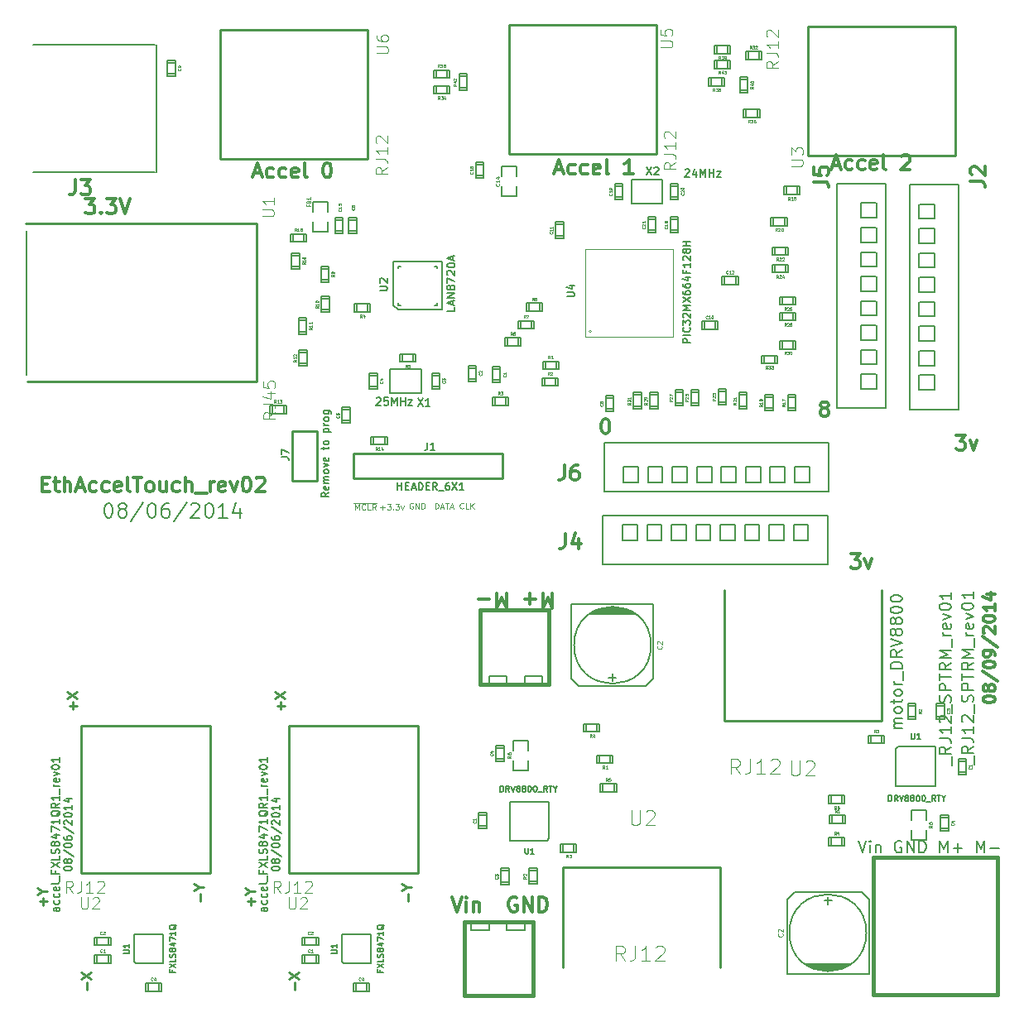
<source format=gto>
G04 (created by PCBNEW (2013-08-24 BZR 4298)-stable) date Sat 09 Aug 2014 02:40:24 PM PDT*
%MOIN*%
G04 Gerber Fmt 3.4, Leading zero omitted, Abs format*
%FSLAX34Y34*%
G01*
G70*
G90*
G04 APERTURE LIST*
%ADD10C,0.005906*%
%ADD11C,0.011811*%
%ADD12C,0.009843*%
%ADD13C,0.003937*%
%ADD14C,0.007874*%
%ADD15C,0.010000*%
%ADD16C,0.005000*%
%ADD17C,0.005900*%
%ADD18C,0.015000*%
%ADD19C,0.007900*%
%ADD20C,0.003900*%
%ADD21C,0.001969*%
%ADD22C,0.003700*%
%ADD23C,0.004700*%
%ADD24C,0.012000*%
%ADD25C,0.007500*%
G04 APERTURE END LIST*
G54D10*
G54D11*
X66341Y-40146D02*
X66285Y-40118D01*
X66257Y-40089D01*
X66228Y-40033D01*
X66228Y-40005D01*
X66257Y-39949D01*
X66285Y-39921D01*
X66341Y-39893D01*
X66453Y-39893D01*
X66510Y-39921D01*
X66538Y-39949D01*
X66566Y-40005D01*
X66566Y-40033D01*
X66538Y-40089D01*
X66510Y-40118D01*
X66453Y-40146D01*
X66341Y-40146D01*
X66285Y-40174D01*
X66257Y-40202D01*
X66228Y-40258D01*
X66228Y-40371D01*
X66257Y-40427D01*
X66285Y-40455D01*
X66341Y-40483D01*
X66453Y-40483D01*
X66510Y-40455D01*
X66538Y-40427D01*
X66566Y-40371D01*
X66566Y-40258D01*
X66538Y-40202D01*
X66510Y-40174D01*
X66453Y-40146D01*
X57550Y-40582D02*
X57606Y-40582D01*
X57663Y-40610D01*
X57691Y-40638D01*
X57719Y-40694D01*
X57747Y-40807D01*
X57747Y-40947D01*
X57719Y-41060D01*
X57691Y-41116D01*
X57663Y-41144D01*
X57606Y-41172D01*
X57550Y-41172D01*
X57494Y-41144D01*
X57466Y-41116D01*
X57438Y-41060D01*
X57410Y-40947D01*
X57410Y-40807D01*
X57438Y-40694D01*
X57466Y-40638D01*
X57494Y-40610D01*
X57550Y-40582D01*
X67452Y-46015D02*
X67817Y-46015D01*
X67620Y-46240D01*
X67705Y-46240D01*
X67761Y-46268D01*
X67789Y-46296D01*
X67817Y-46352D01*
X67817Y-46493D01*
X67789Y-46549D01*
X67761Y-46577D01*
X67705Y-46605D01*
X67536Y-46605D01*
X67480Y-46577D01*
X67452Y-46549D01*
X68014Y-46212D02*
X68155Y-46605D01*
X68295Y-46212D01*
X71704Y-41251D02*
X72069Y-41251D01*
X71872Y-41476D01*
X71957Y-41476D01*
X72013Y-41504D01*
X72041Y-41532D01*
X72069Y-41588D01*
X72069Y-41729D01*
X72041Y-41785D01*
X72013Y-41813D01*
X71957Y-41841D01*
X71788Y-41841D01*
X71732Y-41813D01*
X71704Y-41785D01*
X72266Y-41448D02*
X72407Y-41841D01*
X72547Y-41448D01*
G54D10*
X43951Y-60260D02*
X43786Y-60260D01*
X43756Y-60275D01*
X43741Y-60305D01*
X43741Y-60365D01*
X43756Y-60395D01*
X43936Y-60260D02*
X43951Y-60290D01*
X43951Y-60365D01*
X43936Y-60395D01*
X43906Y-60410D01*
X43876Y-60410D01*
X43846Y-60395D01*
X43831Y-60365D01*
X43831Y-60290D01*
X43816Y-60260D01*
X43936Y-59975D02*
X43951Y-60005D01*
X43951Y-60065D01*
X43936Y-60095D01*
X43921Y-60110D01*
X43891Y-60125D01*
X43801Y-60125D01*
X43771Y-60110D01*
X43756Y-60095D01*
X43741Y-60065D01*
X43741Y-60005D01*
X43756Y-59975D01*
X43936Y-59705D02*
X43951Y-59735D01*
X43951Y-59795D01*
X43936Y-59825D01*
X43921Y-59840D01*
X43891Y-59855D01*
X43801Y-59855D01*
X43771Y-59840D01*
X43756Y-59825D01*
X43741Y-59795D01*
X43741Y-59735D01*
X43756Y-59705D01*
X43936Y-59450D02*
X43951Y-59480D01*
X43951Y-59540D01*
X43936Y-59570D01*
X43906Y-59585D01*
X43786Y-59585D01*
X43756Y-59570D01*
X43741Y-59540D01*
X43741Y-59480D01*
X43756Y-59450D01*
X43786Y-59435D01*
X43816Y-59435D01*
X43846Y-59585D01*
X43951Y-59255D02*
X43936Y-59285D01*
X43906Y-59300D01*
X43636Y-59300D01*
X43981Y-59210D02*
X43981Y-58970D01*
X43786Y-58790D02*
X43786Y-58895D01*
X43951Y-58895D02*
X43636Y-58895D01*
X43636Y-58745D01*
X43636Y-58655D02*
X43951Y-58445D01*
X43636Y-58445D02*
X43951Y-58655D01*
X43951Y-58175D02*
X43951Y-58325D01*
X43636Y-58325D01*
X43936Y-58085D02*
X43951Y-58040D01*
X43951Y-57965D01*
X43936Y-57935D01*
X43921Y-57920D01*
X43891Y-57905D01*
X43861Y-57905D01*
X43831Y-57920D01*
X43816Y-57935D01*
X43801Y-57965D01*
X43786Y-58025D01*
X43771Y-58055D01*
X43756Y-58070D01*
X43726Y-58085D01*
X43696Y-58085D01*
X43666Y-58070D01*
X43651Y-58055D01*
X43636Y-58025D01*
X43636Y-57950D01*
X43651Y-57905D01*
X43771Y-57725D02*
X43756Y-57755D01*
X43741Y-57770D01*
X43711Y-57785D01*
X43696Y-57785D01*
X43666Y-57770D01*
X43651Y-57755D01*
X43636Y-57725D01*
X43636Y-57665D01*
X43651Y-57635D01*
X43666Y-57620D01*
X43696Y-57605D01*
X43711Y-57605D01*
X43741Y-57620D01*
X43756Y-57635D01*
X43771Y-57665D01*
X43771Y-57725D01*
X43786Y-57755D01*
X43801Y-57770D01*
X43831Y-57785D01*
X43891Y-57785D01*
X43921Y-57770D01*
X43936Y-57755D01*
X43951Y-57725D01*
X43951Y-57665D01*
X43936Y-57635D01*
X43921Y-57620D01*
X43891Y-57605D01*
X43831Y-57605D01*
X43801Y-57620D01*
X43786Y-57635D01*
X43771Y-57665D01*
X43741Y-57335D02*
X43951Y-57335D01*
X43621Y-57410D02*
X43846Y-57485D01*
X43846Y-57290D01*
X43636Y-57200D02*
X43636Y-56990D01*
X43951Y-57125D01*
X43951Y-56705D02*
X43951Y-56885D01*
X43951Y-56795D02*
X43636Y-56795D01*
X43681Y-56825D01*
X43711Y-56855D01*
X43726Y-56885D01*
X43981Y-56360D02*
X43966Y-56390D01*
X43936Y-56420D01*
X43891Y-56465D01*
X43876Y-56495D01*
X43876Y-56525D01*
X43951Y-56510D02*
X43936Y-56540D01*
X43906Y-56570D01*
X43846Y-56585D01*
X43741Y-56585D01*
X43681Y-56570D01*
X43651Y-56540D01*
X43636Y-56510D01*
X43636Y-56450D01*
X43651Y-56420D01*
X43681Y-56390D01*
X43741Y-56375D01*
X43846Y-56375D01*
X43906Y-56390D01*
X43936Y-56420D01*
X43951Y-56450D01*
X43951Y-56510D01*
X43951Y-56060D02*
X43801Y-56165D01*
X43951Y-56240D02*
X43636Y-56240D01*
X43636Y-56120D01*
X43651Y-56090D01*
X43666Y-56075D01*
X43696Y-56060D01*
X43741Y-56060D01*
X43771Y-56075D01*
X43786Y-56090D01*
X43801Y-56120D01*
X43801Y-56240D01*
X43951Y-55760D02*
X43951Y-55940D01*
X43951Y-55850D02*
X43636Y-55850D01*
X43681Y-55880D01*
X43711Y-55910D01*
X43726Y-55940D01*
X43981Y-55700D02*
X43981Y-55460D01*
X43951Y-55385D02*
X43741Y-55385D01*
X43801Y-55385D02*
X43771Y-55370D01*
X43756Y-55355D01*
X43741Y-55325D01*
X43741Y-55295D01*
X43936Y-55070D02*
X43951Y-55100D01*
X43951Y-55160D01*
X43936Y-55190D01*
X43906Y-55205D01*
X43786Y-55205D01*
X43756Y-55190D01*
X43741Y-55160D01*
X43741Y-55100D01*
X43756Y-55070D01*
X43786Y-55055D01*
X43816Y-55055D01*
X43846Y-55205D01*
X43741Y-54950D02*
X43951Y-54875D01*
X43741Y-54800D01*
X43636Y-54620D02*
X43636Y-54590D01*
X43651Y-54560D01*
X43666Y-54545D01*
X43696Y-54530D01*
X43756Y-54515D01*
X43831Y-54515D01*
X43891Y-54530D01*
X43921Y-54545D01*
X43936Y-54560D01*
X43951Y-54590D01*
X43951Y-54620D01*
X43936Y-54650D01*
X43921Y-54665D01*
X43891Y-54680D01*
X43831Y-54695D01*
X43756Y-54695D01*
X43696Y-54680D01*
X43666Y-54665D01*
X43651Y-54650D01*
X43636Y-54620D01*
X43951Y-54215D02*
X43951Y-54395D01*
X43951Y-54305D02*
X43636Y-54305D01*
X43681Y-54335D01*
X43711Y-54365D01*
X43726Y-54395D01*
X44136Y-58707D02*
X44136Y-58677D01*
X44151Y-58647D01*
X44166Y-58632D01*
X44196Y-58617D01*
X44256Y-58602D01*
X44331Y-58602D01*
X44391Y-58617D01*
X44421Y-58632D01*
X44436Y-58647D01*
X44451Y-58677D01*
X44451Y-58707D01*
X44436Y-58737D01*
X44421Y-58752D01*
X44391Y-58767D01*
X44331Y-58782D01*
X44256Y-58782D01*
X44196Y-58767D01*
X44166Y-58752D01*
X44151Y-58737D01*
X44136Y-58707D01*
X44271Y-58422D02*
X44256Y-58452D01*
X44241Y-58467D01*
X44211Y-58482D01*
X44196Y-58482D01*
X44166Y-58467D01*
X44151Y-58452D01*
X44136Y-58422D01*
X44136Y-58362D01*
X44151Y-58332D01*
X44166Y-58317D01*
X44196Y-58302D01*
X44211Y-58302D01*
X44241Y-58317D01*
X44256Y-58332D01*
X44271Y-58362D01*
X44271Y-58422D01*
X44286Y-58452D01*
X44301Y-58467D01*
X44331Y-58482D01*
X44391Y-58482D01*
X44421Y-58467D01*
X44436Y-58452D01*
X44451Y-58422D01*
X44451Y-58362D01*
X44436Y-58332D01*
X44421Y-58317D01*
X44391Y-58302D01*
X44331Y-58302D01*
X44301Y-58317D01*
X44286Y-58332D01*
X44271Y-58362D01*
X44121Y-57942D02*
X44526Y-58212D01*
X44136Y-57777D02*
X44136Y-57747D01*
X44151Y-57717D01*
X44166Y-57702D01*
X44196Y-57687D01*
X44256Y-57672D01*
X44331Y-57672D01*
X44391Y-57687D01*
X44421Y-57702D01*
X44436Y-57717D01*
X44451Y-57747D01*
X44451Y-57777D01*
X44436Y-57807D01*
X44421Y-57822D01*
X44391Y-57837D01*
X44331Y-57852D01*
X44256Y-57852D01*
X44196Y-57837D01*
X44166Y-57822D01*
X44151Y-57807D01*
X44136Y-57777D01*
X44136Y-57402D02*
X44136Y-57462D01*
X44151Y-57492D01*
X44166Y-57507D01*
X44211Y-57537D01*
X44271Y-57552D01*
X44391Y-57552D01*
X44421Y-57537D01*
X44436Y-57522D01*
X44451Y-57492D01*
X44451Y-57432D01*
X44436Y-57402D01*
X44421Y-57387D01*
X44391Y-57372D01*
X44316Y-57372D01*
X44286Y-57387D01*
X44271Y-57402D01*
X44256Y-57432D01*
X44256Y-57492D01*
X44271Y-57522D01*
X44286Y-57537D01*
X44316Y-57552D01*
X44121Y-57013D02*
X44526Y-57282D01*
X44166Y-56923D02*
X44151Y-56908D01*
X44136Y-56878D01*
X44136Y-56803D01*
X44151Y-56773D01*
X44166Y-56758D01*
X44196Y-56743D01*
X44226Y-56743D01*
X44271Y-56758D01*
X44451Y-56938D01*
X44451Y-56743D01*
X44136Y-56548D02*
X44136Y-56518D01*
X44151Y-56488D01*
X44166Y-56473D01*
X44196Y-56458D01*
X44256Y-56443D01*
X44331Y-56443D01*
X44391Y-56458D01*
X44421Y-56473D01*
X44436Y-56488D01*
X44451Y-56518D01*
X44451Y-56548D01*
X44436Y-56578D01*
X44421Y-56593D01*
X44391Y-56608D01*
X44331Y-56623D01*
X44256Y-56623D01*
X44196Y-56608D01*
X44166Y-56593D01*
X44151Y-56578D01*
X44136Y-56548D01*
X44451Y-56143D02*
X44451Y-56323D01*
X44451Y-56233D02*
X44136Y-56233D01*
X44181Y-56263D01*
X44211Y-56293D01*
X44226Y-56323D01*
X44241Y-55873D02*
X44451Y-55873D01*
X44121Y-55948D02*
X44346Y-56023D01*
X44346Y-55828D01*
G54D12*
X43305Y-60171D02*
X43305Y-59871D01*
X43455Y-60021D02*
X43155Y-60021D01*
X43268Y-59608D02*
X43455Y-59608D01*
X43061Y-59739D02*
X43268Y-59608D01*
X43061Y-59477D01*
X44506Y-52276D02*
X44506Y-51976D01*
X44656Y-52126D02*
X44356Y-52126D01*
X44262Y-51826D02*
X44656Y-51564D01*
X44262Y-51564D02*
X44656Y-51826D01*
X49624Y-59993D02*
X49624Y-59693D01*
X49587Y-59431D02*
X49774Y-59431D01*
X49380Y-59562D02*
X49587Y-59431D01*
X49380Y-59300D01*
X45077Y-63575D02*
X45077Y-63275D01*
X44833Y-63125D02*
X45227Y-62863D01*
X44833Y-62863D02*
X45227Y-63125D01*
G54D11*
X51392Y-59834D02*
X51588Y-60424D01*
X51785Y-59834D01*
X51982Y-60424D02*
X51982Y-60030D01*
X51982Y-59834D02*
X51954Y-59862D01*
X51982Y-59890D01*
X52010Y-59862D01*
X51982Y-59834D01*
X51982Y-59890D01*
X52263Y-60030D02*
X52263Y-60424D01*
X52263Y-60087D02*
X52291Y-60059D01*
X52348Y-60030D01*
X52432Y-60030D01*
X52488Y-60059D01*
X52516Y-60115D01*
X52516Y-60424D01*
X54007Y-59862D02*
X53951Y-59834D01*
X53866Y-59834D01*
X53782Y-59862D01*
X53726Y-59918D01*
X53697Y-59974D01*
X53669Y-60087D01*
X53669Y-60171D01*
X53697Y-60284D01*
X53726Y-60340D01*
X53782Y-60396D01*
X53866Y-60424D01*
X53922Y-60424D01*
X54007Y-60396D01*
X54035Y-60368D01*
X54035Y-60171D01*
X53922Y-60171D01*
X54288Y-60424D02*
X54288Y-59834D01*
X54625Y-60424D01*
X54625Y-59834D01*
X54907Y-60424D02*
X54907Y-59834D01*
X55047Y-59834D01*
X55132Y-59862D01*
X55188Y-59918D01*
X55216Y-59974D01*
X55244Y-60087D01*
X55244Y-60171D01*
X55216Y-60284D01*
X55188Y-60340D01*
X55132Y-60396D01*
X55047Y-60424D01*
X54907Y-60424D01*
X55447Y-47606D02*
X55447Y-48197D01*
X55250Y-47775D01*
X55053Y-48197D01*
X55053Y-47606D01*
X54772Y-47831D02*
X54322Y-47831D01*
X54547Y-47606D02*
X54547Y-48056D01*
X53591Y-47606D02*
X53591Y-48197D01*
X53394Y-47775D01*
X53197Y-48197D01*
X53197Y-47606D01*
X52916Y-47831D02*
X52466Y-47831D01*
X66726Y-30374D02*
X67007Y-30374D01*
X66670Y-30542D02*
X66867Y-29952D01*
X67064Y-30542D01*
X67514Y-30514D02*
X67457Y-30542D01*
X67345Y-30542D01*
X67289Y-30514D01*
X67260Y-30486D01*
X67232Y-30430D01*
X67232Y-30261D01*
X67260Y-30205D01*
X67289Y-30177D01*
X67345Y-30149D01*
X67457Y-30149D01*
X67514Y-30177D01*
X68020Y-30514D02*
X67964Y-30542D01*
X67851Y-30542D01*
X67795Y-30514D01*
X67767Y-30486D01*
X67739Y-30430D01*
X67739Y-30261D01*
X67767Y-30205D01*
X67795Y-30177D01*
X67851Y-30149D01*
X67964Y-30149D01*
X68020Y-30177D01*
X68498Y-30514D02*
X68442Y-30542D01*
X68329Y-30542D01*
X68273Y-30514D01*
X68245Y-30458D01*
X68245Y-30233D01*
X68273Y-30177D01*
X68329Y-30149D01*
X68442Y-30149D01*
X68498Y-30177D01*
X68526Y-30233D01*
X68526Y-30289D01*
X68245Y-30345D01*
X68863Y-30542D02*
X68807Y-30514D01*
X68779Y-30458D01*
X68779Y-29952D01*
X69510Y-30008D02*
X69538Y-29980D01*
X69595Y-29952D01*
X69735Y-29952D01*
X69791Y-29980D01*
X69820Y-30008D01*
X69848Y-30064D01*
X69848Y-30120D01*
X69820Y-30205D01*
X69482Y-30542D01*
X69848Y-30542D01*
X55565Y-30551D02*
X55846Y-30551D01*
X55508Y-30719D02*
X55705Y-30129D01*
X55902Y-30719D01*
X56352Y-30691D02*
X56296Y-30719D01*
X56183Y-30719D01*
X56127Y-30691D01*
X56099Y-30663D01*
X56071Y-30607D01*
X56071Y-30438D01*
X56099Y-30382D01*
X56127Y-30354D01*
X56183Y-30326D01*
X56296Y-30326D01*
X56352Y-30354D01*
X56858Y-30691D02*
X56802Y-30719D01*
X56690Y-30719D01*
X56633Y-30691D01*
X56605Y-30663D01*
X56577Y-30607D01*
X56577Y-30438D01*
X56605Y-30382D01*
X56633Y-30354D01*
X56690Y-30326D01*
X56802Y-30326D01*
X56858Y-30354D01*
X57336Y-30691D02*
X57280Y-30719D01*
X57168Y-30719D01*
X57111Y-30691D01*
X57083Y-30635D01*
X57083Y-30410D01*
X57111Y-30354D01*
X57168Y-30326D01*
X57280Y-30326D01*
X57336Y-30354D01*
X57365Y-30410D01*
X57365Y-30466D01*
X57083Y-30523D01*
X57702Y-30719D02*
X57646Y-30691D01*
X57618Y-30635D01*
X57618Y-30129D01*
X58686Y-30719D02*
X58349Y-30719D01*
X58517Y-30719D02*
X58517Y-30129D01*
X58461Y-30213D01*
X58405Y-30269D01*
X58349Y-30298D01*
X43419Y-30688D02*
X43700Y-30688D01*
X43363Y-30857D02*
X43560Y-30267D01*
X43757Y-30857D01*
X44206Y-30829D02*
X44150Y-30857D01*
X44038Y-30857D01*
X43982Y-30829D01*
X43953Y-30801D01*
X43925Y-30745D01*
X43925Y-30576D01*
X43953Y-30520D01*
X43982Y-30492D01*
X44038Y-30464D01*
X44150Y-30464D01*
X44206Y-30492D01*
X44713Y-30829D02*
X44656Y-30857D01*
X44544Y-30857D01*
X44488Y-30829D01*
X44460Y-30801D01*
X44431Y-30745D01*
X44431Y-30576D01*
X44460Y-30520D01*
X44488Y-30492D01*
X44544Y-30464D01*
X44656Y-30464D01*
X44713Y-30492D01*
X45191Y-30829D02*
X45134Y-30857D01*
X45022Y-30857D01*
X44966Y-30829D01*
X44938Y-30773D01*
X44938Y-30548D01*
X44966Y-30492D01*
X45022Y-30464D01*
X45134Y-30464D01*
X45191Y-30492D01*
X45219Y-30548D01*
X45219Y-30604D01*
X44938Y-30660D01*
X45556Y-30857D02*
X45500Y-30829D01*
X45472Y-30773D01*
X45472Y-30267D01*
X46344Y-30267D02*
X46400Y-30267D01*
X46456Y-30295D01*
X46484Y-30323D01*
X46512Y-30379D01*
X46541Y-30492D01*
X46541Y-30632D01*
X46512Y-30745D01*
X46484Y-30801D01*
X46456Y-30829D01*
X46400Y-30857D01*
X46344Y-30857D01*
X46287Y-30829D01*
X46259Y-30801D01*
X46231Y-30745D01*
X46203Y-30632D01*
X46203Y-30492D01*
X46231Y-30379D01*
X46259Y-30323D01*
X46287Y-30295D01*
X46344Y-30267D01*
X36647Y-31723D02*
X37013Y-31723D01*
X36816Y-31948D01*
X36901Y-31948D01*
X36957Y-31976D01*
X36985Y-32005D01*
X37013Y-32061D01*
X37013Y-32201D01*
X36985Y-32258D01*
X36957Y-32286D01*
X36901Y-32314D01*
X36732Y-32314D01*
X36676Y-32286D01*
X36647Y-32258D01*
X37266Y-32258D02*
X37294Y-32286D01*
X37266Y-32314D01*
X37238Y-32286D01*
X37266Y-32258D01*
X37266Y-32314D01*
X37491Y-31723D02*
X37857Y-31723D01*
X37660Y-31948D01*
X37744Y-31948D01*
X37800Y-31976D01*
X37829Y-32005D01*
X37857Y-32061D01*
X37857Y-32201D01*
X37829Y-32258D01*
X37800Y-32286D01*
X37744Y-32314D01*
X37575Y-32314D01*
X37519Y-32286D01*
X37491Y-32258D01*
X38025Y-31723D02*
X38222Y-32314D01*
X38419Y-31723D01*
G54D13*
X48515Y-44150D02*
X48695Y-44150D01*
X48605Y-44240D02*
X48605Y-44060D01*
X48785Y-44004D02*
X48931Y-44004D01*
X48852Y-44094D01*
X48886Y-44094D01*
X48908Y-44105D01*
X48920Y-44116D01*
X48931Y-44139D01*
X48931Y-44195D01*
X48920Y-44218D01*
X48908Y-44229D01*
X48886Y-44240D01*
X48818Y-44240D01*
X48796Y-44229D01*
X48785Y-44218D01*
X49032Y-44218D02*
X49043Y-44229D01*
X49032Y-44240D01*
X49021Y-44229D01*
X49032Y-44218D01*
X49032Y-44240D01*
X49122Y-44004D02*
X49268Y-44004D01*
X49190Y-44094D01*
X49223Y-44094D01*
X49246Y-44105D01*
X49257Y-44116D01*
X49268Y-44139D01*
X49268Y-44195D01*
X49257Y-44218D01*
X49246Y-44229D01*
X49223Y-44240D01*
X49156Y-44240D01*
X49133Y-44229D01*
X49122Y-44218D01*
X49347Y-44083D02*
X49403Y-44240D01*
X49460Y-44083D01*
G54D14*
X37542Y-43967D02*
X37598Y-43967D01*
X37654Y-43996D01*
X37682Y-44024D01*
X37710Y-44080D01*
X37739Y-44192D01*
X37739Y-44333D01*
X37710Y-44446D01*
X37682Y-44502D01*
X37654Y-44530D01*
X37598Y-44558D01*
X37542Y-44558D01*
X37485Y-44530D01*
X37457Y-44502D01*
X37429Y-44446D01*
X37401Y-44333D01*
X37401Y-44192D01*
X37429Y-44080D01*
X37457Y-44024D01*
X37485Y-43996D01*
X37542Y-43967D01*
X38076Y-44221D02*
X38020Y-44192D01*
X37992Y-44164D01*
X37964Y-44108D01*
X37964Y-44080D01*
X37992Y-44024D01*
X38020Y-43996D01*
X38076Y-43967D01*
X38188Y-43967D01*
X38245Y-43996D01*
X38273Y-44024D01*
X38301Y-44080D01*
X38301Y-44108D01*
X38273Y-44164D01*
X38245Y-44192D01*
X38188Y-44221D01*
X38076Y-44221D01*
X38020Y-44249D01*
X37992Y-44277D01*
X37964Y-44333D01*
X37964Y-44446D01*
X37992Y-44502D01*
X38020Y-44530D01*
X38076Y-44558D01*
X38188Y-44558D01*
X38245Y-44530D01*
X38273Y-44502D01*
X38301Y-44446D01*
X38301Y-44333D01*
X38273Y-44277D01*
X38245Y-44249D01*
X38188Y-44221D01*
X38976Y-43939D02*
X38470Y-44699D01*
X39285Y-43967D02*
X39341Y-43967D01*
X39398Y-43996D01*
X39426Y-44024D01*
X39454Y-44080D01*
X39482Y-44192D01*
X39482Y-44333D01*
X39454Y-44446D01*
X39426Y-44502D01*
X39398Y-44530D01*
X39341Y-44558D01*
X39285Y-44558D01*
X39229Y-44530D01*
X39201Y-44502D01*
X39173Y-44446D01*
X39145Y-44333D01*
X39145Y-44192D01*
X39173Y-44080D01*
X39201Y-44024D01*
X39229Y-43996D01*
X39285Y-43967D01*
X39988Y-43967D02*
X39876Y-43967D01*
X39820Y-43996D01*
X39791Y-44024D01*
X39735Y-44108D01*
X39707Y-44221D01*
X39707Y-44446D01*
X39735Y-44502D01*
X39763Y-44530D01*
X39820Y-44558D01*
X39932Y-44558D01*
X39988Y-44530D01*
X40016Y-44502D01*
X40044Y-44446D01*
X40044Y-44305D01*
X40016Y-44249D01*
X39988Y-44221D01*
X39932Y-44192D01*
X39820Y-44192D01*
X39763Y-44221D01*
X39735Y-44249D01*
X39707Y-44305D01*
X40719Y-43939D02*
X40213Y-44699D01*
X40888Y-44024D02*
X40916Y-43996D01*
X40973Y-43967D01*
X41113Y-43967D01*
X41169Y-43996D01*
X41197Y-44024D01*
X41226Y-44080D01*
X41226Y-44136D01*
X41197Y-44221D01*
X40860Y-44558D01*
X41226Y-44558D01*
X41591Y-43967D02*
X41647Y-43967D01*
X41704Y-43996D01*
X41732Y-44024D01*
X41760Y-44080D01*
X41788Y-44192D01*
X41788Y-44333D01*
X41760Y-44446D01*
X41732Y-44502D01*
X41704Y-44530D01*
X41647Y-44558D01*
X41591Y-44558D01*
X41535Y-44530D01*
X41507Y-44502D01*
X41479Y-44446D01*
X41451Y-44333D01*
X41451Y-44192D01*
X41479Y-44080D01*
X41507Y-44024D01*
X41535Y-43996D01*
X41591Y-43967D01*
X42350Y-44558D02*
X42013Y-44558D01*
X42182Y-44558D02*
X42182Y-43967D01*
X42125Y-44052D01*
X42069Y-44108D01*
X42013Y-44136D01*
X42857Y-44164D02*
X42857Y-44558D01*
X42716Y-43939D02*
X42575Y-44361D01*
X42941Y-44361D01*
G54D11*
X34912Y-43205D02*
X35109Y-43205D01*
X35194Y-43515D02*
X34912Y-43515D01*
X34912Y-42924D01*
X35194Y-42924D01*
X35362Y-43121D02*
X35587Y-43121D01*
X35447Y-42924D02*
X35447Y-43430D01*
X35475Y-43487D01*
X35531Y-43515D01*
X35587Y-43515D01*
X35784Y-43515D02*
X35784Y-42924D01*
X36037Y-43515D02*
X36037Y-43205D01*
X36009Y-43149D01*
X35953Y-43121D01*
X35868Y-43121D01*
X35812Y-43149D01*
X35784Y-43177D01*
X36290Y-43346D02*
X36571Y-43346D01*
X36234Y-43515D02*
X36431Y-42924D01*
X36628Y-43515D01*
X37078Y-43487D02*
X37021Y-43515D01*
X36909Y-43515D01*
X36853Y-43487D01*
X36825Y-43458D01*
X36796Y-43402D01*
X36796Y-43233D01*
X36825Y-43177D01*
X36853Y-43149D01*
X36909Y-43121D01*
X37021Y-43121D01*
X37078Y-43149D01*
X37584Y-43487D02*
X37528Y-43515D01*
X37415Y-43515D01*
X37359Y-43487D01*
X37331Y-43458D01*
X37303Y-43402D01*
X37303Y-43233D01*
X37331Y-43177D01*
X37359Y-43149D01*
X37415Y-43121D01*
X37528Y-43121D01*
X37584Y-43149D01*
X38062Y-43487D02*
X38006Y-43515D01*
X37893Y-43515D01*
X37837Y-43487D01*
X37809Y-43430D01*
X37809Y-43205D01*
X37837Y-43149D01*
X37893Y-43121D01*
X38006Y-43121D01*
X38062Y-43149D01*
X38090Y-43205D01*
X38090Y-43262D01*
X37809Y-43318D01*
X38428Y-43515D02*
X38371Y-43487D01*
X38343Y-43430D01*
X38343Y-42924D01*
X38568Y-42924D02*
X38906Y-42924D01*
X38737Y-43515D02*
X38737Y-42924D01*
X39187Y-43515D02*
X39131Y-43487D01*
X39102Y-43458D01*
X39074Y-43402D01*
X39074Y-43233D01*
X39102Y-43177D01*
X39131Y-43149D01*
X39187Y-43121D01*
X39271Y-43121D01*
X39327Y-43149D01*
X39356Y-43177D01*
X39384Y-43233D01*
X39384Y-43402D01*
X39356Y-43458D01*
X39327Y-43487D01*
X39271Y-43515D01*
X39187Y-43515D01*
X39890Y-43121D02*
X39890Y-43515D01*
X39637Y-43121D02*
X39637Y-43430D01*
X39665Y-43487D01*
X39721Y-43515D01*
X39805Y-43515D01*
X39862Y-43487D01*
X39890Y-43458D01*
X40424Y-43487D02*
X40368Y-43515D01*
X40255Y-43515D01*
X40199Y-43487D01*
X40171Y-43458D01*
X40143Y-43402D01*
X40143Y-43233D01*
X40171Y-43177D01*
X40199Y-43149D01*
X40255Y-43121D01*
X40368Y-43121D01*
X40424Y-43149D01*
X40677Y-43515D02*
X40677Y-42924D01*
X40930Y-43515D02*
X40930Y-43205D01*
X40902Y-43149D01*
X40846Y-43121D01*
X40762Y-43121D01*
X40705Y-43149D01*
X40677Y-43177D01*
X41071Y-43571D02*
X41521Y-43571D01*
X41661Y-43515D02*
X41661Y-43121D01*
X41661Y-43233D02*
X41690Y-43177D01*
X41718Y-43149D01*
X41774Y-43121D01*
X41830Y-43121D01*
X42252Y-43487D02*
X42196Y-43515D01*
X42083Y-43515D01*
X42027Y-43487D01*
X41999Y-43430D01*
X41999Y-43205D01*
X42027Y-43149D01*
X42083Y-43121D01*
X42196Y-43121D01*
X42252Y-43149D01*
X42280Y-43205D01*
X42280Y-43262D01*
X41999Y-43318D01*
X42477Y-43121D02*
X42618Y-43515D01*
X42758Y-43121D01*
X43096Y-42924D02*
X43152Y-42924D01*
X43208Y-42952D01*
X43236Y-42980D01*
X43264Y-43037D01*
X43293Y-43149D01*
X43293Y-43290D01*
X43264Y-43402D01*
X43236Y-43458D01*
X43208Y-43487D01*
X43152Y-43515D01*
X43096Y-43515D01*
X43039Y-43487D01*
X43011Y-43458D01*
X42983Y-43402D01*
X42955Y-43290D01*
X42955Y-43149D01*
X42983Y-43037D01*
X43011Y-42980D01*
X43039Y-42952D01*
X43096Y-42924D01*
X43517Y-42980D02*
X43546Y-42952D01*
X43602Y-42924D01*
X43742Y-42924D01*
X43799Y-42952D01*
X43827Y-42980D01*
X43855Y-43037D01*
X43855Y-43093D01*
X43827Y-43177D01*
X43489Y-43515D01*
X43855Y-43515D01*
G54D13*
X50719Y-44201D02*
X50719Y-43965D01*
X50776Y-43965D01*
X50809Y-43976D01*
X50832Y-43998D01*
X50843Y-44021D01*
X50854Y-44066D01*
X50854Y-44100D01*
X50843Y-44145D01*
X50832Y-44167D01*
X50809Y-44190D01*
X50776Y-44201D01*
X50719Y-44201D01*
X50944Y-44133D02*
X51057Y-44133D01*
X50922Y-44201D02*
X51001Y-43965D01*
X51079Y-44201D01*
X51124Y-43965D02*
X51259Y-43965D01*
X51192Y-44201D02*
X51192Y-43965D01*
X51327Y-44133D02*
X51439Y-44133D01*
X51304Y-44201D02*
X51383Y-43965D01*
X51462Y-44201D01*
X51856Y-44178D02*
X51844Y-44190D01*
X51811Y-44201D01*
X51788Y-44201D01*
X51754Y-44190D01*
X51732Y-44167D01*
X51721Y-44145D01*
X51709Y-44100D01*
X51709Y-44066D01*
X51721Y-44021D01*
X51732Y-43998D01*
X51754Y-43976D01*
X51788Y-43965D01*
X51811Y-43965D01*
X51844Y-43976D01*
X51856Y-43987D01*
X52069Y-44201D02*
X51957Y-44201D01*
X51957Y-43965D01*
X52148Y-44201D02*
X52148Y-43965D01*
X52283Y-44201D02*
X52182Y-44066D01*
X52283Y-43965D02*
X52148Y-44100D01*
X49820Y-43976D02*
X49797Y-43965D01*
X49763Y-43965D01*
X49730Y-43976D01*
X49707Y-43998D01*
X49696Y-44021D01*
X49685Y-44066D01*
X49685Y-44100D01*
X49696Y-44145D01*
X49707Y-44167D01*
X49730Y-44190D01*
X49763Y-44201D01*
X49786Y-44201D01*
X49820Y-44190D01*
X49831Y-44178D01*
X49831Y-44100D01*
X49786Y-44100D01*
X49932Y-44201D02*
X49932Y-43965D01*
X50067Y-44201D01*
X50067Y-43965D01*
X50179Y-44201D02*
X50179Y-43965D01*
X50236Y-43965D01*
X50269Y-43976D01*
X50292Y-43998D01*
X50303Y-44021D01*
X50314Y-44066D01*
X50314Y-44100D01*
X50303Y-44145D01*
X50292Y-44167D01*
X50269Y-44190D01*
X50236Y-44201D01*
X50179Y-44201D01*
X47502Y-44240D02*
X47502Y-44004D01*
X47581Y-44173D01*
X47660Y-44004D01*
X47660Y-44240D01*
X47907Y-44218D02*
X47896Y-44229D01*
X47862Y-44240D01*
X47840Y-44240D01*
X47806Y-44229D01*
X47784Y-44206D01*
X47772Y-44184D01*
X47761Y-44139D01*
X47761Y-44105D01*
X47772Y-44060D01*
X47784Y-44038D01*
X47806Y-44015D01*
X47840Y-44004D01*
X47862Y-44004D01*
X47896Y-44015D01*
X47907Y-44026D01*
X48121Y-44240D02*
X48008Y-44240D01*
X48008Y-44004D01*
X48335Y-44240D02*
X48256Y-44128D01*
X48200Y-44240D02*
X48200Y-44004D01*
X48290Y-44004D01*
X48312Y-44015D01*
X48323Y-44026D01*
X48335Y-44049D01*
X48335Y-44083D01*
X48323Y-44105D01*
X48312Y-44116D01*
X48290Y-44128D01*
X48200Y-44128D01*
X47446Y-43963D02*
X48380Y-43963D01*
G54D12*
X36711Y-63575D02*
X36711Y-63275D01*
X36467Y-63125D02*
X36861Y-62863D01*
X36467Y-62863D02*
X36861Y-63125D01*
X41258Y-59993D02*
X41258Y-59693D01*
X41220Y-59431D02*
X41408Y-59431D01*
X41014Y-59562D02*
X41220Y-59431D01*
X41014Y-59300D01*
X36140Y-52276D02*
X36140Y-51976D01*
X36290Y-52126D02*
X35990Y-52126D01*
X35896Y-51826D02*
X36290Y-51564D01*
X35896Y-51564D02*
X36290Y-51826D01*
X34939Y-60171D02*
X34939Y-59871D01*
X35089Y-60021D02*
X34789Y-60021D01*
X34902Y-59608D02*
X35089Y-59608D01*
X34695Y-59739D02*
X34902Y-59608D01*
X34695Y-59477D01*
G54D10*
X35585Y-60260D02*
X35420Y-60260D01*
X35390Y-60275D01*
X35375Y-60305D01*
X35375Y-60365D01*
X35390Y-60395D01*
X35570Y-60260D02*
X35585Y-60290D01*
X35585Y-60365D01*
X35570Y-60395D01*
X35540Y-60410D01*
X35510Y-60410D01*
X35480Y-60395D01*
X35465Y-60365D01*
X35465Y-60290D01*
X35450Y-60260D01*
X35570Y-59975D02*
X35585Y-60005D01*
X35585Y-60065D01*
X35570Y-60095D01*
X35555Y-60110D01*
X35525Y-60125D01*
X35435Y-60125D01*
X35405Y-60110D01*
X35390Y-60095D01*
X35375Y-60065D01*
X35375Y-60005D01*
X35390Y-59975D01*
X35570Y-59705D02*
X35585Y-59735D01*
X35585Y-59795D01*
X35570Y-59825D01*
X35555Y-59840D01*
X35525Y-59855D01*
X35435Y-59855D01*
X35405Y-59840D01*
X35390Y-59825D01*
X35375Y-59795D01*
X35375Y-59735D01*
X35390Y-59705D01*
X35570Y-59450D02*
X35585Y-59480D01*
X35585Y-59540D01*
X35570Y-59570D01*
X35540Y-59585D01*
X35420Y-59585D01*
X35390Y-59570D01*
X35375Y-59540D01*
X35375Y-59480D01*
X35390Y-59450D01*
X35420Y-59435D01*
X35450Y-59435D01*
X35480Y-59585D01*
X35585Y-59255D02*
X35570Y-59285D01*
X35540Y-59300D01*
X35270Y-59300D01*
X35615Y-59210D02*
X35615Y-58970D01*
X35420Y-58790D02*
X35420Y-58895D01*
X35585Y-58895D02*
X35270Y-58895D01*
X35270Y-58745D01*
X35270Y-58655D02*
X35585Y-58445D01*
X35270Y-58445D02*
X35585Y-58655D01*
X35585Y-58175D02*
X35585Y-58325D01*
X35270Y-58325D01*
X35570Y-58085D02*
X35585Y-58040D01*
X35585Y-57965D01*
X35570Y-57935D01*
X35555Y-57920D01*
X35525Y-57905D01*
X35495Y-57905D01*
X35465Y-57920D01*
X35450Y-57935D01*
X35435Y-57965D01*
X35420Y-58025D01*
X35405Y-58055D01*
X35390Y-58070D01*
X35360Y-58085D01*
X35330Y-58085D01*
X35300Y-58070D01*
X35285Y-58055D01*
X35270Y-58025D01*
X35270Y-57950D01*
X35285Y-57905D01*
X35405Y-57725D02*
X35390Y-57755D01*
X35375Y-57770D01*
X35345Y-57785D01*
X35330Y-57785D01*
X35300Y-57770D01*
X35285Y-57755D01*
X35270Y-57725D01*
X35270Y-57665D01*
X35285Y-57635D01*
X35300Y-57620D01*
X35330Y-57605D01*
X35345Y-57605D01*
X35375Y-57620D01*
X35390Y-57635D01*
X35405Y-57665D01*
X35405Y-57725D01*
X35420Y-57755D01*
X35435Y-57770D01*
X35465Y-57785D01*
X35525Y-57785D01*
X35555Y-57770D01*
X35570Y-57755D01*
X35585Y-57725D01*
X35585Y-57665D01*
X35570Y-57635D01*
X35555Y-57620D01*
X35525Y-57605D01*
X35465Y-57605D01*
X35435Y-57620D01*
X35420Y-57635D01*
X35405Y-57665D01*
X35375Y-57335D02*
X35585Y-57335D01*
X35255Y-57410D02*
X35480Y-57485D01*
X35480Y-57290D01*
X35270Y-57200D02*
X35270Y-56990D01*
X35585Y-57125D01*
X35585Y-56705D02*
X35585Y-56885D01*
X35585Y-56795D02*
X35270Y-56795D01*
X35315Y-56825D01*
X35345Y-56855D01*
X35360Y-56885D01*
X35615Y-56360D02*
X35600Y-56390D01*
X35570Y-56420D01*
X35525Y-56465D01*
X35510Y-56495D01*
X35510Y-56525D01*
X35585Y-56510D02*
X35570Y-56540D01*
X35540Y-56570D01*
X35480Y-56585D01*
X35375Y-56585D01*
X35315Y-56570D01*
X35285Y-56540D01*
X35270Y-56510D01*
X35270Y-56450D01*
X35285Y-56420D01*
X35315Y-56390D01*
X35375Y-56375D01*
X35480Y-56375D01*
X35540Y-56390D01*
X35570Y-56420D01*
X35585Y-56450D01*
X35585Y-56510D01*
X35585Y-56060D02*
X35435Y-56165D01*
X35585Y-56240D02*
X35270Y-56240D01*
X35270Y-56120D01*
X35285Y-56090D01*
X35300Y-56075D01*
X35330Y-56060D01*
X35375Y-56060D01*
X35405Y-56075D01*
X35420Y-56090D01*
X35435Y-56120D01*
X35435Y-56240D01*
X35585Y-55760D02*
X35585Y-55940D01*
X35585Y-55850D02*
X35270Y-55850D01*
X35315Y-55880D01*
X35345Y-55910D01*
X35360Y-55940D01*
X35615Y-55700D02*
X35615Y-55460D01*
X35585Y-55385D02*
X35375Y-55385D01*
X35435Y-55385D02*
X35405Y-55370D01*
X35390Y-55355D01*
X35375Y-55325D01*
X35375Y-55295D01*
X35570Y-55070D02*
X35585Y-55100D01*
X35585Y-55160D01*
X35570Y-55190D01*
X35540Y-55205D01*
X35420Y-55205D01*
X35390Y-55190D01*
X35375Y-55160D01*
X35375Y-55100D01*
X35390Y-55070D01*
X35420Y-55055D01*
X35450Y-55055D01*
X35480Y-55205D01*
X35375Y-54950D02*
X35585Y-54875D01*
X35375Y-54800D01*
X35270Y-54620D02*
X35270Y-54590D01*
X35285Y-54560D01*
X35300Y-54545D01*
X35330Y-54530D01*
X35390Y-54515D01*
X35465Y-54515D01*
X35525Y-54530D01*
X35555Y-54545D01*
X35570Y-54560D01*
X35585Y-54590D01*
X35585Y-54620D01*
X35570Y-54650D01*
X35555Y-54665D01*
X35525Y-54680D01*
X35465Y-54695D01*
X35390Y-54695D01*
X35330Y-54680D01*
X35300Y-54665D01*
X35285Y-54650D01*
X35270Y-54620D01*
X35585Y-54215D02*
X35585Y-54395D01*
X35585Y-54305D02*
X35270Y-54305D01*
X35315Y-54335D01*
X35345Y-54365D01*
X35360Y-54395D01*
X35770Y-58707D02*
X35770Y-58677D01*
X35785Y-58647D01*
X35800Y-58632D01*
X35830Y-58617D01*
X35890Y-58602D01*
X35965Y-58602D01*
X36025Y-58617D01*
X36055Y-58632D01*
X36070Y-58647D01*
X36085Y-58677D01*
X36085Y-58707D01*
X36070Y-58737D01*
X36055Y-58752D01*
X36025Y-58767D01*
X35965Y-58782D01*
X35890Y-58782D01*
X35830Y-58767D01*
X35800Y-58752D01*
X35785Y-58737D01*
X35770Y-58707D01*
X35905Y-58422D02*
X35890Y-58452D01*
X35875Y-58467D01*
X35845Y-58482D01*
X35830Y-58482D01*
X35800Y-58467D01*
X35785Y-58452D01*
X35770Y-58422D01*
X35770Y-58362D01*
X35785Y-58332D01*
X35800Y-58317D01*
X35830Y-58302D01*
X35845Y-58302D01*
X35875Y-58317D01*
X35890Y-58332D01*
X35905Y-58362D01*
X35905Y-58422D01*
X35920Y-58452D01*
X35935Y-58467D01*
X35965Y-58482D01*
X36025Y-58482D01*
X36055Y-58467D01*
X36070Y-58452D01*
X36085Y-58422D01*
X36085Y-58362D01*
X36070Y-58332D01*
X36055Y-58317D01*
X36025Y-58302D01*
X35965Y-58302D01*
X35935Y-58317D01*
X35920Y-58332D01*
X35905Y-58362D01*
X35755Y-57942D02*
X36160Y-58212D01*
X35770Y-57777D02*
X35770Y-57747D01*
X35785Y-57717D01*
X35800Y-57702D01*
X35830Y-57687D01*
X35890Y-57672D01*
X35965Y-57672D01*
X36025Y-57687D01*
X36055Y-57702D01*
X36070Y-57717D01*
X36085Y-57747D01*
X36085Y-57777D01*
X36070Y-57807D01*
X36055Y-57822D01*
X36025Y-57837D01*
X35965Y-57852D01*
X35890Y-57852D01*
X35830Y-57837D01*
X35800Y-57822D01*
X35785Y-57807D01*
X35770Y-57777D01*
X35770Y-57402D02*
X35770Y-57462D01*
X35785Y-57492D01*
X35800Y-57507D01*
X35845Y-57537D01*
X35905Y-57552D01*
X36025Y-57552D01*
X36055Y-57537D01*
X36070Y-57522D01*
X36085Y-57492D01*
X36085Y-57432D01*
X36070Y-57402D01*
X36055Y-57387D01*
X36025Y-57372D01*
X35950Y-57372D01*
X35920Y-57387D01*
X35905Y-57402D01*
X35890Y-57432D01*
X35890Y-57492D01*
X35905Y-57522D01*
X35920Y-57537D01*
X35950Y-57552D01*
X35755Y-57013D02*
X36160Y-57282D01*
X35800Y-56923D02*
X35785Y-56908D01*
X35770Y-56878D01*
X35770Y-56803D01*
X35785Y-56773D01*
X35800Y-56758D01*
X35830Y-56743D01*
X35860Y-56743D01*
X35905Y-56758D01*
X36085Y-56938D01*
X36085Y-56743D01*
X35770Y-56548D02*
X35770Y-56518D01*
X35785Y-56488D01*
X35800Y-56473D01*
X35830Y-56458D01*
X35890Y-56443D01*
X35965Y-56443D01*
X36025Y-56458D01*
X36055Y-56473D01*
X36070Y-56488D01*
X36085Y-56518D01*
X36085Y-56548D01*
X36070Y-56578D01*
X36055Y-56593D01*
X36025Y-56608D01*
X35965Y-56623D01*
X35890Y-56623D01*
X35830Y-56608D01*
X35800Y-56593D01*
X35785Y-56578D01*
X35770Y-56548D01*
X36085Y-56143D02*
X36085Y-56323D01*
X36085Y-56233D02*
X35770Y-56233D01*
X35815Y-56263D01*
X35845Y-56293D01*
X35860Y-56323D01*
X35875Y-55873D02*
X36085Y-55873D01*
X35755Y-55948D02*
X35980Y-56023D01*
X35980Y-55828D01*
G54D14*
X72443Y-54516D02*
X72443Y-54156D01*
X72398Y-53773D02*
X72173Y-53931D01*
X72398Y-54043D02*
X71926Y-54043D01*
X71926Y-53863D01*
X71948Y-53818D01*
X71971Y-53796D01*
X72016Y-53773D01*
X72083Y-53773D01*
X72128Y-53796D01*
X72151Y-53818D01*
X72173Y-53863D01*
X72173Y-54043D01*
X71926Y-53436D02*
X72263Y-53436D01*
X72331Y-53458D01*
X72376Y-53503D01*
X72398Y-53571D01*
X72398Y-53616D01*
X72398Y-52964D02*
X72398Y-53233D01*
X72398Y-53098D02*
X71926Y-53098D01*
X71993Y-53143D01*
X72038Y-53188D01*
X72061Y-53233D01*
X71971Y-52784D02*
X71948Y-52761D01*
X71926Y-52716D01*
X71926Y-52604D01*
X71948Y-52559D01*
X71971Y-52536D01*
X72016Y-52514D01*
X72061Y-52514D01*
X72128Y-52536D01*
X72398Y-52806D01*
X72398Y-52514D01*
X72443Y-52424D02*
X72443Y-52064D01*
X72376Y-51974D02*
X72398Y-51906D01*
X72398Y-51794D01*
X72376Y-51749D01*
X72353Y-51726D01*
X72308Y-51704D01*
X72263Y-51704D01*
X72218Y-51726D01*
X72196Y-51749D01*
X72173Y-51794D01*
X72151Y-51884D01*
X72128Y-51929D01*
X72106Y-51951D01*
X72061Y-51974D01*
X72016Y-51974D01*
X71971Y-51951D01*
X71948Y-51929D01*
X71926Y-51884D01*
X71926Y-51771D01*
X71948Y-51704D01*
X72398Y-51501D02*
X71926Y-51501D01*
X71926Y-51321D01*
X71948Y-51276D01*
X71971Y-51254D01*
X72016Y-51231D01*
X72083Y-51231D01*
X72128Y-51254D01*
X72151Y-51276D01*
X72173Y-51321D01*
X72173Y-51501D01*
X71926Y-51096D02*
X71926Y-50826D01*
X72398Y-50961D02*
X71926Y-50961D01*
X72398Y-50399D02*
X72173Y-50556D01*
X72398Y-50669D02*
X71926Y-50669D01*
X71926Y-50489D01*
X71948Y-50444D01*
X71971Y-50421D01*
X72016Y-50399D01*
X72083Y-50399D01*
X72128Y-50421D01*
X72151Y-50444D01*
X72173Y-50489D01*
X72173Y-50669D01*
X72398Y-50196D02*
X71926Y-50196D01*
X72263Y-50039D01*
X71926Y-49881D01*
X72398Y-49881D01*
X72443Y-49769D02*
X72443Y-49409D01*
X72398Y-49296D02*
X72083Y-49296D01*
X72173Y-49296D02*
X72128Y-49274D01*
X72106Y-49251D01*
X72083Y-49206D01*
X72083Y-49161D01*
X72376Y-48824D02*
X72398Y-48869D01*
X72398Y-48959D01*
X72376Y-49004D01*
X72331Y-49026D01*
X72151Y-49026D01*
X72106Y-49004D01*
X72083Y-48959D01*
X72083Y-48869D01*
X72106Y-48824D01*
X72151Y-48802D01*
X72196Y-48802D01*
X72241Y-49026D01*
X72083Y-48644D02*
X72398Y-48532D01*
X72083Y-48419D01*
X71926Y-48149D02*
X71926Y-48104D01*
X71948Y-48059D01*
X71971Y-48037D01*
X72016Y-48014D01*
X72106Y-47992D01*
X72218Y-47992D01*
X72308Y-48014D01*
X72353Y-48037D01*
X72376Y-48059D01*
X72398Y-48104D01*
X72398Y-48149D01*
X72376Y-48194D01*
X72353Y-48217D01*
X72308Y-48239D01*
X72218Y-48262D01*
X72106Y-48262D01*
X72016Y-48239D01*
X71971Y-48217D01*
X71948Y-48194D01*
X71926Y-48149D01*
X72398Y-47542D02*
X72398Y-47812D01*
X72398Y-47677D02*
X71926Y-47677D01*
X71993Y-47722D01*
X72038Y-47767D01*
X72061Y-47812D01*
X71538Y-54535D02*
X71538Y-54176D01*
X71493Y-53793D02*
X71268Y-53951D01*
X71493Y-54063D02*
X71020Y-54063D01*
X71020Y-53883D01*
X71043Y-53838D01*
X71065Y-53816D01*
X71110Y-53793D01*
X71178Y-53793D01*
X71223Y-53816D01*
X71245Y-53838D01*
X71268Y-53883D01*
X71268Y-54063D01*
X71020Y-53456D02*
X71358Y-53456D01*
X71425Y-53478D01*
X71470Y-53523D01*
X71493Y-53591D01*
X71493Y-53636D01*
X71493Y-52983D02*
X71493Y-53253D01*
X71493Y-53118D02*
X71020Y-53118D01*
X71088Y-53163D01*
X71133Y-53208D01*
X71155Y-53253D01*
X71065Y-52803D02*
X71043Y-52781D01*
X71020Y-52736D01*
X71020Y-52623D01*
X71043Y-52578D01*
X71065Y-52556D01*
X71110Y-52533D01*
X71155Y-52533D01*
X71223Y-52556D01*
X71493Y-52826D01*
X71493Y-52533D01*
X71538Y-52443D02*
X71538Y-52083D01*
X71470Y-51993D02*
X71493Y-51926D01*
X71493Y-51813D01*
X71470Y-51768D01*
X71448Y-51746D01*
X71403Y-51723D01*
X71358Y-51723D01*
X71313Y-51746D01*
X71290Y-51768D01*
X71268Y-51813D01*
X71245Y-51903D01*
X71223Y-51948D01*
X71200Y-51971D01*
X71155Y-51993D01*
X71110Y-51993D01*
X71065Y-51971D01*
X71043Y-51948D01*
X71020Y-51903D01*
X71020Y-51791D01*
X71043Y-51723D01*
X71493Y-51521D02*
X71020Y-51521D01*
X71020Y-51341D01*
X71043Y-51296D01*
X71065Y-51273D01*
X71110Y-51251D01*
X71178Y-51251D01*
X71223Y-51273D01*
X71245Y-51296D01*
X71268Y-51341D01*
X71268Y-51521D01*
X71020Y-51116D02*
X71020Y-50846D01*
X71493Y-50981D02*
X71020Y-50981D01*
X71493Y-50419D02*
X71268Y-50576D01*
X71493Y-50688D02*
X71020Y-50688D01*
X71020Y-50508D01*
X71043Y-50464D01*
X71065Y-50441D01*
X71110Y-50419D01*
X71178Y-50419D01*
X71223Y-50441D01*
X71245Y-50464D01*
X71268Y-50508D01*
X71268Y-50688D01*
X71493Y-50216D02*
X71020Y-50216D01*
X71358Y-50059D01*
X71020Y-49901D01*
X71493Y-49901D01*
X71538Y-49789D02*
X71538Y-49429D01*
X71493Y-49316D02*
X71178Y-49316D01*
X71268Y-49316D02*
X71223Y-49294D01*
X71200Y-49271D01*
X71178Y-49226D01*
X71178Y-49181D01*
X71470Y-48844D02*
X71493Y-48889D01*
X71493Y-48979D01*
X71470Y-49024D01*
X71425Y-49046D01*
X71245Y-49046D01*
X71200Y-49024D01*
X71178Y-48979D01*
X71178Y-48889D01*
X71200Y-48844D01*
X71245Y-48821D01*
X71290Y-48821D01*
X71335Y-49046D01*
X71178Y-48664D02*
X71493Y-48551D01*
X71178Y-48439D01*
X71020Y-48169D02*
X71020Y-48124D01*
X71043Y-48079D01*
X71065Y-48056D01*
X71110Y-48034D01*
X71200Y-48011D01*
X71313Y-48011D01*
X71403Y-48034D01*
X71448Y-48056D01*
X71470Y-48079D01*
X71493Y-48124D01*
X71493Y-48169D01*
X71470Y-48214D01*
X71448Y-48236D01*
X71403Y-48259D01*
X71313Y-48281D01*
X71200Y-48281D01*
X71110Y-48259D01*
X71065Y-48236D01*
X71043Y-48214D01*
X71020Y-48169D01*
X71493Y-47561D02*
X71493Y-47831D01*
X71493Y-47696D02*
X71020Y-47696D01*
X71088Y-47741D01*
X71133Y-47786D01*
X71155Y-47831D01*
G54D11*
X72792Y-51895D02*
X72792Y-51850D01*
X72814Y-51805D01*
X72837Y-51782D01*
X72882Y-51760D01*
X72972Y-51737D01*
X73084Y-51737D01*
X73174Y-51760D01*
X73219Y-51782D01*
X73242Y-51805D01*
X73264Y-51850D01*
X73264Y-51895D01*
X73242Y-51940D01*
X73219Y-51962D01*
X73174Y-51985D01*
X73084Y-52007D01*
X72972Y-52007D01*
X72882Y-51985D01*
X72837Y-51962D01*
X72814Y-51940D01*
X72792Y-51895D01*
X72994Y-51467D02*
X72972Y-51512D01*
X72949Y-51535D01*
X72904Y-51557D01*
X72882Y-51557D01*
X72837Y-51535D01*
X72814Y-51512D01*
X72792Y-51467D01*
X72792Y-51377D01*
X72814Y-51332D01*
X72837Y-51310D01*
X72882Y-51287D01*
X72904Y-51287D01*
X72949Y-51310D01*
X72972Y-51332D01*
X72994Y-51377D01*
X72994Y-51467D01*
X73017Y-51512D01*
X73039Y-51535D01*
X73084Y-51557D01*
X73174Y-51557D01*
X73219Y-51535D01*
X73242Y-51512D01*
X73264Y-51467D01*
X73264Y-51377D01*
X73242Y-51332D01*
X73219Y-51310D01*
X73174Y-51287D01*
X73084Y-51287D01*
X73039Y-51310D01*
X73017Y-51332D01*
X72994Y-51377D01*
X72769Y-50748D02*
X73377Y-51152D01*
X72792Y-50500D02*
X72792Y-50455D01*
X72814Y-50410D01*
X72837Y-50388D01*
X72882Y-50365D01*
X72972Y-50343D01*
X73084Y-50343D01*
X73174Y-50365D01*
X73219Y-50388D01*
X73242Y-50410D01*
X73264Y-50455D01*
X73264Y-50500D01*
X73242Y-50545D01*
X73219Y-50568D01*
X73174Y-50590D01*
X73084Y-50613D01*
X72972Y-50613D01*
X72882Y-50590D01*
X72837Y-50568D01*
X72814Y-50545D01*
X72792Y-50500D01*
X73264Y-50118D02*
X73264Y-50028D01*
X73242Y-49983D01*
X73219Y-49960D01*
X73152Y-49915D01*
X73062Y-49893D01*
X72882Y-49893D01*
X72837Y-49915D01*
X72814Y-49938D01*
X72792Y-49983D01*
X72792Y-50073D01*
X72814Y-50118D01*
X72837Y-50140D01*
X72882Y-50163D01*
X72994Y-50163D01*
X73039Y-50140D01*
X73062Y-50118D01*
X73084Y-50073D01*
X73084Y-49983D01*
X73062Y-49938D01*
X73039Y-49915D01*
X72994Y-49893D01*
X72769Y-49353D02*
X73377Y-49758D01*
X72837Y-49218D02*
X72814Y-49195D01*
X72792Y-49150D01*
X72792Y-49038D01*
X72814Y-48993D01*
X72837Y-48970D01*
X72882Y-48948D01*
X72927Y-48948D01*
X72994Y-48970D01*
X73264Y-49240D01*
X73264Y-48948D01*
X72792Y-48655D02*
X72792Y-48610D01*
X72814Y-48565D01*
X72837Y-48543D01*
X72882Y-48520D01*
X72972Y-48498D01*
X73084Y-48498D01*
X73174Y-48520D01*
X73219Y-48543D01*
X73242Y-48565D01*
X73264Y-48610D01*
X73264Y-48655D01*
X73242Y-48700D01*
X73219Y-48723D01*
X73174Y-48745D01*
X73084Y-48768D01*
X72972Y-48768D01*
X72882Y-48745D01*
X72837Y-48723D01*
X72814Y-48700D01*
X72792Y-48655D01*
X73264Y-48048D02*
X73264Y-48318D01*
X73264Y-48183D02*
X72792Y-48183D01*
X72859Y-48228D01*
X72904Y-48273D01*
X72927Y-48318D01*
X72949Y-47643D02*
X73264Y-47643D01*
X72769Y-47755D02*
X73107Y-47868D01*
X73107Y-47575D01*
G54D14*
X69524Y-53039D02*
X69209Y-53039D01*
X69254Y-53039D02*
X69232Y-53017D01*
X69209Y-52972D01*
X69209Y-52904D01*
X69232Y-52859D01*
X69277Y-52837D01*
X69524Y-52837D01*
X69277Y-52837D02*
X69232Y-52814D01*
X69209Y-52769D01*
X69209Y-52702D01*
X69232Y-52657D01*
X69277Y-52634D01*
X69524Y-52634D01*
X69524Y-52342D02*
X69502Y-52387D01*
X69479Y-52410D01*
X69434Y-52432D01*
X69299Y-52432D01*
X69254Y-52410D01*
X69232Y-52387D01*
X69209Y-52342D01*
X69209Y-52275D01*
X69232Y-52230D01*
X69254Y-52207D01*
X69299Y-52185D01*
X69434Y-52185D01*
X69479Y-52207D01*
X69502Y-52230D01*
X69524Y-52275D01*
X69524Y-52342D01*
X69209Y-52050D02*
X69209Y-51870D01*
X69052Y-51982D02*
X69457Y-51982D01*
X69502Y-51960D01*
X69524Y-51915D01*
X69524Y-51870D01*
X69524Y-51645D02*
X69502Y-51690D01*
X69479Y-51712D01*
X69434Y-51735D01*
X69299Y-51735D01*
X69254Y-51712D01*
X69232Y-51690D01*
X69209Y-51645D01*
X69209Y-51577D01*
X69232Y-51532D01*
X69254Y-51510D01*
X69299Y-51487D01*
X69434Y-51487D01*
X69479Y-51510D01*
X69502Y-51532D01*
X69524Y-51577D01*
X69524Y-51645D01*
X69524Y-51285D02*
X69209Y-51285D01*
X69299Y-51285D02*
X69254Y-51262D01*
X69232Y-51240D01*
X69209Y-51195D01*
X69209Y-51150D01*
X69569Y-51105D02*
X69569Y-50745D01*
X69524Y-50632D02*
X69052Y-50632D01*
X69052Y-50520D01*
X69074Y-50452D01*
X69119Y-50407D01*
X69164Y-50385D01*
X69254Y-50362D01*
X69322Y-50362D01*
X69412Y-50385D01*
X69457Y-50407D01*
X69502Y-50452D01*
X69524Y-50520D01*
X69524Y-50632D01*
X69524Y-49890D02*
X69299Y-50047D01*
X69524Y-50160D02*
X69052Y-50160D01*
X69052Y-49980D01*
X69074Y-49935D01*
X69097Y-49912D01*
X69142Y-49890D01*
X69209Y-49890D01*
X69254Y-49912D01*
X69277Y-49935D01*
X69299Y-49980D01*
X69299Y-50160D01*
X69052Y-49755D02*
X69524Y-49597D01*
X69052Y-49440D01*
X69254Y-49215D02*
X69232Y-49260D01*
X69209Y-49282D01*
X69164Y-49305D01*
X69142Y-49305D01*
X69097Y-49282D01*
X69074Y-49260D01*
X69052Y-49215D01*
X69052Y-49125D01*
X69074Y-49080D01*
X69097Y-49057D01*
X69142Y-49035D01*
X69164Y-49035D01*
X69209Y-49057D01*
X69232Y-49080D01*
X69254Y-49125D01*
X69254Y-49215D01*
X69277Y-49260D01*
X69299Y-49282D01*
X69344Y-49305D01*
X69434Y-49305D01*
X69479Y-49282D01*
X69502Y-49260D01*
X69524Y-49215D01*
X69524Y-49125D01*
X69502Y-49080D01*
X69479Y-49057D01*
X69434Y-49035D01*
X69344Y-49035D01*
X69299Y-49057D01*
X69277Y-49080D01*
X69254Y-49125D01*
X69254Y-48765D02*
X69232Y-48810D01*
X69209Y-48832D01*
X69164Y-48855D01*
X69142Y-48855D01*
X69097Y-48832D01*
X69074Y-48810D01*
X69052Y-48765D01*
X69052Y-48675D01*
X69074Y-48630D01*
X69097Y-48607D01*
X69142Y-48585D01*
X69164Y-48585D01*
X69209Y-48607D01*
X69232Y-48630D01*
X69254Y-48675D01*
X69254Y-48765D01*
X69277Y-48810D01*
X69299Y-48832D01*
X69344Y-48855D01*
X69434Y-48855D01*
X69479Y-48832D01*
X69502Y-48810D01*
X69524Y-48765D01*
X69524Y-48675D01*
X69502Y-48630D01*
X69479Y-48607D01*
X69434Y-48585D01*
X69344Y-48585D01*
X69299Y-48607D01*
X69277Y-48630D01*
X69254Y-48675D01*
X69052Y-48293D02*
X69052Y-48248D01*
X69074Y-48203D01*
X69097Y-48180D01*
X69142Y-48158D01*
X69232Y-48135D01*
X69344Y-48135D01*
X69434Y-48158D01*
X69479Y-48180D01*
X69502Y-48203D01*
X69524Y-48248D01*
X69524Y-48293D01*
X69502Y-48338D01*
X69479Y-48360D01*
X69434Y-48383D01*
X69344Y-48405D01*
X69232Y-48405D01*
X69142Y-48383D01*
X69097Y-48360D01*
X69074Y-48338D01*
X69052Y-48293D01*
X69052Y-47843D02*
X69052Y-47798D01*
X69074Y-47753D01*
X69097Y-47730D01*
X69142Y-47708D01*
X69232Y-47685D01*
X69344Y-47685D01*
X69434Y-47708D01*
X69479Y-47730D01*
X69502Y-47753D01*
X69524Y-47798D01*
X69524Y-47843D01*
X69502Y-47888D01*
X69479Y-47910D01*
X69434Y-47933D01*
X69344Y-47955D01*
X69232Y-47955D01*
X69142Y-47933D01*
X69097Y-47910D01*
X69074Y-47888D01*
X69052Y-47843D01*
X67761Y-57575D02*
X67919Y-58048D01*
X68076Y-57575D01*
X68233Y-58048D02*
X68233Y-57733D01*
X68233Y-57575D02*
X68211Y-57598D01*
X68233Y-57620D01*
X68256Y-57598D01*
X68233Y-57575D01*
X68233Y-57620D01*
X68458Y-57733D02*
X68458Y-58048D01*
X68458Y-57778D02*
X68481Y-57755D01*
X68526Y-57733D01*
X68593Y-57733D01*
X68638Y-57755D01*
X68661Y-57800D01*
X68661Y-58048D01*
X69493Y-57598D02*
X69448Y-57575D01*
X69381Y-57575D01*
X69313Y-57598D01*
X69268Y-57643D01*
X69246Y-57688D01*
X69223Y-57778D01*
X69223Y-57845D01*
X69246Y-57935D01*
X69268Y-57980D01*
X69313Y-58025D01*
X69381Y-58048D01*
X69426Y-58048D01*
X69493Y-58025D01*
X69516Y-58003D01*
X69516Y-57845D01*
X69426Y-57845D01*
X69718Y-58048D02*
X69718Y-57575D01*
X69988Y-58048D01*
X69988Y-57575D01*
X70213Y-58048D02*
X70213Y-57575D01*
X70326Y-57575D01*
X70393Y-57598D01*
X70438Y-57643D01*
X70461Y-57688D01*
X70483Y-57778D01*
X70483Y-57845D01*
X70461Y-57935D01*
X70438Y-57980D01*
X70393Y-58025D01*
X70326Y-58048D01*
X70213Y-58048D01*
X71046Y-58048D02*
X71046Y-57575D01*
X71203Y-57913D01*
X71361Y-57575D01*
X71361Y-58048D01*
X71586Y-57868D02*
X71946Y-57868D01*
X71766Y-58048D02*
X71766Y-57688D01*
X72530Y-58048D02*
X72530Y-57575D01*
X72688Y-57913D01*
X72845Y-57575D01*
X72845Y-58048D01*
X73070Y-57868D02*
X73430Y-57868D01*
G54D15*
X68710Y-52726D02*
X62372Y-52726D01*
X62372Y-52726D02*
X62372Y-47490D01*
X68710Y-47490D02*
X68710Y-52726D01*
G54D16*
X45918Y-62492D02*
X45918Y-62172D01*
X45478Y-62182D02*
X45478Y-62492D01*
X45378Y-62172D02*
X46018Y-62172D01*
X46018Y-62172D02*
X46018Y-62492D01*
X46018Y-62492D02*
X45378Y-62492D01*
X45378Y-62492D02*
X45378Y-62172D01*
X45918Y-61784D02*
X45918Y-61464D01*
X45478Y-61474D02*
X45478Y-61784D01*
X45378Y-61464D02*
X46018Y-61464D01*
X46018Y-61464D02*
X46018Y-61784D01*
X46018Y-61784D02*
X45378Y-61784D01*
X45378Y-61784D02*
X45378Y-61464D01*
X47966Y-63634D02*
X47966Y-63314D01*
X47526Y-63324D02*
X47526Y-63634D01*
X47426Y-63314D02*
X48066Y-63314D01*
X48066Y-63314D02*
X48066Y-63634D01*
X48066Y-63634D02*
X47426Y-63634D01*
X47426Y-63634D02*
X47426Y-63314D01*
G54D15*
X44830Y-52946D02*
X50031Y-52946D01*
X50031Y-52946D02*
X50031Y-58883D01*
X50031Y-58883D02*
X44830Y-58883D01*
X44830Y-58883D02*
X44830Y-52946D01*
G54D17*
X46958Y-62440D02*
X46958Y-61338D01*
X47037Y-62519D02*
X48139Y-62519D01*
X46958Y-62440D02*
X47037Y-62519D01*
X48139Y-61338D02*
X48139Y-62519D01*
X46958Y-61338D02*
X48139Y-61338D01*
G54D10*
X52883Y-50935D02*
X52883Y-51259D01*
X53602Y-50935D02*
X52883Y-50935D01*
X53602Y-51250D02*
X53602Y-50935D01*
X55049Y-51240D02*
X55049Y-50925D01*
X55049Y-50925D02*
X54330Y-50925D01*
X54330Y-50925D02*
X54330Y-51250D01*
G54D18*
X55305Y-51269D02*
X55305Y-48277D01*
X55305Y-48277D02*
X52549Y-48277D01*
X52549Y-48277D02*
X52549Y-51269D01*
X52549Y-51269D02*
X55305Y-51269D01*
G54D10*
X54330Y-61161D02*
X54330Y-60836D01*
X53612Y-61161D02*
X54330Y-61161D01*
X53612Y-60846D02*
X53612Y-61161D01*
X52165Y-60856D02*
X52165Y-61171D01*
X52165Y-61171D02*
X52883Y-61171D01*
X52883Y-61171D02*
X52883Y-60846D01*
G54D18*
X51909Y-60826D02*
X51909Y-63818D01*
X51909Y-63818D02*
X54665Y-63818D01*
X54665Y-63818D02*
X54665Y-60826D01*
X54665Y-60826D02*
X51909Y-60826D01*
G54D16*
X55872Y-57704D02*
X55872Y-58024D01*
X56312Y-58014D02*
X56312Y-57704D01*
X56412Y-58024D02*
X55772Y-58024D01*
X55772Y-58024D02*
X55772Y-57704D01*
X55772Y-57704D02*
X56412Y-57704D01*
X56412Y-57704D02*
X56412Y-58024D01*
X57918Y-55606D02*
X57918Y-55286D01*
X57478Y-55296D02*
X57478Y-55606D01*
X57378Y-55286D02*
X58018Y-55286D01*
X58018Y-55286D02*
X58018Y-55606D01*
X58018Y-55606D02*
X57378Y-55606D01*
X57378Y-55606D02*
X57378Y-55286D01*
X56809Y-52861D02*
X56809Y-53181D01*
X57249Y-53171D02*
X57249Y-52861D01*
X57349Y-53181D02*
X56709Y-53181D01*
X56709Y-53181D02*
X56709Y-52861D01*
X56709Y-52861D02*
X57349Y-52861D01*
X57349Y-52861D02*
X57349Y-53181D01*
X52797Y-56541D02*
X52477Y-56541D01*
X52487Y-56981D02*
X52797Y-56981D01*
X52477Y-57081D02*
X52477Y-56441D01*
X52477Y-56441D02*
X52797Y-56441D01*
X52797Y-56441D02*
X52797Y-57081D01*
X52797Y-57081D02*
X52477Y-57081D01*
X57333Y-54133D02*
X57333Y-54453D01*
X57773Y-54443D02*
X57773Y-54133D01*
X57873Y-54453D02*
X57233Y-54453D01*
X57233Y-54453D02*
X57233Y-54133D01*
X57233Y-54133D02*
X57873Y-54133D01*
X57873Y-54133D02*
X57873Y-54453D01*
X54825Y-58776D02*
X54505Y-58776D01*
X54515Y-59216D02*
X54825Y-59216D01*
X54505Y-59316D02*
X54505Y-58676D01*
X54505Y-58676D02*
X54825Y-58676D01*
X54825Y-58676D02*
X54825Y-59316D01*
X54825Y-59316D02*
X54505Y-59316D01*
X53683Y-58785D02*
X53363Y-58785D01*
X53373Y-59225D02*
X53683Y-59225D01*
X53363Y-59325D02*
X53363Y-58685D01*
X53363Y-58685D02*
X53683Y-58685D01*
X53683Y-58685D02*
X53683Y-59325D01*
X53683Y-59325D02*
X53363Y-59325D01*
X53486Y-53825D02*
X53166Y-53825D01*
X53176Y-54265D02*
X53486Y-54265D01*
X53166Y-54365D02*
X53166Y-53725D01*
X53166Y-53725D02*
X53486Y-53725D01*
X53486Y-53725D02*
X53486Y-54365D01*
X53486Y-54365D02*
X53166Y-54365D01*
X54453Y-54343D02*
X54453Y-54743D01*
X54453Y-54743D02*
X53853Y-54743D01*
X53853Y-54743D02*
X53853Y-54343D01*
X53853Y-53943D02*
X53853Y-53543D01*
X53853Y-53543D02*
X54453Y-53543D01*
X54453Y-53543D02*
X54453Y-53943D01*
X58264Y-48194D02*
X57464Y-48194D01*
X57314Y-48244D02*
X58414Y-48244D01*
X58514Y-48294D02*
X57214Y-48294D01*
X57114Y-48344D02*
X58614Y-48344D01*
X57064Y-48394D02*
X58664Y-48394D01*
X58764Y-48444D02*
X56964Y-48444D01*
X59414Y-49694D02*
G75*
G03X59414Y-49694I-1550J0D01*
G74*
G01*
X59514Y-48044D02*
X56214Y-48044D01*
X56214Y-48044D02*
X56214Y-51044D01*
X56214Y-51044D02*
X56514Y-51344D01*
X56514Y-51344D02*
X59214Y-51344D01*
X59214Y-51344D02*
X59514Y-51044D01*
X59514Y-51044D02*
X59514Y-48044D01*
X57864Y-51144D02*
X57864Y-50844D01*
X58014Y-50994D02*
X57714Y-50994D01*
G54D15*
X55875Y-58631D02*
X62214Y-58631D01*
X62214Y-58631D02*
X62214Y-62687D01*
X55875Y-62687D02*
X55875Y-58631D01*
G54D10*
X39448Y-30630D02*
X34527Y-30630D01*
G54D19*
X34527Y-25510D02*
X39448Y-25510D01*
X39488Y-25510D02*
X39488Y-30630D01*
G54D10*
X34261Y-38822D02*
X34261Y-32996D01*
G54D15*
X43523Y-32720D02*
X43523Y-39059D01*
X43523Y-39059D02*
X34311Y-39059D01*
X34232Y-32720D02*
X43523Y-32720D01*
G54D16*
X63953Y-38028D02*
X63953Y-38348D01*
X64393Y-38338D02*
X64393Y-38028D01*
X64493Y-38348D02*
X63853Y-38348D01*
X63853Y-38348D02*
X63853Y-38028D01*
X63853Y-38028D02*
X64493Y-38028D01*
X64493Y-38028D02*
X64493Y-38348D01*
G54D10*
X58622Y-30925D02*
X59881Y-30925D01*
X59881Y-30925D02*
X59881Y-31909D01*
X59881Y-31909D02*
X58622Y-31909D01*
X58622Y-31909D02*
X58622Y-30925D01*
X50157Y-39547D02*
X48897Y-39547D01*
X48897Y-39547D02*
X48897Y-38562D01*
X48897Y-38562D02*
X50157Y-38562D01*
X50157Y-38562D02*
X50157Y-39547D01*
G54D15*
X42070Y-30120D02*
X42070Y-24919D01*
X42070Y-24919D02*
X48007Y-24919D01*
X48007Y-24919D02*
X48007Y-30120D01*
X48007Y-30120D02*
X42070Y-30120D01*
X53685Y-29923D02*
X53685Y-24722D01*
X53685Y-24722D02*
X59622Y-24722D01*
X59622Y-24722D02*
X59622Y-29923D01*
X59622Y-29923D02*
X53685Y-29923D01*
X71669Y-24761D02*
X71669Y-29962D01*
X71669Y-29962D02*
X65732Y-29962D01*
X65732Y-29962D02*
X65732Y-24761D01*
X65732Y-24761D02*
X71669Y-24761D01*
X44972Y-41086D02*
X44972Y-43086D01*
X44972Y-41086D02*
X45972Y-41086D01*
X45978Y-41086D02*
X45978Y-43086D01*
X45978Y-43086D02*
X44970Y-43086D01*
G54D10*
X58307Y-43149D02*
X58897Y-43149D01*
X59291Y-43149D02*
X59881Y-43149D01*
X61259Y-43149D02*
X61850Y-43149D01*
X60275Y-43149D02*
X60866Y-43149D01*
X64212Y-43149D02*
X64803Y-43149D01*
X65196Y-43149D02*
X65787Y-43149D01*
X63228Y-43149D02*
X63818Y-43149D01*
X62244Y-43149D02*
X62834Y-43149D01*
X62834Y-42519D02*
X62834Y-43110D01*
X62244Y-42519D02*
X62834Y-42519D01*
X62244Y-43110D02*
X62244Y-42519D01*
X63228Y-43110D02*
X63228Y-42519D01*
X63228Y-42519D02*
X63818Y-42519D01*
X63818Y-42519D02*
X63818Y-43110D01*
X65787Y-42519D02*
X65787Y-43110D01*
X65196Y-42519D02*
X65787Y-42519D01*
X65196Y-43110D02*
X65196Y-42519D01*
X64212Y-43110D02*
X64212Y-42519D01*
X64212Y-42519D02*
X64803Y-42519D01*
X64803Y-42519D02*
X64803Y-43110D01*
X60866Y-42519D02*
X60866Y-43110D01*
X60275Y-42519D02*
X60866Y-42519D01*
X60275Y-43110D02*
X60275Y-42519D01*
X61259Y-43110D02*
X61259Y-42519D01*
X61259Y-42519D02*
X61850Y-42519D01*
X61850Y-42519D02*
X61850Y-43110D01*
X59881Y-42519D02*
X59881Y-43110D01*
X59291Y-42519D02*
X59881Y-42519D01*
X59291Y-43110D02*
X59291Y-42519D01*
X58307Y-43110D02*
X58307Y-42519D01*
X58307Y-42519D02*
X58897Y-42519D01*
X58897Y-42519D02*
X58897Y-43110D01*
G54D19*
X57519Y-41535D02*
X66574Y-41535D01*
X66574Y-41535D02*
X66574Y-43503D01*
X66574Y-43503D02*
X57519Y-43503D01*
X57519Y-43503D02*
X57519Y-41535D01*
G54D10*
X68503Y-39370D02*
X68503Y-38779D01*
X68503Y-38385D02*
X68503Y-37795D01*
X68503Y-36417D02*
X68503Y-35826D01*
X68503Y-37401D02*
X68503Y-36811D01*
X68503Y-33464D02*
X68503Y-32874D01*
X68503Y-32480D02*
X68503Y-31889D01*
X68503Y-34448D02*
X68503Y-33858D01*
X68503Y-35433D02*
X68503Y-34842D01*
X67874Y-34842D02*
X68464Y-34842D01*
X67874Y-35433D02*
X67874Y-34842D01*
X68464Y-35433D02*
X67874Y-35433D01*
X68464Y-34448D02*
X67874Y-34448D01*
X67874Y-34448D02*
X67874Y-33858D01*
X67874Y-33858D02*
X68464Y-33858D01*
X67874Y-31889D02*
X68464Y-31889D01*
X67874Y-32480D02*
X67874Y-31889D01*
X68464Y-32480D02*
X67874Y-32480D01*
X68464Y-33464D02*
X67874Y-33464D01*
X67874Y-33464D02*
X67874Y-32874D01*
X67874Y-32874D02*
X68464Y-32874D01*
X67874Y-36811D02*
X68464Y-36811D01*
X67874Y-37401D02*
X67874Y-36811D01*
X68464Y-37401D02*
X67874Y-37401D01*
X68464Y-36417D02*
X67874Y-36417D01*
X67874Y-36417D02*
X67874Y-35826D01*
X67874Y-35826D02*
X68464Y-35826D01*
X67874Y-37795D02*
X68464Y-37795D01*
X67874Y-38385D02*
X67874Y-37795D01*
X68464Y-38385D02*
X67874Y-38385D01*
X68464Y-39370D02*
X67874Y-39370D01*
X67874Y-39370D02*
X67874Y-38779D01*
X67874Y-38779D02*
X68464Y-38779D01*
G54D19*
X66889Y-40157D02*
X66889Y-31102D01*
X66889Y-31102D02*
X68858Y-31102D01*
X68858Y-31102D02*
X68858Y-40157D01*
X68858Y-40157D02*
X66889Y-40157D01*
G54D10*
X65748Y-44842D02*
X65157Y-44842D01*
X64763Y-44842D02*
X64173Y-44842D01*
X62795Y-44842D02*
X62204Y-44842D01*
X63779Y-44842D02*
X63188Y-44842D01*
X59842Y-44842D02*
X59251Y-44842D01*
X58858Y-44842D02*
X58267Y-44842D01*
X60826Y-44842D02*
X60236Y-44842D01*
X61811Y-44842D02*
X61220Y-44842D01*
X61220Y-45472D02*
X61220Y-44881D01*
X61811Y-45472D02*
X61220Y-45472D01*
X61811Y-44881D02*
X61811Y-45472D01*
X60826Y-44881D02*
X60826Y-45472D01*
X60826Y-45472D02*
X60236Y-45472D01*
X60236Y-45472D02*
X60236Y-44881D01*
X58267Y-45472D02*
X58267Y-44881D01*
X58858Y-45472D02*
X58267Y-45472D01*
X58858Y-44881D02*
X58858Y-45472D01*
X59842Y-44881D02*
X59842Y-45472D01*
X59842Y-45472D02*
X59251Y-45472D01*
X59251Y-45472D02*
X59251Y-44881D01*
X63188Y-45472D02*
X63188Y-44881D01*
X63779Y-45472D02*
X63188Y-45472D01*
X63779Y-44881D02*
X63779Y-45472D01*
X62795Y-44881D02*
X62795Y-45472D01*
X62795Y-45472D02*
X62204Y-45472D01*
X62204Y-45472D02*
X62204Y-44881D01*
X64173Y-45472D02*
X64173Y-44881D01*
X64763Y-45472D02*
X64173Y-45472D01*
X64763Y-44881D02*
X64763Y-45472D01*
X65748Y-44881D02*
X65748Y-45472D01*
X65748Y-45472D02*
X65157Y-45472D01*
X65157Y-45472D02*
X65157Y-44881D01*
G54D19*
X66535Y-46456D02*
X57480Y-46456D01*
X57480Y-46456D02*
X57480Y-44488D01*
X57480Y-44488D02*
X66535Y-44488D01*
X66535Y-44488D02*
X66535Y-46456D01*
G54D10*
X70196Y-31929D02*
X70196Y-32519D01*
X70196Y-32913D02*
X70196Y-33503D01*
X70196Y-34881D02*
X70196Y-35472D01*
X70196Y-33897D02*
X70196Y-34488D01*
X70196Y-37834D02*
X70196Y-38425D01*
X70196Y-38818D02*
X70196Y-39409D01*
X70196Y-36850D02*
X70196Y-37440D01*
X70196Y-35866D02*
X70196Y-36456D01*
X70826Y-36456D02*
X70236Y-36456D01*
X70826Y-35866D02*
X70826Y-36456D01*
X70236Y-35866D02*
X70826Y-35866D01*
X70236Y-36850D02*
X70826Y-36850D01*
X70826Y-36850D02*
X70826Y-37440D01*
X70826Y-37440D02*
X70236Y-37440D01*
X70826Y-39409D02*
X70236Y-39409D01*
X70826Y-38818D02*
X70826Y-39409D01*
X70236Y-38818D02*
X70826Y-38818D01*
X70236Y-37834D02*
X70826Y-37834D01*
X70826Y-37834D02*
X70826Y-38425D01*
X70826Y-38425D02*
X70236Y-38425D01*
X70826Y-34488D02*
X70236Y-34488D01*
X70826Y-33897D02*
X70826Y-34488D01*
X70236Y-33897D02*
X70826Y-33897D01*
X70236Y-34881D02*
X70826Y-34881D01*
X70826Y-34881D02*
X70826Y-35472D01*
X70826Y-35472D02*
X70236Y-35472D01*
X70826Y-33503D02*
X70236Y-33503D01*
X70826Y-32913D02*
X70826Y-33503D01*
X70236Y-32913D02*
X70826Y-32913D01*
X70236Y-31929D02*
X70826Y-31929D01*
X70826Y-31929D02*
X70826Y-32519D01*
X70826Y-32519D02*
X70236Y-32519D01*
G54D19*
X71811Y-31141D02*
X71811Y-40196D01*
X71811Y-40196D02*
X69842Y-40196D01*
X69842Y-40196D02*
X69842Y-31141D01*
X69842Y-31141D02*
X71811Y-31141D01*
G54D16*
X54000Y-31223D02*
X54000Y-31623D01*
X54000Y-31623D02*
X53400Y-31623D01*
X53400Y-31623D02*
X53400Y-31223D01*
X53400Y-30823D02*
X53400Y-30423D01*
X53400Y-30423D02*
X54000Y-30423D01*
X54000Y-30423D02*
X54000Y-30823D01*
X44946Y-34436D02*
X45266Y-34436D01*
X45256Y-33996D02*
X44946Y-33996D01*
X45266Y-33896D02*
X45266Y-34536D01*
X45266Y-34536D02*
X44946Y-34536D01*
X44946Y-34536D02*
X44946Y-33896D01*
X44946Y-33896D02*
X45266Y-33896D01*
X45440Y-33455D02*
X45440Y-33135D01*
X45000Y-33145D02*
X45000Y-33455D01*
X44900Y-33135D02*
X45540Y-33135D01*
X45540Y-33135D02*
X45540Y-33455D01*
X45540Y-33455D02*
X44900Y-33455D01*
X44900Y-33455D02*
X44900Y-33135D01*
X48244Y-41296D02*
X48244Y-41616D01*
X48684Y-41606D02*
X48684Y-41296D01*
X48784Y-41616D02*
X48144Y-41616D01*
X48144Y-41616D02*
X48144Y-41296D01*
X48144Y-41296D02*
X48784Y-41296D01*
X48784Y-41296D02*
X48784Y-41616D01*
X44617Y-40368D02*
X44617Y-40048D01*
X44177Y-40058D02*
X44177Y-40368D01*
X44077Y-40048D02*
X44717Y-40048D01*
X44717Y-40048D02*
X44717Y-40368D01*
X44717Y-40368D02*
X44077Y-40368D01*
X44077Y-40368D02*
X44077Y-40048D01*
X45565Y-37898D02*
X45245Y-37898D01*
X45255Y-38338D02*
X45565Y-38338D01*
X45245Y-38438D02*
X45245Y-37798D01*
X45245Y-37798D02*
X45565Y-37798D01*
X45565Y-37798D02*
X45565Y-38438D01*
X45565Y-38438D02*
X45245Y-38438D01*
X45225Y-37058D02*
X45545Y-37058D01*
X45535Y-36618D02*
X45225Y-36618D01*
X45545Y-36518D02*
X45545Y-37158D01*
X45545Y-37158D02*
X45225Y-37158D01*
X45225Y-37158D02*
X45225Y-36518D01*
X45225Y-36518D02*
X45545Y-36518D01*
X46451Y-35740D02*
X46131Y-35740D01*
X46141Y-36180D02*
X46451Y-36180D01*
X46131Y-36280D02*
X46131Y-35640D01*
X46131Y-35640D02*
X46451Y-35640D01*
X46451Y-35640D02*
X46451Y-36280D01*
X46451Y-36280D02*
X46131Y-36280D01*
X46123Y-34975D02*
X46443Y-34975D01*
X46433Y-34535D02*
X46123Y-34535D01*
X46443Y-34435D02*
X46443Y-35075D01*
X46443Y-35075D02*
X46123Y-35075D01*
X46123Y-35075D02*
X46123Y-34435D01*
X46123Y-34435D02*
X46443Y-34435D01*
X54078Y-37640D02*
X54078Y-37320D01*
X53638Y-37330D02*
X53638Y-37640D01*
X53538Y-37320D02*
X54178Y-37320D01*
X54178Y-37320D02*
X54178Y-37640D01*
X54178Y-37640D02*
X53538Y-37640D01*
X53538Y-37640D02*
X53538Y-37320D01*
X54609Y-36951D02*
X54609Y-36631D01*
X54169Y-36641D02*
X54169Y-36951D01*
X54069Y-36631D02*
X54709Y-36631D01*
X54709Y-36631D02*
X54709Y-36951D01*
X54709Y-36951D02*
X54069Y-36951D01*
X54069Y-36951D02*
X54069Y-36631D01*
X54944Y-36242D02*
X54944Y-35922D01*
X54504Y-35932D02*
X54504Y-36242D01*
X54404Y-35922D02*
X55044Y-35922D01*
X55044Y-35922D02*
X55044Y-36242D01*
X55044Y-36242D02*
X54404Y-36242D01*
X54404Y-36242D02*
X54404Y-35922D01*
X49386Y-37969D02*
X49386Y-38289D01*
X49826Y-38279D02*
X49826Y-37969D01*
X49926Y-38289D02*
X49286Y-38289D01*
X49286Y-38289D02*
X49286Y-37969D01*
X49286Y-37969D02*
X49926Y-37969D01*
X49926Y-37969D02*
X49926Y-38289D01*
X53566Y-40041D02*
X53566Y-39721D01*
X53126Y-39731D02*
X53126Y-40041D01*
X53026Y-39721D02*
X53666Y-39721D01*
X53666Y-39721D02*
X53666Y-40041D01*
X53666Y-40041D02*
X53026Y-40041D01*
X53026Y-40041D02*
X53026Y-39721D01*
X55574Y-39254D02*
X55574Y-38934D01*
X55134Y-38944D02*
X55134Y-39254D01*
X55034Y-38934D02*
X55674Y-38934D01*
X55674Y-38934D02*
X55674Y-39254D01*
X55674Y-39254D02*
X55034Y-39254D01*
X55034Y-39254D02*
X55034Y-38934D01*
X55590Y-38581D02*
X55590Y-38261D01*
X55150Y-38271D02*
X55150Y-38581D01*
X55050Y-38261D02*
X55690Y-38261D01*
X55690Y-38261D02*
X55690Y-38581D01*
X55690Y-38581D02*
X55050Y-38581D01*
X55050Y-38581D02*
X55050Y-38261D01*
X59608Y-32535D02*
X59288Y-32535D01*
X59298Y-32975D02*
X59608Y-32975D01*
X59288Y-33075D02*
X59288Y-32435D01*
X59288Y-32435D02*
X59608Y-32435D01*
X59608Y-32435D02*
X59608Y-33075D01*
X59608Y-33075D02*
X59288Y-33075D01*
X60194Y-31637D02*
X60514Y-31637D01*
X60504Y-31197D02*
X60194Y-31197D01*
X60514Y-31097D02*
X60514Y-31737D01*
X60514Y-31737D02*
X60194Y-31737D01*
X60194Y-31737D02*
X60194Y-31097D01*
X60194Y-31097D02*
X60514Y-31097D01*
X58270Y-31197D02*
X57950Y-31197D01*
X57960Y-31637D02*
X58270Y-31637D01*
X57950Y-31737D02*
X57950Y-31097D01*
X57950Y-31097D02*
X58270Y-31097D01*
X58270Y-31097D02*
X58270Y-31737D01*
X58270Y-31737D02*
X57950Y-31737D01*
X60514Y-32535D02*
X60194Y-32535D01*
X60204Y-32975D02*
X60514Y-32975D01*
X60194Y-33075D02*
X60194Y-32435D01*
X60194Y-32435D02*
X60514Y-32435D01*
X60514Y-32435D02*
X60514Y-33075D01*
X60514Y-33075D02*
X60194Y-33075D01*
X62818Y-35160D02*
X62818Y-34840D01*
X62378Y-34850D02*
X62378Y-35160D01*
X62278Y-34840D02*
X62918Y-34840D01*
X62918Y-34840D02*
X62918Y-35160D01*
X62918Y-35160D02*
X62278Y-35160D01*
X62278Y-35160D02*
X62278Y-34840D01*
X55888Y-32752D02*
X55568Y-32752D01*
X55578Y-33192D02*
X55888Y-33192D01*
X55568Y-33292D02*
X55568Y-32652D01*
X55568Y-32652D02*
X55888Y-32652D01*
X55888Y-32652D02*
X55888Y-33292D01*
X55888Y-33292D02*
X55568Y-33292D01*
X61991Y-36971D02*
X61991Y-36651D01*
X61551Y-36661D02*
X61551Y-36971D01*
X61451Y-36651D02*
X62091Y-36651D01*
X62091Y-36651D02*
X62091Y-36971D01*
X62091Y-36971D02*
X61451Y-36971D01*
X61451Y-36971D02*
X61451Y-36651D01*
X39938Y-26676D02*
X40258Y-26676D01*
X40248Y-26236D02*
X39938Y-26236D01*
X40258Y-26136D02*
X40258Y-26776D01*
X40258Y-26776D02*
X39938Y-26776D01*
X39938Y-26776D02*
X39938Y-26136D01*
X39938Y-26136D02*
X40258Y-26136D01*
X57915Y-39740D02*
X57595Y-39740D01*
X57605Y-40180D02*
X57915Y-40180D01*
X57595Y-40280D02*
X57595Y-39640D01*
X57595Y-39640D02*
X57915Y-39640D01*
X57915Y-39640D02*
X57915Y-40280D01*
X57915Y-40280D02*
X57595Y-40280D01*
X47569Y-32567D02*
X47249Y-32567D01*
X47259Y-33007D02*
X47569Y-33007D01*
X47249Y-33107D02*
X47249Y-32467D01*
X47249Y-32467D02*
X47569Y-32467D01*
X47569Y-32467D02*
X47569Y-33107D01*
X47569Y-33107D02*
X47249Y-33107D01*
X47285Y-40213D02*
X46965Y-40213D01*
X46975Y-40653D02*
X47285Y-40653D01*
X46965Y-40753D02*
X46965Y-40113D01*
X46965Y-40113D02*
X47285Y-40113D01*
X47285Y-40113D02*
X47285Y-40753D01*
X47285Y-40753D02*
X46965Y-40753D01*
X48068Y-39275D02*
X48388Y-39275D01*
X48378Y-38835D02*
X48068Y-38835D01*
X48388Y-38735D02*
X48388Y-39375D01*
X48388Y-39375D02*
X48068Y-39375D01*
X48068Y-39375D02*
X48068Y-38735D01*
X48068Y-38735D02*
X48388Y-38735D01*
X50588Y-39275D02*
X50908Y-39275D01*
X50898Y-38835D02*
X50588Y-38835D01*
X50908Y-38735D02*
X50908Y-39375D01*
X50908Y-39375D02*
X50588Y-39375D01*
X50588Y-39375D02*
X50588Y-38735D01*
X50588Y-38735D02*
X50908Y-38735D01*
X53028Y-39019D02*
X53348Y-39019D01*
X53338Y-38579D02*
X53028Y-38579D01*
X53348Y-38479D02*
X53348Y-39119D01*
X53348Y-39119D02*
X53028Y-39119D01*
X53028Y-39119D02*
X53028Y-38479D01*
X53028Y-38479D02*
X53348Y-38479D01*
X45794Y-32252D02*
X45794Y-31852D01*
X45794Y-31852D02*
X46394Y-31852D01*
X46394Y-31852D02*
X46394Y-32252D01*
X46394Y-32652D02*
X46394Y-33052D01*
X46394Y-33052D02*
X45794Y-33052D01*
X45794Y-33052D02*
X45794Y-32652D01*
X47567Y-35954D02*
X47567Y-36274D01*
X48007Y-36264D02*
X48007Y-35954D01*
X48107Y-36274D02*
X47467Y-36274D01*
X47467Y-36274D02*
X47467Y-35954D01*
X47467Y-35954D02*
X48107Y-35954D01*
X48107Y-35954D02*
X48107Y-36274D01*
G54D17*
X49023Y-35992D02*
X49023Y-34228D01*
X49219Y-36188D02*
X50983Y-36188D01*
X49219Y-36188D02*
X49023Y-35992D01*
G54D19*
X49317Y-35992D02*
X49219Y-35992D01*
X49219Y-35992D02*
X49219Y-35894D01*
X50787Y-35894D02*
X50787Y-35992D01*
X50787Y-35992D02*
X50689Y-35992D01*
X50689Y-34424D02*
X50787Y-34424D01*
X50787Y-34424D02*
X50787Y-34522D01*
X49219Y-34522D02*
X49219Y-34424D01*
X49219Y-34424D02*
X49317Y-34424D01*
G54D17*
X50983Y-34228D02*
X50983Y-36188D01*
X49023Y-34228D02*
X50983Y-34228D01*
G54D16*
X52056Y-38964D02*
X52376Y-38964D01*
X52366Y-38524D02*
X52056Y-38524D01*
X52376Y-38424D02*
X52376Y-39064D01*
X52376Y-39064D02*
X52056Y-39064D01*
X52056Y-39064D02*
X52056Y-38424D01*
X52056Y-38424D02*
X52376Y-38424D01*
X47010Y-32559D02*
X46690Y-32559D01*
X46700Y-32999D02*
X47010Y-32999D01*
X46690Y-33099D02*
X46690Y-32459D01*
X46690Y-32459D02*
X47010Y-32459D01*
X47010Y-32459D02*
X47010Y-33099D01*
X47010Y-33099D02*
X46690Y-33099D01*
X52679Y-30331D02*
X52359Y-30331D01*
X52369Y-30771D02*
X52679Y-30771D01*
X52359Y-30871D02*
X52359Y-30231D01*
X52359Y-30231D02*
X52679Y-30231D01*
X52679Y-30231D02*
X52679Y-30871D01*
X52679Y-30871D02*
X52359Y-30871D01*
G54D15*
X53433Y-41980D02*
X47433Y-41980D01*
X53433Y-41980D02*
X53433Y-42980D01*
X53439Y-42986D02*
X47427Y-42986D01*
X47427Y-42986D02*
X47427Y-41978D01*
G54D16*
X65238Y-39701D02*
X64918Y-39701D01*
X64928Y-40141D02*
X65238Y-40141D01*
X64918Y-40241D02*
X64918Y-39601D01*
X64918Y-39601D02*
X65238Y-39601D01*
X65238Y-39601D02*
X65238Y-40241D01*
X65238Y-40241D02*
X64918Y-40241D01*
X64858Y-31217D02*
X64858Y-31537D01*
X65298Y-31527D02*
X65298Y-31217D01*
X65398Y-31537D02*
X64758Y-31537D01*
X64758Y-31537D02*
X64758Y-31217D01*
X64758Y-31217D02*
X65398Y-31217D01*
X65398Y-31217D02*
X65398Y-31537D01*
X64333Y-39701D02*
X64013Y-39701D01*
X64023Y-40141D02*
X64333Y-40141D01*
X64013Y-40241D02*
X64013Y-39601D01*
X64013Y-39601D02*
X64333Y-39601D01*
X64333Y-39601D02*
X64333Y-40241D01*
X64333Y-40241D02*
X64013Y-40241D01*
X64346Y-32477D02*
X64346Y-32797D01*
X64786Y-32787D02*
X64786Y-32477D01*
X64886Y-32797D02*
X64246Y-32797D01*
X64246Y-32797D02*
X64246Y-32477D01*
X64246Y-32477D02*
X64886Y-32477D01*
X64886Y-32477D02*
X64886Y-32797D01*
G54D20*
X56755Y-37279D02*
X56755Y-33736D01*
X56755Y-33736D02*
X60299Y-33736D01*
X60299Y-33736D02*
X60299Y-37279D01*
X60299Y-37279D02*
X56755Y-37279D01*
X57011Y-37061D02*
G75*
G03X57011Y-37061I-53J0D01*
G74*
G01*
G54D16*
X63270Y-39622D02*
X62950Y-39622D01*
X62960Y-40062D02*
X63270Y-40062D01*
X62950Y-40162D02*
X62950Y-39522D01*
X62950Y-39522D02*
X63270Y-39522D01*
X63270Y-39522D02*
X63270Y-40162D01*
X63270Y-40162D02*
X62950Y-40162D01*
X64386Y-33658D02*
X64386Y-33978D01*
X64826Y-33968D02*
X64826Y-33658D01*
X64926Y-33978D02*
X64286Y-33978D01*
X64286Y-33978D02*
X64286Y-33658D01*
X64286Y-33658D02*
X64926Y-33658D01*
X64926Y-33658D02*
X64926Y-33978D01*
X62443Y-39465D02*
X62123Y-39465D01*
X62133Y-39905D02*
X62443Y-39905D01*
X62123Y-40005D02*
X62123Y-39365D01*
X62123Y-39365D02*
X62443Y-39365D01*
X62443Y-39365D02*
X62443Y-40005D01*
X62443Y-40005D02*
X62123Y-40005D01*
X64386Y-34367D02*
X64386Y-34687D01*
X64826Y-34677D02*
X64826Y-34367D01*
X64926Y-34687D02*
X64286Y-34687D01*
X64286Y-34687D02*
X64286Y-34367D01*
X64286Y-34367D02*
X64926Y-34367D01*
X64926Y-34367D02*
X64926Y-34687D01*
X61341Y-39504D02*
X61021Y-39504D01*
X61031Y-39944D02*
X61341Y-39944D01*
X61021Y-40044D02*
X61021Y-39404D01*
X61021Y-39404D02*
X61341Y-39404D01*
X61341Y-39404D02*
X61341Y-40044D01*
X61341Y-40044D02*
X61021Y-40044D01*
X64701Y-35666D02*
X64701Y-35986D01*
X65141Y-35976D02*
X65141Y-35666D01*
X65241Y-35986D02*
X64601Y-35986D01*
X64601Y-35986D02*
X64601Y-35666D01*
X64601Y-35666D02*
X65241Y-35666D01*
X65241Y-35666D02*
X65241Y-35986D01*
X60711Y-39504D02*
X60391Y-39504D01*
X60401Y-39944D02*
X60711Y-39944D01*
X60391Y-40044D02*
X60391Y-39404D01*
X60391Y-39404D02*
X60711Y-39404D01*
X60711Y-39404D02*
X60711Y-40044D01*
X60711Y-40044D02*
X60391Y-40044D01*
X64701Y-36296D02*
X64701Y-36616D01*
X65141Y-36606D02*
X65141Y-36296D01*
X65241Y-36616D02*
X64601Y-36616D01*
X64601Y-36616D02*
X64601Y-36296D01*
X64601Y-36296D02*
X65241Y-36296D01*
X65241Y-36296D02*
X65241Y-36616D01*
X59687Y-39622D02*
X59367Y-39622D01*
X59377Y-40062D02*
X59687Y-40062D01*
X59367Y-40162D02*
X59367Y-39522D01*
X59367Y-39522D02*
X59687Y-39522D01*
X59687Y-39522D02*
X59687Y-40162D01*
X59687Y-40162D02*
X59367Y-40162D01*
X64701Y-37438D02*
X64701Y-37758D01*
X65141Y-37748D02*
X65141Y-37438D01*
X65241Y-37758D02*
X64601Y-37758D01*
X64601Y-37758D02*
X64601Y-37438D01*
X64601Y-37438D02*
X65241Y-37438D01*
X65241Y-37438D02*
X65241Y-37758D01*
X59018Y-39622D02*
X58698Y-39622D01*
X58708Y-40062D02*
X59018Y-40062D01*
X58698Y-40162D02*
X58698Y-39522D01*
X58698Y-39522D02*
X59018Y-39522D01*
X59018Y-39522D02*
X59018Y-40162D01*
X59018Y-40162D02*
X58698Y-40162D01*
X63763Y-26104D02*
X63763Y-25784D01*
X63323Y-25794D02*
X63323Y-26104D01*
X63223Y-25784D02*
X63863Y-25784D01*
X63863Y-25784D02*
X63863Y-26104D01*
X63863Y-26104D02*
X63223Y-26104D01*
X63223Y-26104D02*
X63223Y-25784D01*
X50764Y-27162D02*
X50764Y-27482D01*
X51204Y-27472D02*
X51204Y-27162D01*
X51304Y-27482D02*
X50664Y-27482D01*
X50664Y-27482D02*
X50664Y-27162D01*
X50664Y-27162D02*
X51304Y-27162D01*
X51304Y-27162D02*
X51304Y-27482D01*
X61827Y-26847D02*
X61827Y-27167D01*
X62267Y-27157D02*
X62267Y-26847D01*
X62367Y-27167D02*
X61727Y-27167D01*
X61727Y-27167D02*
X61727Y-26847D01*
X61727Y-26847D02*
X62367Y-26847D01*
X62367Y-26847D02*
X62367Y-27167D01*
X63244Y-28107D02*
X63244Y-28427D01*
X63684Y-28417D02*
X63684Y-28107D01*
X63784Y-28427D02*
X63144Y-28427D01*
X63144Y-28427D02*
X63144Y-28107D01*
X63144Y-28107D02*
X63784Y-28107D01*
X63784Y-28107D02*
X63784Y-28427D01*
X51204Y-26852D02*
X51204Y-26532D01*
X50764Y-26542D02*
X50764Y-26852D01*
X50664Y-26532D02*
X51304Y-26532D01*
X51304Y-26532D02*
X51304Y-26852D01*
X51304Y-26852D02*
X50664Y-26852D01*
X50664Y-26852D02*
X50664Y-26532D01*
X62063Y-25548D02*
X62063Y-25868D01*
X62503Y-25858D02*
X62503Y-25548D01*
X62603Y-25868D02*
X61963Y-25868D01*
X61963Y-25868D02*
X61963Y-25548D01*
X61963Y-25548D02*
X62603Y-25548D01*
X62603Y-25548D02*
X62603Y-25868D01*
X62989Y-27345D02*
X63309Y-27345D01*
X63299Y-26905D02*
X62989Y-26905D01*
X63309Y-26805D02*
X63309Y-27445D01*
X63309Y-27445D02*
X62989Y-27445D01*
X62989Y-27445D02*
X62989Y-26805D01*
X62989Y-26805D02*
X63309Y-26805D01*
X52010Y-26787D02*
X51690Y-26787D01*
X51700Y-27227D02*
X52010Y-27227D01*
X51690Y-27327D02*
X51690Y-26687D01*
X51690Y-26687D02*
X52010Y-26687D01*
X52010Y-26687D02*
X52010Y-27327D01*
X52010Y-27327D02*
X51690Y-27327D01*
X62063Y-26139D02*
X62063Y-26459D01*
X62503Y-26449D02*
X62503Y-26139D01*
X62603Y-26459D02*
X61963Y-26459D01*
X61963Y-26459D02*
X61963Y-26139D01*
X61963Y-26139D02*
X62603Y-26139D01*
X62603Y-26139D02*
X62603Y-26459D01*
G54D17*
X38592Y-62440D02*
X38592Y-61338D01*
X38671Y-62519D02*
X39773Y-62519D01*
X38592Y-62440D02*
X38671Y-62519D01*
X39773Y-61338D02*
X39773Y-62519D01*
X38592Y-61338D02*
X39773Y-61338D01*
G54D15*
X36464Y-52946D02*
X41665Y-52946D01*
X41665Y-52946D02*
X41665Y-58883D01*
X41665Y-58883D02*
X36464Y-58883D01*
X36464Y-58883D02*
X36464Y-52946D01*
G54D16*
X39599Y-63634D02*
X39599Y-63314D01*
X39159Y-63324D02*
X39159Y-63634D01*
X39059Y-63314D02*
X39699Y-63314D01*
X39699Y-63314D02*
X39699Y-63634D01*
X39699Y-63634D02*
X39059Y-63634D01*
X39059Y-63634D02*
X39059Y-63314D01*
X37552Y-61784D02*
X37552Y-61464D01*
X37112Y-61474D02*
X37112Y-61784D01*
X37012Y-61464D02*
X37652Y-61464D01*
X37652Y-61464D02*
X37652Y-61784D01*
X37652Y-61784D02*
X37012Y-61784D01*
X37012Y-61784D02*
X37012Y-61464D01*
X37552Y-62492D02*
X37552Y-62172D01*
X37112Y-62182D02*
X37112Y-62492D01*
X37012Y-62172D02*
X37652Y-62172D01*
X37652Y-62172D02*
X37652Y-62492D01*
X37652Y-62492D02*
X37012Y-62492D01*
X37012Y-62492D02*
X37012Y-62172D01*
X68714Y-53654D02*
X68714Y-53334D01*
X68274Y-53344D02*
X68274Y-53654D01*
X68174Y-53334D02*
X68814Y-53334D01*
X68814Y-53334D02*
X68814Y-53654D01*
X68814Y-53654D02*
X68174Y-53654D01*
X68174Y-53654D02*
X68174Y-53334D01*
X66667Y-55751D02*
X66667Y-56071D01*
X67107Y-56061D02*
X67107Y-55751D01*
X67207Y-56071D02*
X66567Y-56071D01*
X66567Y-56071D02*
X66567Y-55751D01*
X66567Y-55751D02*
X67207Y-55751D01*
X67207Y-55751D02*
X67207Y-56071D01*
X67109Y-57758D02*
X67109Y-57438D01*
X66669Y-57448D02*
X66669Y-57758D01*
X66569Y-57438D02*
X67209Y-57438D01*
X67209Y-57438D02*
X67209Y-57758D01*
X67209Y-57758D02*
X66569Y-57758D01*
X66569Y-57758D02*
X66569Y-57438D01*
X71788Y-54816D02*
X72108Y-54816D01*
X72098Y-54376D02*
X71788Y-54376D01*
X72108Y-54276D02*
X72108Y-54916D01*
X72108Y-54916D02*
X71788Y-54916D01*
X71788Y-54916D02*
X71788Y-54276D01*
X71788Y-54276D02*
X72108Y-54276D01*
X67149Y-56872D02*
X67149Y-56552D01*
X66709Y-56562D02*
X66709Y-56872D01*
X66609Y-56552D02*
X67249Y-56552D01*
X67249Y-56552D02*
X67249Y-56872D01*
X67249Y-56872D02*
X66609Y-56872D01*
X66609Y-56872D02*
X66609Y-56552D01*
X69761Y-52582D02*
X70081Y-52582D01*
X70071Y-52142D02*
X69761Y-52142D01*
X70081Y-52042D02*
X70081Y-52682D01*
X70081Y-52682D02*
X69761Y-52682D01*
X69761Y-52682D02*
X69761Y-52042D01*
X69761Y-52042D02*
X70081Y-52042D01*
X70902Y-52572D02*
X71222Y-52572D01*
X71212Y-52132D02*
X70902Y-52132D01*
X71222Y-52032D02*
X71222Y-52672D01*
X71222Y-52672D02*
X70902Y-52672D01*
X70902Y-52672D02*
X70902Y-52032D01*
X70902Y-52032D02*
X71222Y-52032D01*
X71080Y-57090D02*
X71400Y-57090D01*
X71390Y-56650D02*
X71080Y-56650D01*
X71400Y-56550D02*
X71400Y-57190D01*
X71400Y-57190D02*
X71080Y-57190D01*
X71080Y-57190D02*
X71080Y-56550D01*
X71080Y-56550D02*
X71400Y-56550D01*
X69916Y-56729D02*
X69916Y-56329D01*
X69916Y-56329D02*
X70516Y-56329D01*
X70516Y-56329D02*
X70516Y-56729D01*
X70516Y-57129D02*
X70516Y-57529D01*
X70516Y-57529D02*
X69916Y-57529D01*
X69916Y-57529D02*
X69916Y-57129D01*
X66135Y-62779D02*
X66935Y-62779D01*
X67085Y-62729D02*
X65985Y-62729D01*
X65885Y-62679D02*
X67185Y-62679D01*
X67285Y-62629D02*
X65785Y-62629D01*
X67335Y-62579D02*
X65735Y-62579D01*
X65635Y-62529D02*
X67435Y-62529D01*
X68085Y-61279D02*
G75*
G03X68085Y-61279I-1550J0D01*
G74*
G01*
X64885Y-62929D02*
X68185Y-62929D01*
X68185Y-62929D02*
X68185Y-59929D01*
X68185Y-59929D02*
X67885Y-59629D01*
X67885Y-59629D02*
X65185Y-59629D01*
X65185Y-59629D02*
X64885Y-59929D01*
X64885Y-59929D02*
X64885Y-62929D01*
X66535Y-59829D02*
X66535Y-60129D01*
X66385Y-59979D02*
X66685Y-59979D01*
G54D18*
X68374Y-58248D02*
X68374Y-63759D01*
X68374Y-63759D02*
X73374Y-63759D01*
X73374Y-63759D02*
X73374Y-58248D01*
X73374Y-58248D02*
X68374Y-58248D01*
G54D17*
X55226Y-57568D02*
X53730Y-57568D01*
X55305Y-57490D02*
X55305Y-55994D01*
X55226Y-57568D02*
X55305Y-57490D01*
X53730Y-55994D02*
X55305Y-55994D01*
X53730Y-57568D02*
X53730Y-55994D01*
X69360Y-53789D02*
X70856Y-53789D01*
X69281Y-53868D02*
X69281Y-55364D01*
X69360Y-53789D02*
X69281Y-53868D01*
X70856Y-55364D02*
X69281Y-55364D01*
X70856Y-53789D02*
X70856Y-55364D01*
G54D20*
X65052Y-54350D02*
X65052Y-54836D01*
X65081Y-54893D01*
X65109Y-54921D01*
X65166Y-54950D01*
X65281Y-54950D01*
X65338Y-54921D01*
X65366Y-54893D01*
X65395Y-54836D01*
X65395Y-54350D01*
X65652Y-54407D02*
X65681Y-54379D01*
X65738Y-54350D01*
X65881Y-54350D01*
X65938Y-54379D01*
X65966Y-54407D01*
X65995Y-54464D01*
X65995Y-54521D01*
X65966Y-54607D01*
X65624Y-54950D01*
X65995Y-54950D01*
X62988Y-54877D02*
X62788Y-54592D01*
X62645Y-54877D02*
X62645Y-54277D01*
X62873Y-54277D01*
X62930Y-54306D01*
X62959Y-54334D01*
X62988Y-54392D01*
X62988Y-54477D01*
X62959Y-54534D01*
X62930Y-54563D01*
X62873Y-54592D01*
X62645Y-54592D01*
X63416Y-54277D02*
X63416Y-54706D01*
X63388Y-54792D01*
X63330Y-54849D01*
X63245Y-54877D01*
X63188Y-54877D01*
X64016Y-54877D02*
X63673Y-54877D01*
X63845Y-54877D02*
X63845Y-54277D01*
X63788Y-54363D01*
X63730Y-54420D01*
X63673Y-54449D01*
X64245Y-54334D02*
X64273Y-54306D01*
X64330Y-54277D01*
X64473Y-54277D01*
X64530Y-54306D01*
X64559Y-54334D01*
X64588Y-54392D01*
X64588Y-54449D01*
X64559Y-54534D01*
X64216Y-54877D01*
X64588Y-54877D01*
G54D21*
X45671Y-62048D02*
X45665Y-62053D01*
X45648Y-62059D01*
X45637Y-62059D01*
X45620Y-62053D01*
X45609Y-62042D01*
X45603Y-62031D01*
X45598Y-62008D01*
X45598Y-61991D01*
X45603Y-61969D01*
X45609Y-61958D01*
X45620Y-61946D01*
X45637Y-61941D01*
X45648Y-61941D01*
X45665Y-61946D01*
X45671Y-61952D01*
X45783Y-62059D02*
X45716Y-62059D01*
X45750Y-62059D02*
X45750Y-61941D01*
X45738Y-61958D01*
X45727Y-61969D01*
X45716Y-61974D01*
X45671Y-61339D02*
X45665Y-61345D01*
X45648Y-61350D01*
X45637Y-61350D01*
X45620Y-61345D01*
X45609Y-61333D01*
X45603Y-61322D01*
X45598Y-61300D01*
X45598Y-61283D01*
X45603Y-61260D01*
X45609Y-61249D01*
X45620Y-61238D01*
X45637Y-61232D01*
X45648Y-61232D01*
X45665Y-61238D01*
X45671Y-61243D01*
X45716Y-61243D02*
X45721Y-61238D01*
X45733Y-61232D01*
X45761Y-61232D01*
X45772Y-61238D01*
X45778Y-61243D01*
X45783Y-61255D01*
X45783Y-61266D01*
X45778Y-61283D01*
X45710Y-61350D01*
X45783Y-61350D01*
X47718Y-63189D02*
X47712Y-63195D01*
X47696Y-63201D01*
X47684Y-63201D01*
X47667Y-63195D01*
X47656Y-63184D01*
X47651Y-63172D01*
X47645Y-63150D01*
X47645Y-63133D01*
X47651Y-63111D01*
X47656Y-63099D01*
X47667Y-63088D01*
X47684Y-63082D01*
X47696Y-63082D01*
X47712Y-63088D01*
X47718Y-63094D01*
X47819Y-63122D02*
X47819Y-63201D01*
X47791Y-63077D02*
X47763Y-63161D01*
X47836Y-63161D01*
G54D20*
X44827Y-59849D02*
X44827Y-60232D01*
X44849Y-60276D01*
X44872Y-60299D01*
X44917Y-60321D01*
X45007Y-60321D01*
X45052Y-60299D01*
X45074Y-60276D01*
X45097Y-60232D01*
X45097Y-59849D01*
X45299Y-59894D02*
X45321Y-59872D01*
X45366Y-59849D01*
X45479Y-59849D01*
X45524Y-59872D01*
X45546Y-59894D01*
X45569Y-59939D01*
X45569Y-59984D01*
X45546Y-60052D01*
X45276Y-60321D01*
X45569Y-60321D01*
X44502Y-59668D02*
X44345Y-59443D01*
X44232Y-59668D02*
X44232Y-59196D01*
X44412Y-59196D01*
X44457Y-59218D01*
X44480Y-59241D01*
X44502Y-59285D01*
X44502Y-59353D01*
X44480Y-59398D01*
X44457Y-59420D01*
X44412Y-59443D01*
X44232Y-59443D01*
X44839Y-59196D02*
X44839Y-59533D01*
X44817Y-59600D01*
X44772Y-59645D01*
X44705Y-59668D01*
X44660Y-59668D01*
X45312Y-59668D02*
X45042Y-59668D01*
X45177Y-59668D02*
X45177Y-59196D01*
X45132Y-59263D01*
X45087Y-59308D01*
X45042Y-59330D01*
X45492Y-59241D02*
X45514Y-59218D01*
X45559Y-59196D01*
X45672Y-59196D01*
X45717Y-59218D01*
X45739Y-59241D01*
X45762Y-59285D01*
X45762Y-59330D01*
X45739Y-59398D01*
X45469Y-59668D01*
X45762Y-59668D01*
G54D10*
X46545Y-62109D02*
X46737Y-62109D01*
X46759Y-62097D01*
X46770Y-62086D01*
X46782Y-62064D01*
X46782Y-62019D01*
X46770Y-61996D01*
X46759Y-61985D01*
X46737Y-61974D01*
X46545Y-61974D01*
X46782Y-61737D02*
X46782Y-61872D01*
X46782Y-61805D02*
X46545Y-61805D01*
X46579Y-61827D01*
X46602Y-61850D01*
X46613Y-61872D01*
X48512Y-62789D02*
X48512Y-62868D01*
X48636Y-62868D02*
X48400Y-62868D01*
X48400Y-62755D01*
X48400Y-62688D02*
X48636Y-62530D01*
X48400Y-62530D02*
X48636Y-62688D01*
X48636Y-62328D02*
X48636Y-62440D01*
X48400Y-62440D01*
X48625Y-62260D02*
X48636Y-62227D01*
X48636Y-62170D01*
X48625Y-62148D01*
X48613Y-62137D01*
X48591Y-62125D01*
X48568Y-62125D01*
X48546Y-62137D01*
X48535Y-62148D01*
X48523Y-62170D01*
X48512Y-62215D01*
X48501Y-62238D01*
X48490Y-62249D01*
X48467Y-62260D01*
X48445Y-62260D01*
X48422Y-62249D01*
X48411Y-62238D01*
X48400Y-62215D01*
X48400Y-62159D01*
X48411Y-62125D01*
X48501Y-61991D02*
X48490Y-62013D01*
X48478Y-62024D01*
X48456Y-62035D01*
X48445Y-62035D01*
X48422Y-62024D01*
X48411Y-62013D01*
X48400Y-61991D01*
X48400Y-61946D01*
X48411Y-61923D01*
X48422Y-61912D01*
X48445Y-61901D01*
X48456Y-61901D01*
X48478Y-61912D01*
X48490Y-61923D01*
X48501Y-61946D01*
X48501Y-61991D01*
X48512Y-62013D01*
X48523Y-62024D01*
X48546Y-62035D01*
X48591Y-62035D01*
X48613Y-62024D01*
X48625Y-62013D01*
X48636Y-61991D01*
X48636Y-61946D01*
X48625Y-61923D01*
X48613Y-61912D01*
X48591Y-61901D01*
X48546Y-61901D01*
X48523Y-61912D01*
X48512Y-61923D01*
X48501Y-61946D01*
X48478Y-61698D02*
X48636Y-61698D01*
X48388Y-61754D02*
X48557Y-61811D01*
X48557Y-61664D01*
X48400Y-61597D02*
X48400Y-61439D01*
X48636Y-61541D01*
X48636Y-61226D02*
X48636Y-61361D01*
X48636Y-61293D02*
X48400Y-61293D01*
X48433Y-61316D01*
X48456Y-61338D01*
X48467Y-61361D01*
X48658Y-60967D02*
X48647Y-60989D01*
X48625Y-61012D01*
X48591Y-61046D01*
X48580Y-61068D01*
X48580Y-61091D01*
X48636Y-61079D02*
X48625Y-61102D01*
X48602Y-61124D01*
X48557Y-61136D01*
X48478Y-61136D01*
X48433Y-61124D01*
X48411Y-61102D01*
X48400Y-61079D01*
X48400Y-61034D01*
X48411Y-61012D01*
X48433Y-60989D01*
X48478Y-60978D01*
X48557Y-60978D01*
X48602Y-60989D01*
X48625Y-61012D01*
X48636Y-61034D01*
X48636Y-61079D01*
G54D21*
X56080Y-58244D02*
X56041Y-58188D01*
X56013Y-58244D02*
X56013Y-58126D01*
X56058Y-58126D01*
X56069Y-58131D01*
X56075Y-58137D01*
X56080Y-58148D01*
X56080Y-58165D01*
X56075Y-58176D01*
X56069Y-58182D01*
X56058Y-58188D01*
X56013Y-58188D01*
X56120Y-58126D02*
X56193Y-58126D01*
X56153Y-58171D01*
X56170Y-58171D01*
X56181Y-58176D01*
X56187Y-58182D01*
X56193Y-58193D01*
X56193Y-58221D01*
X56187Y-58233D01*
X56181Y-58238D01*
X56170Y-58244D01*
X56136Y-58244D01*
X56125Y-58238D01*
X56120Y-58233D01*
X57671Y-55173D02*
X57631Y-55117D01*
X57603Y-55173D02*
X57603Y-55055D01*
X57648Y-55055D01*
X57660Y-55061D01*
X57665Y-55066D01*
X57671Y-55077D01*
X57671Y-55094D01*
X57665Y-55106D01*
X57660Y-55111D01*
X57648Y-55117D01*
X57603Y-55117D01*
X57778Y-55055D02*
X57721Y-55055D01*
X57716Y-55111D01*
X57721Y-55106D01*
X57733Y-55100D01*
X57761Y-55100D01*
X57772Y-55106D01*
X57778Y-55111D01*
X57783Y-55122D01*
X57783Y-55151D01*
X57778Y-55162D01*
X57772Y-55167D01*
X57761Y-55173D01*
X57733Y-55173D01*
X57721Y-55167D01*
X57716Y-55162D01*
X57017Y-53401D02*
X56978Y-53345D01*
X56950Y-53401D02*
X56950Y-53283D01*
X56995Y-53283D01*
X57006Y-53289D01*
X57012Y-53294D01*
X57017Y-53306D01*
X57017Y-53323D01*
X57012Y-53334D01*
X57006Y-53339D01*
X56995Y-53345D01*
X56950Y-53345D01*
X57118Y-53323D02*
X57118Y-53401D01*
X57090Y-53278D02*
X57062Y-53362D01*
X57135Y-53362D01*
X52353Y-56789D02*
X52358Y-56794D01*
X52364Y-56811D01*
X52364Y-56823D01*
X52358Y-56839D01*
X52347Y-56851D01*
X52336Y-56856D01*
X52313Y-56862D01*
X52296Y-56862D01*
X52274Y-56856D01*
X52263Y-56851D01*
X52251Y-56839D01*
X52246Y-56823D01*
X52246Y-56811D01*
X52251Y-56794D01*
X52257Y-56789D01*
X52364Y-56676D02*
X52364Y-56744D01*
X52364Y-56710D02*
X52246Y-56710D01*
X52263Y-56721D01*
X52274Y-56733D01*
X52280Y-56744D01*
X57541Y-54673D02*
X57501Y-54617D01*
X57473Y-54673D02*
X57473Y-54555D01*
X57518Y-54555D01*
X57530Y-54561D01*
X57535Y-54566D01*
X57541Y-54577D01*
X57541Y-54594D01*
X57535Y-54606D01*
X57530Y-54611D01*
X57518Y-54617D01*
X57473Y-54617D01*
X57653Y-54673D02*
X57586Y-54673D01*
X57620Y-54673D02*
X57620Y-54555D01*
X57608Y-54572D01*
X57597Y-54583D01*
X57586Y-54589D01*
X54392Y-59023D02*
X54335Y-59062D01*
X54392Y-59091D02*
X54273Y-59091D01*
X54273Y-59046D01*
X54279Y-59034D01*
X54285Y-59029D01*
X54296Y-59023D01*
X54313Y-59023D01*
X54324Y-59029D01*
X54330Y-59034D01*
X54335Y-59046D01*
X54335Y-59091D01*
X54285Y-58978D02*
X54279Y-58973D01*
X54273Y-58961D01*
X54273Y-58933D01*
X54279Y-58922D01*
X54285Y-58916D01*
X54296Y-58911D01*
X54307Y-58911D01*
X54324Y-58916D01*
X54392Y-58984D01*
X54392Y-58911D01*
X53239Y-59033D02*
X53244Y-59039D01*
X53250Y-59055D01*
X53250Y-59067D01*
X53244Y-59084D01*
X53233Y-59095D01*
X53222Y-59100D01*
X53199Y-59106D01*
X53182Y-59106D01*
X53160Y-59100D01*
X53149Y-59095D01*
X53137Y-59084D01*
X53132Y-59067D01*
X53132Y-59055D01*
X53137Y-59039D01*
X53143Y-59033D01*
X53132Y-58994D02*
X53132Y-58920D01*
X53177Y-58960D01*
X53177Y-58943D01*
X53182Y-58932D01*
X53188Y-58926D01*
X53199Y-58920D01*
X53227Y-58920D01*
X53239Y-58926D01*
X53244Y-58932D01*
X53250Y-58943D01*
X53250Y-58977D01*
X53244Y-58988D01*
X53239Y-58994D01*
X53042Y-54072D02*
X53047Y-54078D01*
X53053Y-54095D01*
X53053Y-54106D01*
X53047Y-54123D01*
X53036Y-54134D01*
X53025Y-54140D01*
X53002Y-54145D01*
X52985Y-54145D01*
X52963Y-54140D01*
X52952Y-54134D01*
X52940Y-54123D01*
X52935Y-54106D01*
X52935Y-54095D01*
X52940Y-54078D01*
X52946Y-54072D01*
X52974Y-53971D02*
X53053Y-53971D01*
X52929Y-53999D02*
X53014Y-54027D01*
X53014Y-53954D01*
G54D22*
X53769Y-54158D02*
X53697Y-54208D01*
X53769Y-54244D02*
X53619Y-54244D01*
X53619Y-54187D01*
X53626Y-54172D01*
X53633Y-54165D01*
X53647Y-54158D01*
X53669Y-54158D01*
X53683Y-54165D01*
X53690Y-54172D01*
X53697Y-54187D01*
X53697Y-54244D01*
X53619Y-54030D02*
X53619Y-54058D01*
X53626Y-54072D01*
X53633Y-54080D01*
X53655Y-54094D01*
X53683Y-54101D01*
X53740Y-54101D01*
X53755Y-54094D01*
X53762Y-54087D01*
X53769Y-54072D01*
X53769Y-54044D01*
X53762Y-54030D01*
X53755Y-54022D01*
X53740Y-54015D01*
X53705Y-54015D01*
X53690Y-54022D01*
X53683Y-54030D01*
X53676Y-54044D01*
X53676Y-54072D01*
X53683Y-54087D01*
X53690Y-54094D01*
X53705Y-54101D01*
G54D23*
X59834Y-49727D02*
X59843Y-49737D01*
X59853Y-49765D01*
X59853Y-49784D01*
X59843Y-49812D01*
X59825Y-49830D01*
X59806Y-49840D01*
X59768Y-49849D01*
X59740Y-49849D01*
X59703Y-49840D01*
X59684Y-49830D01*
X59665Y-49812D01*
X59656Y-49784D01*
X59656Y-49765D01*
X59665Y-49737D01*
X59675Y-49727D01*
X59675Y-49652D02*
X59665Y-49643D01*
X59656Y-49624D01*
X59656Y-49577D01*
X59665Y-49558D01*
X59675Y-49549D01*
X59693Y-49540D01*
X59712Y-49540D01*
X59740Y-49549D01*
X59853Y-49662D01*
X59853Y-49540D01*
G54D20*
X58619Y-56350D02*
X58619Y-56836D01*
X58648Y-56893D01*
X58676Y-56921D01*
X58733Y-56950D01*
X58848Y-56950D01*
X58905Y-56921D01*
X58933Y-56893D01*
X58962Y-56836D01*
X58962Y-56350D01*
X59219Y-56407D02*
X59248Y-56379D01*
X59305Y-56350D01*
X59448Y-56350D01*
X59505Y-56379D01*
X59533Y-56407D01*
X59562Y-56464D01*
X59562Y-56521D01*
X59533Y-56607D01*
X59191Y-56950D01*
X59562Y-56950D01*
X58352Y-62407D02*
X58152Y-62121D01*
X58009Y-62407D02*
X58009Y-61807D01*
X58237Y-61807D01*
X58295Y-61835D01*
X58323Y-61864D01*
X58352Y-61921D01*
X58352Y-62007D01*
X58323Y-62064D01*
X58295Y-62092D01*
X58237Y-62121D01*
X58009Y-62121D01*
X58780Y-61807D02*
X58780Y-62235D01*
X58752Y-62321D01*
X58695Y-62378D01*
X58609Y-62407D01*
X58552Y-62407D01*
X59380Y-62407D02*
X59037Y-62407D01*
X59209Y-62407D02*
X59209Y-61807D01*
X59152Y-61892D01*
X59095Y-61950D01*
X59037Y-61978D01*
X59609Y-61864D02*
X59637Y-61835D01*
X59695Y-61807D01*
X59837Y-61807D01*
X59895Y-61835D01*
X59923Y-61864D01*
X59952Y-61921D01*
X59952Y-61978D01*
X59923Y-62064D01*
X59580Y-62407D01*
X59952Y-62407D01*
G54D24*
X36234Y-30954D02*
X36234Y-31382D01*
X36205Y-31468D01*
X36148Y-31525D01*
X36062Y-31554D01*
X36005Y-31554D01*
X36462Y-30954D02*
X36834Y-30954D01*
X36634Y-31182D01*
X36719Y-31182D01*
X36776Y-31211D01*
X36805Y-31240D01*
X36834Y-31297D01*
X36834Y-31440D01*
X36805Y-31497D01*
X36776Y-31525D01*
X36719Y-31554D01*
X36548Y-31554D01*
X36491Y-31525D01*
X36462Y-31497D01*
G54D20*
X43764Y-32419D02*
X44147Y-32419D01*
X44192Y-32396D01*
X44214Y-32374D01*
X44237Y-32329D01*
X44237Y-32239D01*
X44214Y-32194D01*
X44192Y-32171D01*
X44147Y-32149D01*
X43764Y-32149D01*
X44237Y-31676D02*
X44237Y-31946D01*
X44237Y-31811D02*
X43764Y-31811D01*
X43832Y-31856D01*
X43877Y-31901D01*
X43899Y-31946D01*
X44272Y-40314D02*
X44047Y-40471D01*
X44272Y-40584D02*
X43800Y-40584D01*
X43800Y-40404D01*
X43822Y-40359D01*
X43845Y-40336D01*
X43890Y-40314D01*
X43957Y-40314D01*
X44002Y-40336D01*
X44025Y-40359D01*
X44047Y-40404D01*
X44047Y-40584D01*
X43800Y-39976D02*
X44137Y-39976D01*
X44205Y-39999D01*
X44250Y-40044D01*
X44272Y-40111D01*
X44272Y-40156D01*
X43957Y-39549D02*
X44272Y-39549D01*
X43777Y-39661D02*
X44115Y-39774D01*
X44115Y-39482D01*
X43800Y-39077D02*
X43800Y-39302D01*
X44025Y-39324D01*
X44002Y-39302D01*
X43980Y-39257D01*
X43980Y-39144D01*
X44002Y-39099D01*
X44025Y-39077D01*
X44070Y-39054D01*
X44182Y-39054D01*
X44227Y-39077D01*
X44250Y-39099D01*
X44272Y-39144D01*
X44272Y-39257D01*
X44250Y-39302D01*
X44227Y-39324D01*
G54D21*
X64105Y-38569D02*
X64065Y-38512D01*
X64037Y-38569D02*
X64037Y-38451D01*
X64082Y-38451D01*
X64093Y-38456D01*
X64099Y-38462D01*
X64105Y-38473D01*
X64105Y-38490D01*
X64099Y-38501D01*
X64093Y-38507D01*
X64082Y-38512D01*
X64037Y-38512D01*
X64144Y-38451D02*
X64217Y-38451D01*
X64178Y-38496D01*
X64195Y-38496D01*
X64206Y-38501D01*
X64212Y-38507D01*
X64217Y-38518D01*
X64217Y-38546D01*
X64212Y-38557D01*
X64206Y-38563D01*
X64195Y-38569D01*
X64161Y-38569D01*
X64150Y-38563D01*
X64144Y-38557D01*
X64257Y-38451D02*
X64330Y-38451D01*
X64290Y-38496D01*
X64307Y-38496D01*
X64318Y-38501D01*
X64324Y-38507D01*
X64330Y-38518D01*
X64330Y-38546D01*
X64324Y-38557D01*
X64318Y-38563D01*
X64307Y-38569D01*
X64273Y-38569D01*
X64262Y-38563D01*
X64257Y-38557D01*
G54D10*
X59233Y-30437D02*
X59443Y-30752D01*
X59443Y-30437D02*
X59233Y-30752D01*
X59548Y-30467D02*
X59563Y-30452D01*
X59593Y-30437D01*
X59668Y-30437D01*
X59698Y-30452D01*
X59713Y-30467D01*
X59728Y-30497D01*
X59728Y-30527D01*
X59713Y-30572D01*
X59533Y-30752D01*
X59728Y-30752D01*
X60783Y-30546D02*
X60798Y-30531D01*
X60828Y-30516D01*
X60903Y-30516D01*
X60933Y-30531D01*
X60948Y-30546D01*
X60963Y-30576D01*
X60963Y-30606D01*
X60948Y-30651D01*
X60768Y-30831D01*
X60963Y-30831D01*
X61233Y-30621D02*
X61233Y-30831D01*
X61158Y-30501D02*
X61083Y-30726D01*
X61278Y-30726D01*
X61398Y-30831D02*
X61398Y-30516D01*
X61503Y-30741D01*
X61608Y-30516D01*
X61608Y-30831D01*
X61758Y-30831D02*
X61758Y-30516D01*
X61758Y-30666D02*
X61938Y-30666D01*
X61938Y-30831D02*
X61938Y-30516D01*
X62058Y-30621D02*
X62223Y-30621D01*
X62058Y-30831D01*
X62223Y-30831D01*
X50020Y-39748D02*
X50230Y-40063D01*
X50230Y-39748D02*
X50020Y-40063D01*
X50515Y-40063D02*
X50335Y-40063D01*
X50425Y-40063D02*
X50425Y-39748D01*
X50395Y-39793D01*
X50365Y-39823D01*
X50335Y-39838D01*
X48362Y-39739D02*
X48377Y-39724D01*
X48407Y-39709D01*
X48482Y-39709D01*
X48512Y-39724D01*
X48527Y-39739D01*
X48542Y-39769D01*
X48542Y-39799D01*
X48527Y-39844D01*
X48347Y-40024D01*
X48542Y-40024D01*
X48827Y-39709D02*
X48677Y-39709D01*
X48662Y-39859D01*
X48677Y-39844D01*
X48707Y-39829D01*
X48782Y-39829D01*
X48812Y-39844D01*
X48827Y-39859D01*
X48842Y-39889D01*
X48842Y-39964D01*
X48827Y-39994D01*
X48812Y-40009D01*
X48782Y-40024D01*
X48707Y-40024D01*
X48677Y-40009D01*
X48662Y-39994D01*
X48977Y-40024D02*
X48977Y-39709D01*
X49082Y-39934D01*
X49187Y-39709D01*
X49187Y-40024D01*
X49337Y-40024D02*
X49337Y-39709D01*
X49337Y-39859D02*
X49517Y-39859D01*
X49517Y-40024D02*
X49517Y-39709D01*
X49637Y-39814D02*
X49802Y-39814D01*
X49637Y-40024D01*
X49802Y-40024D01*
G54D20*
X48363Y-25852D02*
X48745Y-25852D01*
X48790Y-25829D01*
X48813Y-25807D01*
X48835Y-25762D01*
X48835Y-25672D01*
X48813Y-25627D01*
X48790Y-25604D01*
X48745Y-25582D01*
X48363Y-25582D01*
X48363Y-25154D02*
X48363Y-25244D01*
X48385Y-25289D01*
X48408Y-25312D01*
X48475Y-25357D01*
X48565Y-25379D01*
X48745Y-25379D01*
X48790Y-25357D01*
X48813Y-25334D01*
X48835Y-25289D01*
X48835Y-25199D01*
X48813Y-25154D01*
X48790Y-25132D01*
X48745Y-25109D01*
X48633Y-25109D01*
X48588Y-25132D01*
X48565Y-25154D01*
X48543Y-25199D01*
X48543Y-25289D01*
X48565Y-25334D01*
X48588Y-25357D01*
X48633Y-25379D01*
X48792Y-30448D02*
X48567Y-30605D01*
X48792Y-30718D02*
X48320Y-30718D01*
X48320Y-30538D01*
X48342Y-30493D01*
X48365Y-30470D01*
X48410Y-30448D01*
X48477Y-30448D01*
X48522Y-30470D01*
X48544Y-30493D01*
X48567Y-30538D01*
X48567Y-30718D01*
X48320Y-30110D02*
X48657Y-30110D01*
X48724Y-30133D01*
X48769Y-30178D01*
X48792Y-30245D01*
X48792Y-30290D01*
X48792Y-29638D02*
X48792Y-29908D01*
X48792Y-29773D02*
X48320Y-29773D01*
X48387Y-29818D01*
X48432Y-29863D01*
X48455Y-29908D01*
X48365Y-29458D02*
X48342Y-29435D01*
X48320Y-29390D01*
X48320Y-29278D01*
X48342Y-29233D01*
X48365Y-29210D01*
X48410Y-29188D01*
X48455Y-29188D01*
X48522Y-29210D01*
X48792Y-29480D01*
X48792Y-29188D01*
X59800Y-25615D02*
X60182Y-25615D01*
X60227Y-25593D01*
X60250Y-25570D01*
X60272Y-25525D01*
X60272Y-25435D01*
X60250Y-25390D01*
X60227Y-25368D01*
X60182Y-25345D01*
X59800Y-25345D01*
X59800Y-24895D02*
X59800Y-25120D01*
X60025Y-25143D01*
X60002Y-25120D01*
X59980Y-25075D01*
X59980Y-24963D01*
X60002Y-24918D01*
X60025Y-24895D01*
X60070Y-24873D01*
X60182Y-24873D01*
X60227Y-24895D01*
X60250Y-24918D01*
X60272Y-24963D01*
X60272Y-25075D01*
X60250Y-25120D01*
X60227Y-25143D01*
X60406Y-30251D02*
X60181Y-30408D01*
X60406Y-30521D02*
X59934Y-30521D01*
X59934Y-30341D01*
X59956Y-30296D01*
X59979Y-30273D01*
X60024Y-30251D01*
X60091Y-30251D01*
X60136Y-30273D01*
X60159Y-30296D01*
X60181Y-30341D01*
X60181Y-30521D01*
X59934Y-29913D02*
X60271Y-29913D01*
X60339Y-29936D01*
X60384Y-29981D01*
X60406Y-30048D01*
X60406Y-30093D01*
X60406Y-29441D02*
X60406Y-29711D01*
X60406Y-29576D02*
X59934Y-29576D01*
X60001Y-29621D01*
X60046Y-29666D01*
X60069Y-29711D01*
X59979Y-29261D02*
X59956Y-29239D01*
X59934Y-29194D01*
X59934Y-29081D01*
X59956Y-29036D01*
X59979Y-29014D01*
X60024Y-28991D01*
X60069Y-28991D01*
X60136Y-29014D01*
X60406Y-29284D01*
X60406Y-28991D01*
X65056Y-30399D02*
X65438Y-30399D01*
X65483Y-30376D01*
X65506Y-30354D01*
X65528Y-30309D01*
X65528Y-30219D01*
X65506Y-30174D01*
X65483Y-30151D01*
X65438Y-30129D01*
X65056Y-30129D01*
X65056Y-29949D02*
X65056Y-29656D01*
X65236Y-29814D01*
X65236Y-29746D01*
X65258Y-29701D01*
X65281Y-29679D01*
X65326Y-29656D01*
X65438Y-29656D01*
X65483Y-29679D01*
X65506Y-29701D01*
X65528Y-29746D01*
X65528Y-29881D01*
X65506Y-29926D01*
X65483Y-29949D01*
X64524Y-26172D02*
X64299Y-26330D01*
X64524Y-26442D02*
X64052Y-26442D01*
X64052Y-26262D01*
X64074Y-26217D01*
X64097Y-26195D01*
X64142Y-26172D01*
X64209Y-26172D01*
X64254Y-26195D01*
X64277Y-26217D01*
X64299Y-26262D01*
X64299Y-26442D01*
X64052Y-25835D02*
X64389Y-25835D01*
X64457Y-25857D01*
X64502Y-25902D01*
X64524Y-25970D01*
X64524Y-26015D01*
X64524Y-25362D02*
X64524Y-25632D01*
X64524Y-25497D02*
X64052Y-25497D01*
X64119Y-25542D01*
X64164Y-25587D01*
X64187Y-25632D01*
X64097Y-25182D02*
X64074Y-25160D01*
X64052Y-25115D01*
X64052Y-25002D01*
X64074Y-24957D01*
X64097Y-24935D01*
X64142Y-24912D01*
X64187Y-24912D01*
X64254Y-24935D01*
X64524Y-25205D01*
X64524Y-24912D01*
G54D25*
X44526Y-42116D02*
X44740Y-42116D01*
X44783Y-42130D01*
X44811Y-42159D01*
X44826Y-42202D01*
X44826Y-42230D01*
X44526Y-42002D02*
X44526Y-41802D01*
X44826Y-41930D01*
X46440Y-43544D02*
X46297Y-43644D01*
X46440Y-43716D02*
X46140Y-43716D01*
X46140Y-43602D01*
X46154Y-43573D01*
X46168Y-43559D01*
X46197Y-43544D01*
X46240Y-43544D01*
X46268Y-43559D01*
X46283Y-43573D01*
X46297Y-43602D01*
X46297Y-43716D01*
X46425Y-43302D02*
X46440Y-43330D01*
X46440Y-43387D01*
X46425Y-43416D01*
X46397Y-43430D01*
X46283Y-43430D01*
X46254Y-43416D01*
X46240Y-43387D01*
X46240Y-43330D01*
X46254Y-43302D01*
X46283Y-43287D01*
X46311Y-43287D01*
X46340Y-43430D01*
X46440Y-43159D02*
X46240Y-43159D01*
X46268Y-43159D02*
X46254Y-43144D01*
X46240Y-43116D01*
X46240Y-43073D01*
X46254Y-43044D01*
X46283Y-43030D01*
X46440Y-43030D01*
X46283Y-43030D02*
X46254Y-43016D01*
X46240Y-42987D01*
X46240Y-42944D01*
X46254Y-42916D01*
X46283Y-42902D01*
X46440Y-42902D01*
X46440Y-42716D02*
X46425Y-42744D01*
X46411Y-42759D01*
X46383Y-42773D01*
X46297Y-42773D01*
X46268Y-42759D01*
X46254Y-42744D01*
X46240Y-42716D01*
X46240Y-42673D01*
X46254Y-42644D01*
X46268Y-42630D01*
X46297Y-42616D01*
X46383Y-42616D01*
X46411Y-42630D01*
X46425Y-42644D01*
X46440Y-42673D01*
X46440Y-42716D01*
X46240Y-42516D02*
X46440Y-42444D01*
X46240Y-42373D01*
X46425Y-42144D02*
X46440Y-42173D01*
X46440Y-42230D01*
X46425Y-42259D01*
X46397Y-42273D01*
X46283Y-42273D01*
X46254Y-42259D01*
X46240Y-42230D01*
X46240Y-42173D01*
X46254Y-42144D01*
X46283Y-42130D01*
X46311Y-42130D01*
X46340Y-42273D01*
X46240Y-41816D02*
X46240Y-41702D01*
X46140Y-41773D02*
X46397Y-41773D01*
X46425Y-41759D01*
X46440Y-41730D01*
X46440Y-41702D01*
X46440Y-41559D02*
X46425Y-41587D01*
X46411Y-41602D01*
X46383Y-41616D01*
X46297Y-41616D01*
X46268Y-41602D01*
X46254Y-41587D01*
X46240Y-41559D01*
X46240Y-41516D01*
X46254Y-41487D01*
X46268Y-41473D01*
X46297Y-41459D01*
X46383Y-41459D01*
X46411Y-41473D01*
X46425Y-41487D01*
X46440Y-41516D01*
X46440Y-41559D01*
X46240Y-41102D02*
X46540Y-41102D01*
X46254Y-41102D02*
X46240Y-41073D01*
X46240Y-41016D01*
X46254Y-40987D01*
X46268Y-40973D01*
X46297Y-40959D01*
X46383Y-40959D01*
X46411Y-40973D01*
X46425Y-40987D01*
X46440Y-41016D01*
X46440Y-41073D01*
X46425Y-41102D01*
X46440Y-40830D02*
X46240Y-40830D01*
X46297Y-40830D02*
X46268Y-40816D01*
X46254Y-40802D01*
X46240Y-40773D01*
X46240Y-40744D01*
X46440Y-40602D02*
X46425Y-40630D01*
X46411Y-40644D01*
X46383Y-40659D01*
X46297Y-40659D01*
X46268Y-40644D01*
X46254Y-40630D01*
X46240Y-40602D01*
X46240Y-40559D01*
X46254Y-40530D01*
X46268Y-40516D01*
X46297Y-40502D01*
X46383Y-40502D01*
X46411Y-40516D01*
X46425Y-40530D01*
X46440Y-40559D01*
X46440Y-40602D01*
X46240Y-40244D02*
X46483Y-40244D01*
X46511Y-40259D01*
X46525Y-40273D01*
X46540Y-40302D01*
X46540Y-40344D01*
X46525Y-40373D01*
X46425Y-40244D02*
X46440Y-40273D01*
X46440Y-40330D01*
X46425Y-40359D01*
X46411Y-40373D01*
X46383Y-40387D01*
X46297Y-40387D01*
X46268Y-40373D01*
X46254Y-40359D01*
X46240Y-40330D01*
X46240Y-40273D01*
X46254Y-40244D01*
G54D24*
X55922Y-42447D02*
X55922Y-42875D01*
X55893Y-42961D01*
X55836Y-43018D01*
X55750Y-43047D01*
X55693Y-43047D01*
X56464Y-42447D02*
X56350Y-42447D01*
X56293Y-42475D01*
X56264Y-42504D01*
X56207Y-42589D01*
X56179Y-42704D01*
X56179Y-42932D01*
X56207Y-42989D01*
X56236Y-43018D01*
X56293Y-43047D01*
X56407Y-43047D01*
X56464Y-43018D01*
X56493Y-42989D01*
X56522Y-42932D01*
X56522Y-42789D01*
X56493Y-42732D01*
X56464Y-42704D01*
X56407Y-42675D01*
X56293Y-42675D01*
X56236Y-42704D01*
X56207Y-42732D01*
X56179Y-42789D01*
X65970Y-31026D02*
X66399Y-31026D01*
X66484Y-31055D01*
X66542Y-31112D01*
X66570Y-31198D01*
X66570Y-31255D01*
X65970Y-30455D02*
X65970Y-30741D01*
X66256Y-30769D01*
X66227Y-30741D01*
X66199Y-30683D01*
X66199Y-30541D01*
X66227Y-30483D01*
X66256Y-30455D01*
X66313Y-30426D01*
X66456Y-30426D01*
X66513Y-30455D01*
X66542Y-30483D01*
X66570Y-30541D01*
X66570Y-30683D01*
X66542Y-30741D01*
X66513Y-30769D01*
X55961Y-45202D02*
X55961Y-45631D01*
X55932Y-45717D01*
X55875Y-45774D01*
X55789Y-45802D01*
X55732Y-45802D01*
X56504Y-45402D02*
X56504Y-45802D01*
X56361Y-45174D02*
X56218Y-45602D01*
X56589Y-45602D01*
X72269Y-31007D02*
X72698Y-31007D01*
X72784Y-31035D01*
X72841Y-31092D01*
X72869Y-31178D01*
X72869Y-31235D01*
X72326Y-30749D02*
X72298Y-30721D01*
X72269Y-30664D01*
X72269Y-30521D01*
X72298Y-30464D01*
X72326Y-30435D01*
X72384Y-30407D01*
X72441Y-30407D01*
X72526Y-30435D01*
X72869Y-30778D01*
X72869Y-30407D01*
G54D22*
X53302Y-31110D02*
X53309Y-31117D01*
X53316Y-31138D01*
X53316Y-31152D01*
X53309Y-31174D01*
X53295Y-31188D01*
X53280Y-31195D01*
X53252Y-31202D01*
X53230Y-31202D01*
X53202Y-31195D01*
X53188Y-31188D01*
X53173Y-31174D01*
X53166Y-31152D01*
X53166Y-31138D01*
X53173Y-31117D01*
X53180Y-31110D01*
X53316Y-30967D02*
X53316Y-31052D01*
X53316Y-31010D02*
X53166Y-31010D01*
X53188Y-31024D01*
X53202Y-31038D01*
X53209Y-31052D01*
X53216Y-30838D02*
X53316Y-30838D01*
X53159Y-30874D02*
X53266Y-30910D01*
X53266Y-30817D01*
G54D21*
X45486Y-34284D02*
X45430Y-34323D01*
X45486Y-34352D02*
X45368Y-34352D01*
X45368Y-34307D01*
X45374Y-34295D01*
X45379Y-34290D01*
X45390Y-34284D01*
X45407Y-34284D01*
X45419Y-34290D01*
X45424Y-34295D01*
X45430Y-34307D01*
X45430Y-34352D01*
X45486Y-34172D02*
X45486Y-34239D01*
X45486Y-34205D02*
X45368Y-34205D01*
X45385Y-34217D01*
X45396Y-34228D01*
X45402Y-34239D01*
X45368Y-34070D02*
X45368Y-34093D01*
X45374Y-34104D01*
X45379Y-34110D01*
X45396Y-34121D01*
X45419Y-34127D01*
X45464Y-34127D01*
X45475Y-34121D01*
X45480Y-34115D01*
X45486Y-34104D01*
X45486Y-34082D01*
X45480Y-34070D01*
X45475Y-34065D01*
X45464Y-34059D01*
X45435Y-34059D01*
X45424Y-34065D01*
X45419Y-34070D01*
X45413Y-34082D01*
X45413Y-34104D01*
X45419Y-34115D01*
X45424Y-34121D01*
X45435Y-34127D01*
X45136Y-33021D02*
X45097Y-32965D01*
X45069Y-33021D02*
X45069Y-32903D01*
X45114Y-32903D01*
X45125Y-32909D01*
X45131Y-32915D01*
X45136Y-32926D01*
X45136Y-32943D01*
X45131Y-32954D01*
X45125Y-32960D01*
X45114Y-32965D01*
X45069Y-32965D01*
X45249Y-33021D02*
X45181Y-33021D01*
X45215Y-33021D02*
X45215Y-32903D01*
X45204Y-32920D01*
X45192Y-32931D01*
X45181Y-32937D01*
X45356Y-32903D02*
X45299Y-32903D01*
X45294Y-32960D01*
X45299Y-32954D01*
X45311Y-32948D01*
X45339Y-32948D01*
X45350Y-32954D01*
X45356Y-32960D01*
X45361Y-32971D01*
X45361Y-32999D01*
X45356Y-33010D01*
X45350Y-33016D01*
X45339Y-33021D01*
X45311Y-33021D01*
X45299Y-33016D01*
X45294Y-33010D01*
X48396Y-41836D02*
X48357Y-41780D01*
X48329Y-41836D02*
X48329Y-41718D01*
X48374Y-41718D01*
X48385Y-41724D01*
X48390Y-41730D01*
X48396Y-41741D01*
X48396Y-41758D01*
X48390Y-41769D01*
X48385Y-41775D01*
X48374Y-41780D01*
X48329Y-41780D01*
X48508Y-41836D02*
X48441Y-41836D01*
X48475Y-41836D02*
X48475Y-41718D01*
X48464Y-41735D01*
X48452Y-41746D01*
X48441Y-41752D01*
X48610Y-41758D02*
X48610Y-41836D01*
X48582Y-41713D02*
X48553Y-41797D01*
X48627Y-41797D01*
X44313Y-39935D02*
X44274Y-39879D01*
X44246Y-39935D02*
X44246Y-39817D01*
X44291Y-39817D01*
X44302Y-39822D01*
X44308Y-39828D01*
X44313Y-39839D01*
X44313Y-39856D01*
X44308Y-39867D01*
X44302Y-39873D01*
X44291Y-39879D01*
X44246Y-39879D01*
X44426Y-39935D02*
X44358Y-39935D01*
X44392Y-39935D02*
X44392Y-39817D01*
X44381Y-39834D01*
X44370Y-39845D01*
X44358Y-39850D01*
X44465Y-39817D02*
X44538Y-39817D01*
X44499Y-39862D01*
X44516Y-39862D01*
X44527Y-39867D01*
X44533Y-39873D01*
X44538Y-39884D01*
X44538Y-39912D01*
X44533Y-39924D01*
X44527Y-39929D01*
X44516Y-39935D01*
X44482Y-39935D01*
X44471Y-39929D01*
X44465Y-39924D01*
X45132Y-38201D02*
X45075Y-38241D01*
X45132Y-38269D02*
X45014Y-38269D01*
X45014Y-38224D01*
X45019Y-38213D01*
X45025Y-38207D01*
X45036Y-38201D01*
X45053Y-38201D01*
X45064Y-38207D01*
X45070Y-38213D01*
X45075Y-38224D01*
X45075Y-38269D01*
X45132Y-38089D02*
X45132Y-38156D01*
X45132Y-38123D02*
X45014Y-38123D01*
X45030Y-38134D01*
X45042Y-38145D01*
X45047Y-38156D01*
X45025Y-38044D02*
X45019Y-38038D01*
X45014Y-38027D01*
X45014Y-37999D01*
X45019Y-37988D01*
X45025Y-37982D01*
X45036Y-37976D01*
X45047Y-37976D01*
X45064Y-37982D01*
X45132Y-38050D01*
X45132Y-37976D01*
X45766Y-36906D02*
X45709Y-36946D01*
X45766Y-36974D02*
X45647Y-36974D01*
X45647Y-36929D01*
X45653Y-36917D01*
X45659Y-36912D01*
X45670Y-36906D01*
X45687Y-36906D01*
X45698Y-36912D01*
X45704Y-36917D01*
X45709Y-36929D01*
X45709Y-36974D01*
X45766Y-36794D02*
X45766Y-36861D01*
X45766Y-36827D02*
X45647Y-36827D01*
X45664Y-36839D01*
X45676Y-36850D01*
X45681Y-36861D01*
X45766Y-36681D02*
X45766Y-36749D01*
X45766Y-36715D02*
X45647Y-36715D01*
X45664Y-36726D01*
X45676Y-36737D01*
X45681Y-36749D01*
X46017Y-36044D02*
X45961Y-36083D01*
X46017Y-36111D02*
X45899Y-36111D01*
X45899Y-36066D01*
X45905Y-36055D01*
X45911Y-36050D01*
X45922Y-36044D01*
X45939Y-36044D01*
X45950Y-36050D01*
X45956Y-36055D01*
X45961Y-36066D01*
X45961Y-36111D01*
X46017Y-35931D02*
X46017Y-35999D01*
X46017Y-35965D02*
X45899Y-35965D01*
X45916Y-35976D01*
X45928Y-35988D01*
X45933Y-35999D01*
X45899Y-35858D02*
X45899Y-35847D01*
X45905Y-35836D01*
X45911Y-35830D01*
X45922Y-35825D01*
X45944Y-35819D01*
X45973Y-35819D01*
X45995Y-35825D01*
X46006Y-35830D01*
X46012Y-35836D01*
X46017Y-35847D01*
X46017Y-35858D01*
X46012Y-35870D01*
X46006Y-35875D01*
X45995Y-35881D01*
X45973Y-35886D01*
X45944Y-35886D01*
X45922Y-35881D01*
X45911Y-35875D01*
X45905Y-35870D01*
X45899Y-35858D01*
X46663Y-34767D02*
X46607Y-34807D01*
X46663Y-34835D02*
X46545Y-34835D01*
X46545Y-34790D01*
X46551Y-34778D01*
X46556Y-34773D01*
X46568Y-34767D01*
X46584Y-34767D01*
X46596Y-34773D01*
X46601Y-34778D01*
X46607Y-34790D01*
X46607Y-34835D01*
X46663Y-34711D02*
X46663Y-34688D01*
X46658Y-34677D01*
X46652Y-34672D01*
X46635Y-34660D01*
X46613Y-34655D01*
X46568Y-34655D01*
X46556Y-34660D01*
X46551Y-34666D01*
X46545Y-34677D01*
X46545Y-34700D01*
X46551Y-34711D01*
X46556Y-34717D01*
X46568Y-34722D01*
X46596Y-34722D01*
X46607Y-34717D01*
X46613Y-34711D01*
X46618Y-34700D01*
X46618Y-34677D01*
X46613Y-34666D01*
X46607Y-34660D01*
X46596Y-34655D01*
X53830Y-37206D02*
X53791Y-37150D01*
X53763Y-37206D02*
X53763Y-37088D01*
X53808Y-37088D01*
X53819Y-37094D01*
X53825Y-37100D01*
X53830Y-37111D01*
X53830Y-37128D01*
X53825Y-37139D01*
X53819Y-37145D01*
X53808Y-37150D01*
X53763Y-37150D01*
X53898Y-37139D02*
X53886Y-37133D01*
X53881Y-37128D01*
X53875Y-37116D01*
X53875Y-37111D01*
X53881Y-37100D01*
X53886Y-37094D01*
X53898Y-37088D01*
X53920Y-37088D01*
X53931Y-37094D01*
X53937Y-37100D01*
X53943Y-37111D01*
X53943Y-37116D01*
X53937Y-37128D01*
X53931Y-37133D01*
X53920Y-37139D01*
X53898Y-37139D01*
X53886Y-37145D01*
X53881Y-37150D01*
X53875Y-37161D01*
X53875Y-37184D01*
X53881Y-37195D01*
X53886Y-37201D01*
X53898Y-37206D01*
X53920Y-37206D01*
X53931Y-37201D01*
X53937Y-37195D01*
X53943Y-37184D01*
X53943Y-37161D01*
X53937Y-37150D01*
X53931Y-37145D01*
X53920Y-37139D01*
X54362Y-36517D02*
X54322Y-36461D01*
X54294Y-36517D02*
X54294Y-36399D01*
X54339Y-36399D01*
X54350Y-36405D01*
X54356Y-36411D01*
X54362Y-36422D01*
X54362Y-36439D01*
X54356Y-36450D01*
X54350Y-36456D01*
X54339Y-36461D01*
X54294Y-36461D01*
X54401Y-36399D02*
X54480Y-36399D01*
X54429Y-36517D01*
X54696Y-35809D02*
X54657Y-35753D01*
X54629Y-35809D02*
X54629Y-35691D01*
X54674Y-35691D01*
X54685Y-35696D01*
X54691Y-35702D01*
X54696Y-35713D01*
X54696Y-35730D01*
X54691Y-35741D01*
X54685Y-35747D01*
X54674Y-35753D01*
X54629Y-35753D01*
X54798Y-35691D02*
X54775Y-35691D01*
X54764Y-35696D01*
X54758Y-35702D01*
X54747Y-35719D01*
X54741Y-35741D01*
X54741Y-35786D01*
X54747Y-35798D01*
X54753Y-35803D01*
X54764Y-35809D01*
X54786Y-35809D01*
X54798Y-35803D01*
X54803Y-35798D01*
X54809Y-35786D01*
X54809Y-35758D01*
X54803Y-35747D01*
X54798Y-35741D01*
X54786Y-35736D01*
X54764Y-35736D01*
X54753Y-35741D01*
X54747Y-35747D01*
X54741Y-35758D01*
X49594Y-38510D02*
X49555Y-38453D01*
X49526Y-38510D02*
X49526Y-38392D01*
X49571Y-38392D01*
X49583Y-38397D01*
X49588Y-38403D01*
X49594Y-38414D01*
X49594Y-38431D01*
X49588Y-38442D01*
X49583Y-38448D01*
X49571Y-38453D01*
X49526Y-38453D01*
X49701Y-38392D02*
X49645Y-38392D01*
X49639Y-38448D01*
X49645Y-38442D01*
X49656Y-38437D01*
X49684Y-38437D01*
X49695Y-38442D01*
X49701Y-38448D01*
X49706Y-38459D01*
X49706Y-38487D01*
X49701Y-38498D01*
X49695Y-38504D01*
X49684Y-38510D01*
X49656Y-38510D01*
X49645Y-38504D01*
X49639Y-38498D01*
X53318Y-39608D02*
X53279Y-39552D01*
X53251Y-39608D02*
X53251Y-39490D01*
X53296Y-39490D01*
X53307Y-39496D01*
X53313Y-39501D01*
X53318Y-39512D01*
X53318Y-39529D01*
X53313Y-39541D01*
X53307Y-39546D01*
X53296Y-39552D01*
X53251Y-39552D01*
X53358Y-39490D02*
X53431Y-39490D01*
X53392Y-39535D01*
X53408Y-39535D01*
X53420Y-39541D01*
X53425Y-39546D01*
X53431Y-39557D01*
X53431Y-39586D01*
X53425Y-39597D01*
X53420Y-39602D01*
X53408Y-39608D01*
X53375Y-39608D01*
X53363Y-39602D01*
X53358Y-39597D01*
X55326Y-38821D02*
X55287Y-38764D01*
X55259Y-38821D02*
X55259Y-38703D01*
X55304Y-38703D01*
X55315Y-38708D01*
X55321Y-38714D01*
X55326Y-38725D01*
X55326Y-38742D01*
X55321Y-38753D01*
X55315Y-38759D01*
X55304Y-38764D01*
X55259Y-38764D01*
X55371Y-38714D02*
X55377Y-38708D01*
X55388Y-38703D01*
X55416Y-38703D01*
X55428Y-38708D01*
X55433Y-38714D01*
X55439Y-38725D01*
X55439Y-38736D01*
X55433Y-38753D01*
X55366Y-38821D01*
X55439Y-38821D01*
X55342Y-38147D02*
X55303Y-38091D01*
X55275Y-38147D02*
X55275Y-38029D01*
X55320Y-38029D01*
X55331Y-38035D01*
X55336Y-38041D01*
X55342Y-38052D01*
X55342Y-38069D01*
X55336Y-38080D01*
X55331Y-38086D01*
X55320Y-38091D01*
X55275Y-38091D01*
X55455Y-38147D02*
X55387Y-38147D01*
X55421Y-38147D02*
X55421Y-38029D01*
X55410Y-38046D01*
X55398Y-38057D01*
X55387Y-38063D01*
X59164Y-32839D02*
X59169Y-32845D01*
X59175Y-32862D01*
X59175Y-32873D01*
X59169Y-32890D01*
X59158Y-32901D01*
X59147Y-32907D01*
X59124Y-32912D01*
X59107Y-32912D01*
X59085Y-32907D01*
X59074Y-32901D01*
X59062Y-32890D01*
X59057Y-32873D01*
X59057Y-32862D01*
X59062Y-32845D01*
X59068Y-32839D01*
X59068Y-32794D02*
X59062Y-32789D01*
X59057Y-32777D01*
X59057Y-32749D01*
X59062Y-32738D01*
X59068Y-32732D01*
X59079Y-32727D01*
X59091Y-32727D01*
X59107Y-32732D01*
X59175Y-32800D01*
X59175Y-32727D01*
X59175Y-32614D02*
X59175Y-32682D01*
X59175Y-32648D02*
X59057Y-32648D01*
X59074Y-32659D01*
X59085Y-32670D01*
X59091Y-32682D01*
X60723Y-31485D02*
X60728Y-31491D01*
X60734Y-31507D01*
X60734Y-31519D01*
X60728Y-31535D01*
X60717Y-31547D01*
X60706Y-31552D01*
X60683Y-31558D01*
X60667Y-31558D01*
X60644Y-31552D01*
X60633Y-31547D01*
X60622Y-31535D01*
X60616Y-31519D01*
X60616Y-31507D01*
X60622Y-31491D01*
X60627Y-31485D01*
X60627Y-31440D02*
X60622Y-31434D01*
X60616Y-31423D01*
X60616Y-31395D01*
X60622Y-31384D01*
X60627Y-31378D01*
X60638Y-31372D01*
X60650Y-31372D01*
X60667Y-31378D01*
X60734Y-31446D01*
X60734Y-31372D01*
X60616Y-31299D02*
X60616Y-31288D01*
X60622Y-31277D01*
X60627Y-31271D01*
X60638Y-31266D01*
X60661Y-31260D01*
X60689Y-31260D01*
X60712Y-31266D01*
X60723Y-31271D01*
X60728Y-31277D01*
X60734Y-31288D01*
X60734Y-31299D01*
X60728Y-31311D01*
X60723Y-31316D01*
X60712Y-31322D01*
X60689Y-31327D01*
X60661Y-31327D01*
X60638Y-31322D01*
X60627Y-31316D01*
X60622Y-31311D01*
X60616Y-31299D01*
X57825Y-31501D02*
X57831Y-31506D01*
X57836Y-31523D01*
X57836Y-31534D01*
X57831Y-31551D01*
X57820Y-31562D01*
X57808Y-31568D01*
X57786Y-31574D01*
X57769Y-31574D01*
X57746Y-31568D01*
X57735Y-31562D01*
X57724Y-31551D01*
X57718Y-31534D01*
X57718Y-31523D01*
X57724Y-31506D01*
X57730Y-31501D01*
X57836Y-31388D02*
X57836Y-31456D01*
X57836Y-31422D02*
X57718Y-31422D01*
X57735Y-31433D01*
X57746Y-31444D01*
X57752Y-31456D01*
X57836Y-31332D02*
X57836Y-31309D01*
X57831Y-31298D01*
X57825Y-31293D01*
X57808Y-31281D01*
X57786Y-31276D01*
X57741Y-31276D01*
X57730Y-31281D01*
X57724Y-31287D01*
X57718Y-31298D01*
X57718Y-31321D01*
X57724Y-31332D01*
X57730Y-31338D01*
X57741Y-31343D01*
X57769Y-31343D01*
X57780Y-31338D01*
X57786Y-31332D01*
X57791Y-31321D01*
X57791Y-31298D01*
X57786Y-31287D01*
X57780Y-31281D01*
X57769Y-31276D01*
X60069Y-32839D02*
X60075Y-32845D01*
X60080Y-32862D01*
X60080Y-32873D01*
X60075Y-32890D01*
X60064Y-32901D01*
X60052Y-32907D01*
X60030Y-32912D01*
X60013Y-32912D01*
X59991Y-32907D01*
X59979Y-32901D01*
X59968Y-32890D01*
X59962Y-32873D01*
X59962Y-32862D01*
X59968Y-32845D01*
X59974Y-32839D01*
X60080Y-32727D02*
X60080Y-32794D01*
X60080Y-32760D02*
X59962Y-32760D01*
X59979Y-32772D01*
X59991Y-32783D01*
X59996Y-32794D01*
X60013Y-32659D02*
X60007Y-32670D01*
X60002Y-32676D01*
X59991Y-32682D01*
X59985Y-32682D01*
X59974Y-32676D01*
X59968Y-32670D01*
X59962Y-32659D01*
X59962Y-32637D01*
X59968Y-32625D01*
X59974Y-32620D01*
X59985Y-32614D01*
X59991Y-32614D01*
X60002Y-32620D01*
X60007Y-32625D01*
X60013Y-32637D01*
X60013Y-32659D01*
X60019Y-32670D01*
X60024Y-32676D01*
X60035Y-32682D01*
X60058Y-32682D01*
X60069Y-32676D01*
X60075Y-32670D01*
X60080Y-32659D01*
X60080Y-32637D01*
X60075Y-32625D01*
X60069Y-32620D01*
X60058Y-32614D01*
X60035Y-32614D01*
X60024Y-32620D01*
X60019Y-32625D01*
X60013Y-32637D01*
X62514Y-34715D02*
X62508Y-34721D01*
X62492Y-34726D01*
X62480Y-34726D01*
X62464Y-34721D01*
X62452Y-34709D01*
X62447Y-34698D01*
X62441Y-34676D01*
X62441Y-34659D01*
X62447Y-34636D01*
X62452Y-34625D01*
X62464Y-34614D01*
X62480Y-34608D01*
X62492Y-34608D01*
X62508Y-34614D01*
X62514Y-34619D01*
X62627Y-34726D02*
X62559Y-34726D01*
X62593Y-34726D02*
X62593Y-34608D01*
X62582Y-34625D01*
X62570Y-34636D01*
X62559Y-34642D01*
X62672Y-34619D02*
X62677Y-34614D01*
X62688Y-34608D01*
X62717Y-34608D01*
X62728Y-34614D01*
X62733Y-34619D01*
X62739Y-34631D01*
X62739Y-34642D01*
X62733Y-34659D01*
X62666Y-34726D01*
X62739Y-34726D01*
X55443Y-33056D02*
X55449Y-33061D01*
X55455Y-33078D01*
X55455Y-33089D01*
X55449Y-33106D01*
X55438Y-33118D01*
X55426Y-33123D01*
X55404Y-33129D01*
X55387Y-33129D01*
X55365Y-33123D01*
X55353Y-33118D01*
X55342Y-33106D01*
X55336Y-33089D01*
X55336Y-33078D01*
X55342Y-33061D01*
X55348Y-33056D01*
X55455Y-32943D02*
X55455Y-33011D01*
X55455Y-32977D02*
X55336Y-32977D01*
X55353Y-32988D01*
X55365Y-33000D01*
X55370Y-33011D01*
X55455Y-32831D02*
X55455Y-32898D01*
X55455Y-32865D02*
X55336Y-32865D01*
X55353Y-32876D01*
X55365Y-32887D01*
X55370Y-32898D01*
X61687Y-36526D02*
X61682Y-36532D01*
X61665Y-36537D01*
X61654Y-36537D01*
X61637Y-36532D01*
X61625Y-36520D01*
X61620Y-36509D01*
X61614Y-36487D01*
X61614Y-36470D01*
X61620Y-36447D01*
X61625Y-36436D01*
X61637Y-36425D01*
X61654Y-36419D01*
X61665Y-36419D01*
X61682Y-36425D01*
X61687Y-36430D01*
X61800Y-36537D02*
X61732Y-36537D01*
X61766Y-36537D02*
X61766Y-36419D01*
X61755Y-36436D01*
X61744Y-36447D01*
X61732Y-36453D01*
X61873Y-36419D02*
X61884Y-36419D01*
X61895Y-36425D01*
X61901Y-36430D01*
X61907Y-36442D01*
X61912Y-36464D01*
X61912Y-36492D01*
X61907Y-36515D01*
X61901Y-36526D01*
X61895Y-36532D01*
X61884Y-36537D01*
X61873Y-36537D01*
X61862Y-36532D01*
X61856Y-36526D01*
X61850Y-36515D01*
X61845Y-36492D01*
X61845Y-36464D01*
X61850Y-36442D01*
X61856Y-36430D01*
X61862Y-36425D01*
X61873Y-36419D01*
X40467Y-26468D02*
X40473Y-26474D01*
X40478Y-26491D01*
X40478Y-26502D01*
X40473Y-26519D01*
X40461Y-26530D01*
X40450Y-26535D01*
X40428Y-26541D01*
X40411Y-26541D01*
X40388Y-26535D01*
X40377Y-26530D01*
X40366Y-26519D01*
X40360Y-26502D01*
X40360Y-26491D01*
X40366Y-26474D01*
X40371Y-26468D01*
X40478Y-26412D02*
X40478Y-26389D01*
X40473Y-26378D01*
X40467Y-26372D01*
X40450Y-26361D01*
X40428Y-26356D01*
X40383Y-26356D01*
X40371Y-26361D01*
X40366Y-26367D01*
X40360Y-26378D01*
X40360Y-26401D01*
X40366Y-26412D01*
X40371Y-26417D01*
X40383Y-26423D01*
X40411Y-26423D01*
X40422Y-26417D01*
X40428Y-26412D01*
X40433Y-26401D01*
X40433Y-26378D01*
X40428Y-26367D01*
X40422Y-26361D01*
X40411Y-26356D01*
X57471Y-39988D02*
X57476Y-39993D01*
X57482Y-40010D01*
X57482Y-40021D01*
X57476Y-40038D01*
X57465Y-40050D01*
X57454Y-40055D01*
X57431Y-40061D01*
X57415Y-40061D01*
X57392Y-40055D01*
X57381Y-40050D01*
X57370Y-40038D01*
X57364Y-40021D01*
X57364Y-40010D01*
X57370Y-39993D01*
X57375Y-39988D01*
X57415Y-39920D02*
X57409Y-39931D01*
X57403Y-39937D01*
X57392Y-39943D01*
X57386Y-39943D01*
X57375Y-39937D01*
X57370Y-39931D01*
X57364Y-39920D01*
X57364Y-39898D01*
X57370Y-39886D01*
X57375Y-39881D01*
X57386Y-39875D01*
X57392Y-39875D01*
X57403Y-39881D01*
X57409Y-39886D01*
X57415Y-39898D01*
X57415Y-39920D01*
X57420Y-39931D01*
X57426Y-39937D01*
X57437Y-39943D01*
X57460Y-39943D01*
X57471Y-39937D01*
X57476Y-39931D01*
X57482Y-39920D01*
X57482Y-39898D01*
X57476Y-39886D01*
X57471Y-39881D01*
X57460Y-39875D01*
X57437Y-39875D01*
X57426Y-39881D01*
X57420Y-39886D01*
X57415Y-39898D01*
X47463Y-32086D02*
X47469Y-32092D01*
X47474Y-32109D01*
X47474Y-32120D01*
X47469Y-32137D01*
X47457Y-32148D01*
X47446Y-32154D01*
X47424Y-32159D01*
X47407Y-32159D01*
X47384Y-32154D01*
X47373Y-32148D01*
X47362Y-32137D01*
X47356Y-32120D01*
X47356Y-32109D01*
X47362Y-32092D01*
X47367Y-32086D01*
X47356Y-31985D02*
X47356Y-32007D01*
X47362Y-32019D01*
X47367Y-32024D01*
X47384Y-32035D01*
X47407Y-32041D01*
X47452Y-32041D01*
X47463Y-32035D01*
X47469Y-32030D01*
X47474Y-32019D01*
X47474Y-31996D01*
X47469Y-31985D01*
X47463Y-31979D01*
X47452Y-31974D01*
X47424Y-31974D01*
X47412Y-31979D01*
X47407Y-31985D01*
X47401Y-31996D01*
X47401Y-32019D01*
X47407Y-32030D01*
X47412Y-32035D01*
X47424Y-32041D01*
X46841Y-40460D02*
X46847Y-40466D01*
X46852Y-40483D01*
X46852Y-40494D01*
X46847Y-40511D01*
X46835Y-40522D01*
X46824Y-40528D01*
X46802Y-40533D01*
X46785Y-40533D01*
X46762Y-40528D01*
X46751Y-40522D01*
X46740Y-40511D01*
X46734Y-40494D01*
X46734Y-40483D01*
X46740Y-40466D01*
X46745Y-40460D01*
X46734Y-40353D02*
X46734Y-40410D01*
X46790Y-40415D01*
X46785Y-40410D01*
X46779Y-40398D01*
X46779Y-40370D01*
X46785Y-40359D01*
X46790Y-40353D01*
X46802Y-40348D01*
X46830Y-40348D01*
X46841Y-40353D01*
X46847Y-40359D01*
X46852Y-40370D01*
X46852Y-40398D01*
X46847Y-40410D01*
X46841Y-40415D01*
X48597Y-39066D02*
X48602Y-39072D01*
X48608Y-39089D01*
X48608Y-39100D01*
X48602Y-39117D01*
X48591Y-39128D01*
X48580Y-39134D01*
X48557Y-39140D01*
X48541Y-39140D01*
X48518Y-39134D01*
X48507Y-39128D01*
X48496Y-39117D01*
X48490Y-39100D01*
X48490Y-39089D01*
X48496Y-39072D01*
X48501Y-39066D01*
X48529Y-38965D02*
X48608Y-38965D01*
X48484Y-38993D02*
X48569Y-39021D01*
X48569Y-38948D01*
X51116Y-39066D02*
X51122Y-39072D01*
X51128Y-39089D01*
X51128Y-39100D01*
X51122Y-39117D01*
X51111Y-39128D01*
X51100Y-39134D01*
X51077Y-39140D01*
X51060Y-39140D01*
X51038Y-39134D01*
X51026Y-39128D01*
X51015Y-39117D01*
X51010Y-39100D01*
X51010Y-39089D01*
X51015Y-39072D01*
X51021Y-39066D01*
X51010Y-39027D02*
X51010Y-38954D01*
X51055Y-38993D01*
X51055Y-38976D01*
X51060Y-38965D01*
X51066Y-38960D01*
X51077Y-38954D01*
X51105Y-38954D01*
X51116Y-38960D01*
X51122Y-38965D01*
X51128Y-38976D01*
X51128Y-39010D01*
X51122Y-39021D01*
X51116Y-39027D01*
X53557Y-38811D02*
X53563Y-38816D01*
X53569Y-38833D01*
X53569Y-38844D01*
X53563Y-38861D01*
X53552Y-38872D01*
X53541Y-38878D01*
X53518Y-38884D01*
X53501Y-38884D01*
X53479Y-38878D01*
X53467Y-38872D01*
X53456Y-38861D01*
X53451Y-38844D01*
X53451Y-38833D01*
X53456Y-38816D01*
X53462Y-38811D01*
X53569Y-38698D02*
X53569Y-38766D01*
X53569Y-38732D02*
X53451Y-38732D01*
X53467Y-38743D01*
X53479Y-38754D01*
X53484Y-38766D01*
G54D22*
X45619Y-31955D02*
X45619Y-32005D01*
X45697Y-32005D02*
X45547Y-32005D01*
X45547Y-31934D01*
X45619Y-31827D02*
X45626Y-31805D01*
X45633Y-31798D01*
X45647Y-31791D01*
X45669Y-31791D01*
X45683Y-31798D01*
X45690Y-31805D01*
X45697Y-31819D01*
X45697Y-31877D01*
X45547Y-31877D01*
X45547Y-31827D01*
X45554Y-31812D01*
X45562Y-31805D01*
X45576Y-31798D01*
X45590Y-31798D01*
X45604Y-31805D01*
X45612Y-31812D01*
X45619Y-31827D01*
X45619Y-31877D01*
X45697Y-31648D02*
X45697Y-31734D01*
X45697Y-31691D02*
X45547Y-31691D01*
X45569Y-31705D01*
X45583Y-31719D01*
X45590Y-31734D01*
G54D21*
X47775Y-36494D02*
X47736Y-36438D01*
X47708Y-36494D02*
X47708Y-36376D01*
X47753Y-36376D01*
X47764Y-36381D01*
X47769Y-36387D01*
X47775Y-36398D01*
X47775Y-36415D01*
X47769Y-36426D01*
X47764Y-36432D01*
X47753Y-36438D01*
X47708Y-36438D01*
X47876Y-36415D02*
X47876Y-36494D01*
X47848Y-36370D02*
X47820Y-36455D01*
X47893Y-36455D01*
G54D14*
X48483Y-35409D02*
X48738Y-35409D01*
X48767Y-35394D01*
X48782Y-35379D01*
X48797Y-35349D01*
X48797Y-35289D01*
X48782Y-35259D01*
X48767Y-35244D01*
X48738Y-35229D01*
X48483Y-35229D01*
X48513Y-35094D02*
X48498Y-35079D01*
X48483Y-35049D01*
X48483Y-34974D01*
X48498Y-34944D01*
X48513Y-34929D01*
X48543Y-34914D01*
X48573Y-34914D01*
X48618Y-34929D01*
X48797Y-35109D01*
X48797Y-34914D01*
X51514Y-36077D02*
X51514Y-36227D01*
X51199Y-36227D01*
X51424Y-35987D02*
X51424Y-35837D01*
X51514Y-36017D02*
X51199Y-35912D01*
X51514Y-35807D01*
X51514Y-35702D02*
X51199Y-35702D01*
X51514Y-35522D01*
X51199Y-35522D01*
X51334Y-35327D02*
X51319Y-35357D01*
X51304Y-35372D01*
X51274Y-35387D01*
X51259Y-35387D01*
X51229Y-35372D01*
X51214Y-35357D01*
X51199Y-35327D01*
X51199Y-35267D01*
X51214Y-35237D01*
X51229Y-35222D01*
X51259Y-35207D01*
X51274Y-35207D01*
X51304Y-35222D01*
X51319Y-35237D01*
X51334Y-35267D01*
X51334Y-35327D01*
X51349Y-35357D01*
X51364Y-35372D01*
X51394Y-35387D01*
X51454Y-35387D01*
X51484Y-35372D01*
X51499Y-35357D01*
X51514Y-35327D01*
X51514Y-35267D01*
X51499Y-35237D01*
X51484Y-35222D01*
X51454Y-35207D01*
X51394Y-35207D01*
X51364Y-35222D01*
X51349Y-35237D01*
X51334Y-35267D01*
X51199Y-35102D02*
X51199Y-34892D01*
X51514Y-35027D01*
X51229Y-34787D02*
X51214Y-34772D01*
X51199Y-34742D01*
X51199Y-34667D01*
X51214Y-34637D01*
X51229Y-34622D01*
X51259Y-34607D01*
X51289Y-34607D01*
X51334Y-34622D01*
X51514Y-34802D01*
X51514Y-34607D01*
X51199Y-34412D02*
X51199Y-34382D01*
X51214Y-34352D01*
X51229Y-34337D01*
X51259Y-34322D01*
X51319Y-34307D01*
X51394Y-34307D01*
X51454Y-34322D01*
X51484Y-34337D01*
X51499Y-34352D01*
X51514Y-34382D01*
X51514Y-34412D01*
X51499Y-34442D01*
X51484Y-34457D01*
X51454Y-34472D01*
X51394Y-34487D01*
X51319Y-34487D01*
X51259Y-34472D01*
X51229Y-34457D01*
X51214Y-34442D01*
X51199Y-34412D01*
X51424Y-34187D02*
X51424Y-34037D01*
X51514Y-34217D02*
X51199Y-34112D01*
X51514Y-34007D01*
G54D21*
X52585Y-38755D02*
X52591Y-38761D01*
X52596Y-38778D01*
X52596Y-38789D01*
X52591Y-38806D01*
X52579Y-38817D01*
X52568Y-38823D01*
X52546Y-38829D01*
X52529Y-38829D01*
X52506Y-38823D01*
X52495Y-38817D01*
X52484Y-38806D01*
X52478Y-38789D01*
X52478Y-38778D01*
X52484Y-38761D01*
X52489Y-38755D01*
X52489Y-38710D02*
X52484Y-38705D01*
X52478Y-38694D01*
X52478Y-38665D01*
X52484Y-38654D01*
X52489Y-38649D01*
X52501Y-38643D01*
X52512Y-38643D01*
X52529Y-38649D01*
X52596Y-38716D01*
X52596Y-38643D01*
X46931Y-32142D02*
X46937Y-32148D01*
X46943Y-32165D01*
X46943Y-32176D01*
X46937Y-32193D01*
X46926Y-32204D01*
X46915Y-32210D01*
X46892Y-32215D01*
X46875Y-32215D01*
X46853Y-32210D01*
X46841Y-32204D01*
X46830Y-32193D01*
X46825Y-32176D01*
X46825Y-32165D01*
X46830Y-32148D01*
X46836Y-32142D01*
X46943Y-32030D02*
X46943Y-32097D01*
X46943Y-32064D02*
X46825Y-32064D01*
X46841Y-32075D01*
X46853Y-32086D01*
X46858Y-32097D01*
X46825Y-31923D02*
X46825Y-31979D01*
X46881Y-31985D01*
X46875Y-31979D01*
X46870Y-31968D01*
X46870Y-31940D01*
X46875Y-31929D01*
X46881Y-31923D01*
X46892Y-31917D01*
X46920Y-31917D01*
X46931Y-31923D01*
X46937Y-31929D01*
X46943Y-31940D01*
X46943Y-31968D01*
X46937Y-31979D01*
X46931Y-31985D01*
X52235Y-30634D02*
X52240Y-30640D01*
X52246Y-30657D01*
X52246Y-30668D01*
X52240Y-30685D01*
X52229Y-30696D01*
X52218Y-30702D01*
X52195Y-30708D01*
X52178Y-30708D01*
X52156Y-30702D01*
X52145Y-30696D01*
X52133Y-30685D01*
X52128Y-30668D01*
X52128Y-30657D01*
X52133Y-30640D01*
X52139Y-30634D01*
X52246Y-30522D02*
X52246Y-30589D01*
X52246Y-30556D02*
X52128Y-30556D01*
X52145Y-30567D01*
X52156Y-30578D01*
X52161Y-30589D01*
X52128Y-30421D02*
X52128Y-30443D01*
X52133Y-30455D01*
X52139Y-30460D01*
X52156Y-30471D01*
X52178Y-30477D01*
X52223Y-30477D01*
X52235Y-30471D01*
X52240Y-30466D01*
X52246Y-30455D01*
X52246Y-30432D01*
X52240Y-30421D01*
X52235Y-30415D01*
X52223Y-30410D01*
X52195Y-30410D01*
X52184Y-30415D01*
X52178Y-30421D01*
X52173Y-30432D01*
X52173Y-30455D01*
X52178Y-30466D01*
X52184Y-30471D01*
X52195Y-30477D01*
G54D25*
X50403Y-41534D02*
X50403Y-41748D01*
X50388Y-41791D01*
X50360Y-41819D01*
X50317Y-41834D01*
X50288Y-41834D01*
X50703Y-41834D02*
X50531Y-41834D01*
X50617Y-41834D02*
X50617Y-41534D01*
X50588Y-41576D01*
X50560Y-41605D01*
X50531Y-41619D01*
X49210Y-43448D02*
X49210Y-43148D01*
X49210Y-43290D02*
X49381Y-43290D01*
X49381Y-43448D02*
X49381Y-43148D01*
X49524Y-43290D02*
X49624Y-43290D01*
X49667Y-43448D02*
X49524Y-43448D01*
X49524Y-43148D01*
X49667Y-43148D01*
X49781Y-43362D02*
X49924Y-43362D01*
X49753Y-43448D02*
X49853Y-43148D01*
X49953Y-43448D01*
X50053Y-43448D02*
X50053Y-43148D01*
X50124Y-43148D01*
X50167Y-43162D01*
X50196Y-43190D01*
X50210Y-43219D01*
X50224Y-43276D01*
X50224Y-43319D01*
X50210Y-43376D01*
X50196Y-43405D01*
X50167Y-43433D01*
X50124Y-43448D01*
X50053Y-43448D01*
X50353Y-43290D02*
X50453Y-43290D01*
X50496Y-43448D02*
X50353Y-43448D01*
X50353Y-43148D01*
X50496Y-43148D01*
X50796Y-43448D02*
X50696Y-43305D01*
X50624Y-43448D02*
X50624Y-43148D01*
X50739Y-43148D01*
X50767Y-43162D01*
X50781Y-43176D01*
X50796Y-43205D01*
X50796Y-43248D01*
X50781Y-43276D01*
X50767Y-43290D01*
X50739Y-43305D01*
X50624Y-43305D01*
X50853Y-43476D02*
X51081Y-43476D01*
X51281Y-43148D02*
X51224Y-43148D01*
X51196Y-43162D01*
X51181Y-43176D01*
X51153Y-43219D01*
X51139Y-43276D01*
X51139Y-43390D01*
X51153Y-43419D01*
X51167Y-43433D01*
X51196Y-43448D01*
X51253Y-43448D01*
X51281Y-43433D01*
X51296Y-43419D01*
X51310Y-43390D01*
X51310Y-43319D01*
X51296Y-43290D01*
X51281Y-43276D01*
X51253Y-43262D01*
X51196Y-43262D01*
X51167Y-43276D01*
X51153Y-43290D01*
X51139Y-43319D01*
X51410Y-43148D02*
X51610Y-43448D01*
X51610Y-43148D02*
X51410Y-43448D01*
X51881Y-43448D02*
X51710Y-43448D01*
X51796Y-43448D02*
X51796Y-43148D01*
X51767Y-43190D01*
X51739Y-43219D01*
X51710Y-43233D01*
G54D21*
X64805Y-40005D02*
X64749Y-40044D01*
X64805Y-40072D02*
X64687Y-40072D01*
X64687Y-40027D01*
X64692Y-40016D01*
X64698Y-40010D01*
X64709Y-40005D01*
X64726Y-40005D01*
X64737Y-40010D01*
X64743Y-40016D01*
X64749Y-40027D01*
X64749Y-40072D01*
X64805Y-39892D02*
X64805Y-39960D01*
X64805Y-39926D02*
X64687Y-39926D01*
X64704Y-39937D01*
X64715Y-39948D01*
X64721Y-39960D01*
X64687Y-39853D02*
X64687Y-39774D01*
X64805Y-39825D01*
X65010Y-31758D02*
X64971Y-31701D01*
X64943Y-31758D02*
X64943Y-31640D01*
X64988Y-31640D01*
X64999Y-31645D01*
X65005Y-31651D01*
X65010Y-31662D01*
X65010Y-31679D01*
X65005Y-31690D01*
X64999Y-31696D01*
X64988Y-31701D01*
X64943Y-31701D01*
X65123Y-31758D02*
X65055Y-31758D01*
X65089Y-31758D02*
X65089Y-31640D01*
X65078Y-31656D01*
X65066Y-31668D01*
X65055Y-31673D01*
X65190Y-31690D02*
X65179Y-31685D01*
X65173Y-31679D01*
X65168Y-31668D01*
X65168Y-31662D01*
X65173Y-31651D01*
X65179Y-31645D01*
X65190Y-31640D01*
X65213Y-31640D01*
X65224Y-31645D01*
X65230Y-31651D01*
X65235Y-31662D01*
X65235Y-31668D01*
X65230Y-31679D01*
X65224Y-31685D01*
X65213Y-31690D01*
X65190Y-31690D01*
X65179Y-31696D01*
X65173Y-31701D01*
X65168Y-31713D01*
X65168Y-31735D01*
X65173Y-31746D01*
X65179Y-31752D01*
X65190Y-31758D01*
X65213Y-31758D01*
X65224Y-31752D01*
X65230Y-31746D01*
X65235Y-31735D01*
X65235Y-31713D01*
X65230Y-31701D01*
X65224Y-31696D01*
X65213Y-31690D01*
X63899Y-40005D02*
X63843Y-40044D01*
X63899Y-40072D02*
X63781Y-40072D01*
X63781Y-40027D01*
X63787Y-40016D01*
X63793Y-40010D01*
X63804Y-40005D01*
X63821Y-40005D01*
X63832Y-40010D01*
X63838Y-40016D01*
X63843Y-40027D01*
X63843Y-40072D01*
X63899Y-39892D02*
X63899Y-39960D01*
X63899Y-39926D02*
X63781Y-39926D01*
X63798Y-39937D01*
X63809Y-39948D01*
X63815Y-39960D01*
X63899Y-39836D02*
X63899Y-39813D01*
X63894Y-39802D01*
X63888Y-39796D01*
X63871Y-39785D01*
X63849Y-39780D01*
X63804Y-39780D01*
X63793Y-39785D01*
X63787Y-39791D01*
X63781Y-39802D01*
X63781Y-39825D01*
X63787Y-39836D01*
X63793Y-39841D01*
X63804Y-39847D01*
X63832Y-39847D01*
X63843Y-39841D01*
X63849Y-39836D01*
X63854Y-39825D01*
X63854Y-39802D01*
X63849Y-39791D01*
X63843Y-39785D01*
X63832Y-39780D01*
X64498Y-33017D02*
X64459Y-32961D01*
X64431Y-33017D02*
X64431Y-32899D01*
X64476Y-32899D01*
X64487Y-32905D01*
X64493Y-32911D01*
X64498Y-32922D01*
X64498Y-32939D01*
X64493Y-32950D01*
X64487Y-32956D01*
X64476Y-32961D01*
X64431Y-32961D01*
X64543Y-32911D02*
X64549Y-32905D01*
X64560Y-32899D01*
X64588Y-32899D01*
X64600Y-32905D01*
X64605Y-32911D01*
X64611Y-32922D01*
X64611Y-32933D01*
X64605Y-32950D01*
X64538Y-33017D01*
X64611Y-33017D01*
X64684Y-32899D02*
X64695Y-32899D01*
X64706Y-32905D01*
X64712Y-32911D01*
X64718Y-32922D01*
X64723Y-32944D01*
X64723Y-32973D01*
X64718Y-32995D01*
X64712Y-33006D01*
X64706Y-33012D01*
X64695Y-33017D01*
X64684Y-33017D01*
X64673Y-33012D01*
X64667Y-33006D01*
X64661Y-32995D01*
X64656Y-32973D01*
X64656Y-32944D01*
X64661Y-32922D01*
X64667Y-32911D01*
X64673Y-32905D01*
X64684Y-32899D01*
G54D16*
X56020Y-35657D02*
X56263Y-35657D01*
X56292Y-35643D01*
X56306Y-35629D01*
X56320Y-35600D01*
X56320Y-35543D01*
X56306Y-35514D01*
X56292Y-35500D01*
X56263Y-35486D01*
X56020Y-35486D01*
X56120Y-35214D02*
X56320Y-35214D01*
X56006Y-35286D02*
X56220Y-35357D01*
X56220Y-35171D01*
X60995Y-37511D02*
X60695Y-37511D01*
X60695Y-37397D01*
X60710Y-37368D01*
X60724Y-37354D01*
X60753Y-37339D01*
X60795Y-37339D01*
X60824Y-37354D01*
X60838Y-37368D01*
X60853Y-37397D01*
X60853Y-37511D01*
X60995Y-37211D02*
X60695Y-37211D01*
X60967Y-36897D02*
X60981Y-36911D01*
X60995Y-36954D01*
X60995Y-36982D01*
X60981Y-37025D01*
X60953Y-37054D01*
X60924Y-37068D01*
X60867Y-37082D01*
X60824Y-37082D01*
X60767Y-37068D01*
X60738Y-37054D01*
X60710Y-37025D01*
X60695Y-36982D01*
X60695Y-36954D01*
X60710Y-36911D01*
X60724Y-36897D01*
X60695Y-36797D02*
X60695Y-36611D01*
X60810Y-36711D01*
X60810Y-36668D01*
X60824Y-36639D01*
X60838Y-36625D01*
X60867Y-36611D01*
X60938Y-36611D01*
X60967Y-36625D01*
X60981Y-36639D01*
X60995Y-36668D01*
X60995Y-36754D01*
X60981Y-36782D01*
X60967Y-36797D01*
X60724Y-36497D02*
X60710Y-36482D01*
X60695Y-36454D01*
X60695Y-36382D01*
X60710Y-36354D01*
X60724Y-36339D01*
X60753Y-36325D01*
X60781Y-36325D01*
X60824Y-36339D01*
X60995Y-36511D01*
X60995Y-36325D01*
X60995Y-36197D02*
X60695Y-36197D01*
X60910Y-36097D01*
X60695Y-35997D01*
X60995Y-35997D01*
X60695Y-35882D02*
X60995Y-35682D01*
X60695Y-35682D02*
X60995Y-35882D01*
X60695Y-35439D02*
X60695Y-35497D01*
X60710Y-35525D01*
X60724Y-35539D01*
X60767Y-35568D01*
X60824Y-35582D01*
X60938Y-35582D01*
X60967Y-35568D01*
X60981Y-35554D01*
X60995Y-35525D01*
X60995Y-35468D01*
X60981Y-35439D01*
X60967Y-35425D01*
X60938Y-35411D01*
X60867Y-35411D01*
X60838Y-35425D01*
X60824Y-35439D01*
X60810Y-35468D01*
X60810Y-35525D01*
X60824Y-35554D01*
X60838Y-35568D01*
X60867Y-35582D01*
X60695Y-35154D02*
X60695Y-35211D01*
X60710Y-35239D01*
X60724Y-35254D01*
X60767Y-35282D01*
X60824Y-35297D01*
X60938Y-35297D01*
X60967Y-35282D01*
X60981Y-35268D01*
X60995Y-35239D01*
X60995Y-35182D01*
X60981Y-35154D01*
X60967Y-35139D01*
X60938Y-35125D01*
X60867Y-35125D01*
X60838Y-35139D01*
X60824Y-35154D01*
X60810Y-35182D01*
X60810Y-35239D01*
X60824Y-35268D01*
X60838Y-35282D01*
X60867Y-35297D01*
X60795Y-34868D02*
X60995Y-34868D01*
X60681Y-34939D02*
X60895Y-35011D01*
X60895Y-34825D01*
X60838Y-34611D02*
X60838Y-34711D01*
X60995Y-34711D02*
X60695Y-34711D01*
X60695Y-34568D01*
X60995Y-34297D02*
X60995Y-34468D01*
X60995Y-34382D02*
X60695Y-34382D01*
X60738Y-34411D01*
X60767Y-34439D01*
X60781Y-34468D01*
X60724Y-34182D02*
X60710Y-34168D01*
X60695Y-34139D01*
X60695Y-34068D01*
X60710Y-34039D01*
X60724Y-34025D01*
X60753Y-34011D01*
X60781Y-34011D01*
X60824Y-34025D01*
X60995Y-34197D01*
X60995Y-34011D01*
X60824Y-33839D02*
X60810Y-33868D01*
X60795Y-33882D01*
X60767Y-33897D01*
X60753Y-33897D01*
X60724Y-33882D01*
X60710Y-33868D01*
X60695Y-33839D01*
X60695Y-33782D01*
X60710Y-33754D01*
X60724Y-33739D01*
X60753Y-33725D01*
X60767Y-33725D01*
X60795Y-33739D01*
X60810Y-33754D01*
X60824Y-33782D01*
X60824Y-33839D01*
X60838Y-33868D01*
X60853Y-33882D01*
X60881Y-33897D01*
X60938Y-33897D01*
X60967Y-33882D01*
X60981Y-33868D01*
X60995Y-33839D01*
X60995Y-33782D01*
X60981Y-33754D01*
X60967Y-33739D01*
X60938Y-33725D01*
X60881Y-33725D01*
X60853Y-33739D01*
X60838Y-33754D01*
X60824Y-33782D01*
X60995Y-33597D02*
X60695Y-33597D01*
X60838Y-33597D02*
X60838Y-33425D01*
X60995Y-33425D02*
X60695Y-33425D01*
G54D21*
X62836Y-39926D02*
X62780Y-39965D01*
X62836Y-39993D02*
X62718Y-39993D01*
X62718Y-39948D01*
X62724Y-39937D01*
X62730Y-39931D01*
X62741Y-39926D01*
X62758Y-39926D01*
X62769Y-39931D01*
X62775Y-39937D01*
X62780Y-39948D01*
X62780Y-39993D01*
X62730Y-39881D02*
X62724Y-39875D01*
X62718Y-39864D01*
X62718Y-39836D01*
X62724Y-39825D01*
X62730Y-39819D01*
X62741Y-39813D01*
X62752Y-39813D01*
X62769Y-39819D01*
X62836Y-39886D01*
X62836Y-39813D01*
X62836Y-39701D02*
X62836Y-39768D01*
X62836Y-39735D02*
X62718Y-39735D01*
X62735Y-39746D01*
X62746Y-39757D01*
X62752Y-39768D01*
X64538Y-34199D02*
X64498Y-34142D01*
X64470Y-34199D02*
X64470Y-34080D01*
X64515Y-34080D01*
X64526Y-34086D01*
X64532Y-34092D01*
X64538Y-34103D01*
X64538Y-34120D01*
X64532Y-34131D01*
X64526Y-34137D01*
X64515Y-34142D01*
X64470Y-34142D01*
X64583Y-34092D02*
X64588Y-34086D01*
X64600Y-34080D01*
X64628Y-34080D01*
X64639Y-34086D01*
X64645Y-34092D01*
X64650Y-34103D01*
X64650Y-34114D01*
X64645Y-34131D01*
X64577Y-34199D01*
X64650Y-34199D01*
X64695Y-34092D02*
X64701Y-34086D01*
X64712Y-34080D01*
X64740Y-34080D01*
X64751Y-34086D01*
X64757Y-34092D01*
X64763Y-34103D01*
X64763Y-34114D01*
X64757Y-34131D01*
X64690Y-34199D01*
X64763Y-34199D01*
X62010Y-39768D02*
X61953Y-39808D01*
X62010Y-39836D02*
X61892Y-39836D01*
X61892Y-39791D01*
X61897Y-39780D01*
X61903Y-39774D01*
X61914Y-39768D01*
X61931Y-39768D01*
X61942Y-39774D01*
X61948Y-39780D01*
X61953Y-39791D01*
X61953Y-39836D01*
X61903Y-39723D02*
X61897Y-39718D01*
X61892Y-39706D01*
X61892Y-39678D01*
X61897Y-39667D01*
X61903Y-39661D01*
X61914Y-39656D01*
X61925Y-39656D01*
X61942Y-39661D01*
X62010Y-39729D01*
X62010Y-39656D01*
X61892Y-39616D02*
X61892Y-39543D01*
X61937Y-39583D01*
X61937Y-39566D01*
X61942Y-39555D01*
X61948Y-39549D01*
X61959Y-39543D01*
X61987Y-39543D01*
X61998Y-39549D01*
X62004Y-39555D01*
X62010Y-39566D01*
X62010Y-39600D01*
X62004Y-39611D01*
X61998Y-39616D01*
X64538Y-34907D02*
X64498Y-34851D01*
X64470Y-34907D02*
X64470Y-34789D01*
X64515Y-34789D01*
X64526Y-34795D01*
X64532Y-34800D01*
X64538Y-34812D01*
X64538Y-34829D01*
X64532Y-34840D01*
X64526Y-34845D01*
X64515Y-34851D01*
X64470Y-34851D01*
X64583Y-34800D02*
X64588Y-34795D01*
X64600Y-34789D01*
X64628Y-34789D01*
X64639Y-34795D01*
X64645Y-34800D01*
X64650Y-34812D01*
X64650Y-34823D01*
X64645Y-34840D01*
X64577Y-34907D01*
X64650Y-34907D01*
X64751Y-34829D02*
X64751Y-34907D01*
X64723Y-34784D02*
X64695Y-34868D01*
X64768Y-34868D01*
X60907Y-39808D02*
X60851Y-39847D01*
X60907Y-39875D02*
X60789Y-39875D01*
X60789Y-39830D01*
X60795Y-39819D01*
X60800Y-39813D01*
X60812Y-39808D01*
X60829Y-39808D01*
X60840Y-39813D01*
X60845Y-39819D01*
X60851Y-39830D01*
X60851Y-39875D01*
X60800Y-39763D02*
X60795Y-39757D01*
X60789Y-39746D01*
X60789Y-39718D01*
X60795Y-39706D01*
X60800Y-39701D01*
X60812Y-39695D01*
X60823Y-39695D01*
X60840Y-39701D01*
X60907Y-39768D01*
X60907Y-39695D01*
X60789Y-39588D02*
X60789Y-39645D01*
X60845Y-39650D01*
X60840Y-39645D01*
X60834Y-39633D01*
X60834Y-39605D01*
X60840Y-39594D01*
X60845Y-39588D01*
X60857Y-39583D01*
X60885Y-39583D01*
X60896Y-39588D01*
X60902Y-39594D01*
X60907Y-39605D01*
X60907Y-39633D01*
X60902Y-39645D01*
X60896Y-39650D01*
X64853Y-36206D02*
X64813Y-36150D01*
X64785Y-36206D02*
X64785Y-36088D01*
X64830Y-36088D01*
X64841Y-36094D01*
X64847Y-36100D01*
X64853Y-36111D01*
X64853Y-36128D01*
X64847Y-36139D01*
X64841Y-36145D01*
X64830Y-36150D01*
X64785Y-36150D01*
X64898Y-36100D02*
X64903Y-36094D01*
X64915Y-36088D01*
X64943Y-36088D01*
X64954Y-36094D01*
X64960Y-36100D01*
X64965Y-36111D01*
X64965Y-36122D01*
X64960Y-36139D01*
X64892Y-36206D01*
X64965Y-36206D01*
X65066Y-36088D02*
X65044Y-36088D01*
X65033Y-36094D01*
X65027Y-36100D01*
X65016Y-36116D01*
X65010Y-36139D01*
X65010Y-36184D01*
X65016Y-36195D01*
X65021Y-36201D01*
X65033Y-36206D01*
X65055Y-36206D01*
X65066Y-36201D01*
X65072Y-36195D01*
X65078Y-36184D01*
X65078Y-36156D01*
X65072Y-36145D01*
X65066Y-36139D01*
X65055Y-36133D01*
X65033Y-36133D01*
X65021Y-36139D01*
X65016Y-36145D01*
X65010Y-36156D01*
X60277Y-39808D02*
X60221Y-39847D01*
X60277Y-39875D02*
X60159Y-39875D01*
X60159Y-39830D01*
X60165Y-39819D01*
X60170Y-39813D01*
X60182Y-39808D01*
X60199Y-39808D01*
X60210Y-39813D01*
X60215Y-39819D01*
X60221Y-39830D01*
X60221Y-39875D01*
X60170Y-39763D02*
X60165Y-39757D01*
X60159Y-39746D01*
X60159Y-39718D01*
X60165Y-39706D01*
X60170Y-39701D01*
X60182Y-39695D01*
X60193Y-39695D01*
X60210Y-39701D01*
X60277Y-39768D01*
X60277Y-39695D01*
X60159Y-39656D02*
X60159Y-39577D01*
X60277Y-39628D01*
X64853Y-36836D02*
X64813Y-36780D01*
X64785Y-36836D02*
X64785Y-36718D01*
X64830Y-36718D01*
X64841Y-36724D01*
X64847Y-36730D01*
X64853Y-36741D01*
X64853Y-36758D01*
X64847Y-36769D01*
X64841Y-36775D01*
X64830Y-36780D01*
X64785Y-36780D01*
X64898Y-36730D02*
X64903Y-36724D01*
X64915Y-36718D01*
X64943Y-36718D01*
X64954Y-36724D01*
X64960Y-36730D01*
X64965Y-36741D01*
X64965Y-36752D01*
X64960Y-36769D01*
X64892Y-36836D01*
X64965Y-36836D01*
X65033Y-36769D02*
X65021Y-36763D01*
X65016Y-36758D01*
X65010Y-36746D01*
X65010Y-36741D01*
X65016Y-36730D01*
X65021Y-36724D01*
X65033Y-36718D01*
X65055Y-36718D01*
X65066Y-36724D01*
X65072Y-36730D01*
X65078Y-36741D01*
X65078Y-36746D01*
X65072Y-36758D01*
X65066Y-36763D01*
X65055Y-36769D01*
X65033Y-36769D01*
X65021Y-36775D01*
X65016Y-36780D01*
X65010Y-36791D01*
X65010Y-36814D01*
X65016Y-36825D01*
X65021Y-36831D01*
X65033Y-36836D01*
X65055Y-36836D01*
X65066Y-36831D01*
X65072Y-36825D01*
X65078Y-36814D01*
X65078Y-36791D01*
X65072Y-36780D01*
X65066Y-36775D01*
X65055Y-36769D01*
X59254Y-39926D02*
X59197Y-39965D01*
X59254Y-39993D02*
X59136Y-39993D01*
X59136Y-39948D01*
X59141Y-39937D01*
X59147Y-39931D01*
X59158Y-39926D01*
X59175Y-39926D01*
X59186Y-39931D01*
X59192Y-39937D01*
X59197Y-39948D01*
X59197Y-39993D01*
X59147Y-39881D02*
X59141Y-39875D01*
X59136Y-39864D01*
X59136Y-39836D01*
X59141Y-39825D01*
X59147Y-39819D01*
X59158Y-39813D01*
X59169Y-39813D01*
X59186Y-39819D01*
X59254Y-39886D01*
X59254Y-39813D01*
X59254Y-39757D02*
X59254Y-39735D01*
X59248Y-39723D01*
X59242Y-39718D01*
X59226Y-39706D01*
X59203Y-39701D01*
X59158Y-39701D01*
X59147Y-39706D01*
X59141Y-39712D01*
X59136Y-39723D01*
X59136Y-39746D01*
X59141Y-39757D01*
X59147Y-39763D01*
X59158Y-39768D01*
X59186Y-39768D01*
X59197Y-39763D01*
X59203Y-39757D01*
X59209Y-39746D01*
X59209Y-39723D01*
X59203Y-39712D01*
X59197Y-39706D01*
X59186Y-39701D01*
X64853Y-37978D02*
X64813Y-37922D01*
X64785Y-37978D02*
X64785Y-37860D01*
X64830Y-37860D01*
X64841Y-37866D01*
X64847Y-37871D01*
X64853Y-37883D01*
X64853Y-37899D01*
X64847Y-37911D01*
X64841Y-37916D01*
X64830Y-37922D01*
X64785Y-37922D01*
X64892Y-37860D02*
X64965Y-37860D01*
X64926Y-37905D01*
X64943Y-37905D01*
X64954Y-37911D01*
X64960Y-37916D01*
X64965Y-37928D01*
X64965Y-37956D01*
X64960Y-37967D01*
X64954Y-37973D01*
X64943Y-37978D01*
X64909Y-37978D01*
X64898Y-37973D01*
X64892Y-37967D01*
X65038Y-37860D02*
X65050Y-37860D01*
X65061Y-37866D01*
X65066Y-37871D01*
X65072Y-37883D01*
X65078Y-37905D01*
X65078Y-37933D01*
X65072Y-37956D01*
X65066Y-37967D01*
X65061Y-37973D01*
X65050Y-37978D01*
X65038Y-37978D01*
X65027Y-37973D01*
X65021Y-37967D01*
X65016Y-37956D01*
X65010Y-37933D01*
X65010Y-37905D01*
X65016Y-37883D01*
X65021Y-37871D01*
X65027Y-37866D01*
X65038Y-37860D01*
X58584Y-39926D02*
X58528Y-39965D01*
X58584Y-39993D02*
X58466Y-39993D01*
X58466Y-39948D01*
X58472Y-39937D01*
X58478Y-39931D01*
X58489Y-39926D01*
X58506Y-39926D01*
X58517Y-39931D01*
X58523Y-39937D01*
X58528Y-39948D01*
X58528Y-39993D01*
X58466Y-39886D02*
X58466Y-39813D01*
X58511Y-39853D01*
X58511Y-39836D01*
X58517Y-39825D01*
X58523Y-39819D01*
X58534Y-39813D01*
X58562Y-39813D01*
X58573Y-39819D01*
X58579Y-39825D01*
X58584Y-39836D01*
X58584Y-39870D01*
X58579Y-39881D01*
X58573Y-39886D01*
X58584Y-39701D02*
X58584Y-39768D01*
X58584Y-39735D02*
X58466Y-39735D01*
X58483Y-39746D01*
X58494Y-39757D01*
X58500Y-39768D01*
X63459Y-25671D02*
X63420Y-25615D01*
X63392Y-25671D02*
X63392Y-25553D01*
X63437Y-25553D01*
X63448Y-25559D01*
X63453Y-25564D01*
X63459Y-25575D01*
X63459Y-25592D01*
X63453Y-25604D01*
X63448Y-25609D01*
X63437Y-25615D01*
X63392Y-25615D01*
X63498Y-25553D02*
X63571Y-25553D01*
X63532Y-25598D01*
X63549Y-25598D01*
X63560Y-25604D01*
X63566Y-25609D01*
X63571Y-25620D01*
X63571Y-25649D01*
X63566Y-25660D01*
X63560Y-25665D01*
X63549Y-25671D01*
X63515Y-25671D01*
X63504Y-25665D01*
X63498Y-25660D01*
X63616Y-25564D02*
X63622Y-25559D01*
X63633Y-25553D01*
X63661Y-25553D01*
X63673Y-25559D01*
X63678Y-25564D01*
X63684Y-25575D01*
X63684Y-25587D01*
X63678Y-25604D01*
X63611Y-25671D01*
X63684Y-25671D01*
X50916Y-27703D02*
X50876Y-27646D01*
X50848Y-27703D02*
X50848Y-27584D01*
X50893Y-27584D01*
X50904Y-27590D01*
X50910Y-27596D01*
X50916Y-27607D01*
X50916Y-27624D01*
X50910Y-27635D01*
X50904Y-27641D01*
X50893Y-27646D01*
X50848Y-27646D01*
X50955Y-27584D02*
X51028Y-27584D01*
X50989Y-27629D01*
X51006Y-27629D01*
X51017Y-27635D01*
X51023Y-27641D01*
X51028Y-27652D01*
X51028Y-27680D01*
X51023Y-27691D01*
X51017Y-27697D01*
X51006Y-27703D01*
X50972Y-27703D01*
X50961Y-27697D01*
X50955Y-27691D01*
X51129Y-27624D02*
X51129Y-27703D01*
X51101Y-27579D02*
X51073Y-27663D01*
X51146Y-27663D01*
X61979Y-27388D02*
X61939Y-27331D01*
X61911Y-27388D02*
X61911Y-27269D01*
X61956Y-27269D01*
X61967Y-27275D01*
X61973Y-27281D01*
X61979Y-27292D01*
X61979Y-27309D01*
X61973Y-27320D01*
X61967Y-27326D01*
X61956Y-27331D01*
X61911Y-27331D01*
X62018Y-27269D02*
X62091Y-27269D01*
X62052Y-27314D01*
X62069Y-27314D01*
X62080Y-27320D01*
X62086Y-27326D01*
X62091Y-27337D01*
X62091Y-27365D01*
X62086Y-27376D01*
X62080Y-27382D01*
X62069Y-27388D01*
X62035Y-27388D01*
X62024Y-27382D01*
X62018Y-27376D01*
X62198Y-27269D02*
X62142Y-27269D01*
X62136Y-27326D01*
X62142Y-27320D01*
X62153Y-27314D01*
X62181Y-27314D01*
X62192Y-27320D01*
X62198Y-27326D01*
X62204Y-27337D01*
X62204Y-27365D01*
X62198Y-27376D01*
X62192Y-27382D01*
X62181Y-27388D01*
X62153Y-27388D01*
X62142Y-27382D01*
X62136Y-27376D01*
X63396Y-28647D02*
X63357Y-28591D01*
X63329Y-28647D02*
X63329Y-28529D01*
X63374Y-28529D01*
X63385Y-28535D01*
X63390Y-28541D01*
X63396Y-28552D01*
X63396Y-28569D01*
X63390Y-28580D01*
X63385Y-28586D01*
X63374Y-28591D01*
X63329Y-28591D01*
X63435Y-28529D02*
X63508Y-28529D01*
X63469Y-28574D01*
X63486Y-28574D01*
X63497Y-28580D01*
X63503Y-28586D01*
X63508Y-28597D01*
X63508Y-28625D01*
X63503Y-28636D01*
X63497Y-28642D01*
X63486Y-28647D01*
X63452Y-28647D01*
X63441Y-28642D01*
X63435Y-28636D01*
X63610Y-28529D02*
X63587Y-28529D01*
X63576Y-28535D01*
X63570Y-28541D01*
X63559Y-28557D01*
X63553Y-28580D01*
X63553Y-28625D01*
X63559Y-28636D01*
X63565Y-28642D01*
X63576Y-28647D01*
X63598Y-28647D01*
X63610Y-28642D01*
X63615Y-28636D01*
X63621Y-28625D01*
X63621Y-28597D01*
X63615Y-28586D01*
X63610Y-28580D01*
X63598Y-28574D01*
X63576Y-28574D01*
X63565Y-28580D01*
X63559Y-28586D01*
X63553Y-28597D01*
X50900Y-26419D02*
X50861Y-26363D01*
X50832Y-26419D02*
X50832Y-26301D01*
X50877Y-26301D01*
X50889Y-26307D01*
X50894Y-26312D01*
X50900Y-26323D01*
X50900Y-26340D01*
X50894Y-26352D01*
X50889Y-26357D01*
X50877Y-26363D01*
X50832Y-26363D01*
X50939Y-26301D02*
X51012Y-26301D01*
X50973Y-26346D01*
X50990Y-26346D01*
X51001Y-26352D01*
X51007Y-26357D01*
X51012Y-26368D01*
X51012Y-26397D01*
X51007Y-26408D01*
X51001Y-26413D01*
X50990Y-26419D01*
X50956Y-26419D01*
X50945Y-26413D01*
X50939Y-26408D01*
X51080Y-26352D02*
X51069Y-26346D01*
X51063Y-26340D01*
X51057Y-26329D01*
X51057Y-26323D01*
X51063Y-26312D01*
X51069Y-26307D01*
X51080Y-26301D01*
X51102Y-26301D01*
X51114Y-26307D01*
X51119Y-26312D01*
X51125Y-26323D01*
X51125Y-26329D01*
X51119Y-26340D01*
X51114Y-26346D01*
X51102Y-26352D01*
X51080Y-26352D01*
X51069Y-26357D01*
X51063Y-26363D01*
X51057Y-26374D01*
X51057Y-26397D01*
X51063Y-26408D01*
X51069Y-26413D01*
X51080Y-26419D01*
X51102Y-26419D01*
X51114Y-26413D01*
X51119Y-26408D01*
X51125Y-26397D01*
X51125Y-26374D01*
X51119Y-26363D01*
X51114Y-26357D01*
X51102Y-26352D01*
X62215Y-26088D02*
X62176Y-26032D01*
X62147Y-26088D02*
X62147Y-25970D01*
X62192Y-25970D01*
X62204Y-25976D01*
X62209Y-25982D01*
X62215Y-25993D01*
X62215Y-26010D01*
X62209Y-26021D01*
X62204Y-26026D01*
X62192Y-26032D01*
X62147Y-26032D01*
X62254Y-25970D02*
X62327Y-25970D01*
X62288Y-26015D01*
X62305Y-26015D01*
X62316Y-26021D01*
X62322Y-26026D01*
X62327Y-26038D01*
X62327Y-26066D01*
X62322Y-26077D01*
X62316Y-26083D01*
X62305Y-26088D01*
X62271Y-26088D01*
X62260Y-26083D01*
X62254Y-26077D01*
X62384Y-26088D02*
X62406Y-26088D01*
X62417Y-26083D01*
X62423Y-26077D01*
X62434Y-26060D01*
X62440Y-26038D01*
X62440Y-25993D01*
X62434Y-25982D01*
X62429Y-25976D01*
X62417Y-25970D01*
X62395Y-25970D01*
X62384Y-25976D01*
X62378Y-25982D01*
X62372Y-25993D01*
X62372Y-26021D01*
X62378Y-26032D01*
X62384Y-26038D01*
X62395Y-26043D01*
X62417Y-26043D01*
X62429Y-26038D01*
X62434Y-26032D01*
X62440Y-26021D01*
X63529Y-27194D02*
X63473Y-27233D01*
X63529Y-27261D02*
X63411Y-27261D01*
X63411Y-27216D01*
X63417Y-27205D01*
X63422Y-27199D01*
X63434Y-27194D01*
X63451Y-27194D01*
X63462Y-27199D01*
X63467Y-27205D01*
X63473Y-27216D01*
X63473Y-27261D01*
X63451Y-27092D02*
X63529Y-27092D01*
X63406Y-27120D02*
X63490Y-27149D01*
X63490Y-27075D01*
X63411Y-27008D02*
X63411Y-26997D01*
X63417Y-26985D01*
X63422Y-26980D01*
X63434Y-26974D01*
X63456Y-26969D01*
X63484Y-26969D01*
X63507Y-26974D01*
X63518Y-26980D01*
X63524Y-26985D01*
X63529Y-26997D01*
X63529Y-27008D01*
X63524Y-27019D01*
X63518Y-27025D01*
X63507Y-27030D01*
X63484Y-27036D01*
X63456Y-27036D01*
X63434Y-27030D01*
X63422Y-27025D01*
X63417Y-27019D01*
X63411Y-27008D01*
X51577Y-27091D02*
X51520Y-27131D01*
X51577Y-27159D02*
X51458Y-27159D01*
X51458Y-27114D01*
X51464Y-27102D01*
X51470Y-27097D01*
X51481Y-27091D01*
X51498Y-27091D01*
X51509Y-27097D01*
X51515Y-27102D01*
X51520Y-27114D01*
X51520Y-27159D01*
X51498Y-26990D02*
X51577Y-26990D01*
X51453Y-27018D02*
X51537Y-27046D01*
X51537Y-26973D01*
X51470Y-26934D02*
X51464Y-26928D01*
X51458Y-26917D01*
X51458Y-26889D01*
X51464Y-26877D01*
X51470Y-26872D01*
X51481Y-26866D01*
X51492Y-26866D01*
X51509Y-26872D01*
X51577Y-26939D01*
X51577Y-26866D01*
X62215Y-26679D02*
X62176Y-26623D01*
X62147Y-26679D02*
X62147Y-26561D01*
X62192Y-26561D01*
X62204Y-26566D01*
X62209Y-26572D01*
X62215Y-26583D01*
X62215Y-26600D01*
X62209Y-26611D01*
X62204Y-26617D01*
X62192Y-26623D01*
X62147Y-26623D01*
X62316Y-26600D02*
X62316Y-26679D01*
X62288Y-26555D02*
X62260Y-26640D01*
X62333Y-26640D01*
X62367Y-26561D02*
X62440Y-26561D01*
X62401Y-26606D01*
X62417Y-26606D01*
X62429Y-26611D01*
X62434Y-26617D01*
X62440Y-26628D01*
X62440Y-26656D01*
X62434Y-26668D01*
X62429Y-26673D01*
X62417Y-26679D01*
X62384Y-26679D01*
X62372Y-26673D01*
X62367Y-26668D01*
G54D10*
X38179Y-62109D02*
X38370Y-62109D01*
X38393Y-62097D01*
X38404Y-62086D01*
X38415Y-62064D01*
X38415Y-62019D01*
X38404Y-61996D01*
X38393Y-61985D01*
X38370Y-61974D01*
X38179Y-61974D01*
X38415Y-61737D02*
X38415Y-61872D01*
X38415Y-61805D02*
X38179Y-61805D01*
X38213Y-61827D01*
X38235Y-61850D01*
X38247Y-61872D01*
X40146Y-62789D02*
X40146Y-62868D01*
X40270Y-62868D02*
X40034Y-62868D01*
X40034Y-62755D01*
X40034Y-62688D02*
X40270Y-62530D01*
X40034Y-62530D02*
X40270Y-62688D01*
X40270Y-62328D02*
X40270Y-62440D01*
X40034Y-62440D01*
X40258Y-62260D02*
X40270Y-62227D01*
X40270Y-62170D01*
X40258Y-62148D01*
X40247Y-62137D01*
X40225Y-62125D01*
X40202Y-62125D01*
X40180Y-62137D01*
X40169Y-62148D01*
X40157Y-62170D01*
X40146Y-62215D01*
X40135Y-62238D01*
X40124Y-62249D01*
X40101Y-62260D01*
X40079Y-62260D01*
X40056Y-62249D01*
X40045Y-62238D01*
X40034Y-62215D01*
X40034Y-62159D01*
X40045Y-62125D01*
X40135Y-61991D02*
X40124Y-62013D01*
X40112Y-62024D01*
X40090Y-62035D01*
X40079Y-62035D01*
X40056Y-62024D01*
X40045Y-62013D01*
X40034Y-61991D01*
X40034Y-61946D01*
X40045Y-61923D01*
X40056Y-61912D01*
X40079Y-61901D01*
X40090Y-61901D01*
X40112Y-61912D01*
X40124Y-61923D01*
X40135Y-61946D01*
X40135Y-61991D01*
X40146Y-62013D01*
X40157Y-62024D01*
X40180Y-62035D01*
X40225Y-62035D01*
X40247Y-62024D01*
X40258Y-62013D01*
X40270Y-61991D01*
X40270Y-61946D01*
X40258Y-61923D01*
X40247Y-61912D01*
X40225Y-61901D01*
X40180Y-61901D01*
X40157Y-61912D01*
X40146Y-61923D01*
X40135Y-61946D01*
X40112Y-61698D02*
X40270Y-61698D01*
X40022Y-61754D02*
X40191Y-61811D01*
X40191Y-61664D01*
X40034Y-61597D02*
X40034Y-61439D01*
X40270Y-61541D01*
X40270Y-61226D02*
X40270Y-61361D01*
X40270Y-61293D02*
X40034Y-61293D01*
X40067Y-61316D01*
X40090Y-61338D01*
X40101Y-61361D01*
X40292Y-60967D02*
X40281Y-60989D01*
X40258Y-61012D01*
X40225Y-61046D01*
X40214Y-61068D01*
X40214Y-61091D01*
X40270Y-61079D02*
X40258Y-61102D01*
X40236Y-61124D01*
X40191Y-61136D01*
X40112Y-61136D01*
X40067Y-61124D01*
X40045Y-61102D01*
X40034Y-61079D01*
X40034Y-61034D01*
X40045Y-61012D01*
X40067Y-60989D01*
X40112Y-60978D01*
X40191Y-60978D01*
X40236Y-60989D01*
X40258Y-61012D01*
X40270Y-61034D01*
X40270Y-61079D01*
G54D20*
X36460Y-59849D02*
X36460Y-60232D01*
X36483Y-60276D01*
X36505Y-60299D01*
X36550Y-60321D01*
X36640Y-60321D01*
X36685Y-60299D01*
X36708Y-60276D01*
X36730Y-60232D01*
X36730Y-59849D01*
X36933Y-59894D02*
X36955Y-59872D01*
X37000Y-59849D01*
X37113Y-59849D01*
X37158Y-59872D01*
X37180Y-59894D01*
X37203Y-59939D01*
X37203Y-59984D01*
X37180Y-60052D01*
X36910Y-60321D01*
X37203Y-60321D01*
X36136Y-59668D02*
X35978Y-59443D01*
X35866Y-59668D02*
X35866Y-59196D01*
X36046Y-59196D01*
X36091Y-59218D01*
X36113Y-59241D01*
X36136Y-59285D01*
X36136Y-59353D01*
X36113Y-59398D01*
X36091Y-59420D01*
X36046Y-59443D01*
X35866Y-59443D01*
X36473Y-59196D02*
X36473Y-59533D01*
X36451Y-59600D01*
X36406Y-59645D01*
X36338Y-59668D01*
X36293Y-59668D01*
X36946Y-59668D02*
X36676Y-59668D01*
X36811Y-59668D02*
X36811Y-59196D01*
X36766Y-59263D01*
X36721Y-59308D01*
X36676Y-59330D01*
X37126Y-59241D02*
X37148Y-59218D01*
X37193Y-59196D01*
X37306Y-59196D01*
X37351Y-59218D01*
X37373Y-59241D01*
X37396Y-59285D01*
X37396Y-59330D01*
X37373Y-59398D01*
X37103Y-59668D01*
X37396Y-59668D01*
G54D21*
X39352Y-63189D02*
X39346Y-63195D01*
X39329Y-63201D01*
X39318Y-63201D01*
X39301Y-63195D01*
X39290Y-63184D01*
X39284Y-63172D01*
X39279Y-63150D01*
X39279Y-63133D01*
X39284Y-63111D01*
X39290Y-63099D01*
X39301Y-63088D01*
X39318Y-63082D01*
X39329Y-63082D01*
X39346Y-63088D01*
X39352Y-63094D01*
X39453Y-63122D02*
X39453Y-63201D01*
X39425Y-63077D02*
X39397Y-63161D01*
X39470Y-63161D01*
X37305Y-61339D02*
X37299Y-61345D01*
X37282Y-61350D01*
X37271Y-61350D01*
X37254Y-61345D01*
X37243Y-61333D01*
X37237Y-61322D01*
X37232Y-61300D01*
X37232Y-61283D01*
X37237Y-61260D01*
X37243Y-61249D01*
X37254Y-61238D01*
X37271Y-61232D01*
X37282Y-61232D01*
X37299Y-61238D01*
X37305Y-61243D01*
X37350Y-61243D02*
X37355Y-61238D01*
X37366Y-61232D01*
X37395Y-61232D01*
X37406Y-61238D01*
X37411Y-61243D01*
X37417Y-61255D01*
X37417Y-61266D01*
X37411Y-61283D01*
X37344Y-61350D01*
X37417Y-61350D01*
X37305Y-62048D02*
X37299Y-62053D01*
X37282Y-62059D01*
X37271Y-62059D01*
X37254Y-62053D01*
X37243Y-62042D01*
X37237Y-62031D01*
X37232Y-62008D01*
X37232Y-61991D01*
X37237Y-61969D01*
X37243Y-61958D01*
X37254Y-61946D01*
X37271Y-61941D01*
X37282Y-61941D01*
X37299Y-61946D01*
X37305Y-61952D01*
X37417Y-62059D02*
X37350Y-62059D01*
X37383Y-62059D02*
X37383Y-61941D01*
X37372Y-61958D01*
X37361Y-61969D01*
X37350Y-61974D01*
X68466Y-53220D02*
X68427Y-53164D01*
X68399Y-53220D02*
X68399Y-53102D01*
X68444Y-53102D01*
X68455Y-53108D01*
X68460Y-53113D01*
X68466Y-53125D01*
X68466Y-53142D01*
X68460Y-53153D01*
X68455Y-53158D01*
X68444Y-53164D01*
X68399Y-53164D01*
X68505Y-53102D02*
X68579Y-53102D01*
X68539Y-53147D01*
X68556Y-53147D01*
X68567Y-53153D01*
X68573Y-53158D01*
X68579Y-53170D01*
X68579Y-53198D01*
X68573Y-53209D01*
X68567Y-53215D01*
X68556Y-53220D01*
X68522Y-53220D01*
X68511Y-53215D01*
X68505Y-53209D01*
X66875Y-56291D02*
X66836Y-56235D01*
X66808Y-56291D02*
X66808Y-56173D01*
X66853Y-56173D01*
X66864Y-56179D01*
X66870Y-56184D01*
X66875Y-56196D01*
X66875Y-56212D01*
X66870Y-56224D01*
X66864Y-56229D01*
X66853Y-56235D01*
X66808Y-56235D01*
X66982Y-56173D02*
X66926Y-56173D01*
X66920Y-56229D01*
X66926Y-56224D01*
X66937Y-56218D01*
X66965Y-56218D01*
X66977Y-56224D01*
X66982Y-56229D01*
X66988Y-56241D01*
X66988Y-56269D01*
X66982Y-56280D01*
X66977Y-56285D01*
X66965Y-56291D01*
X66937Y-56291D01*
X66926Y-56285D01*
X66920Y-56280D01*
X66862Y-57325D02*
X66822Y-57268D01*
X66794Y-57325D02*
X66794Y-57206D01*
X66839Y-57206D01*
X66850Y-57212D01*
X66856Y-57218D01*
X66862Y-57229D01*
X66862Y-57246D01*
X66856Y-57257D01*
X66850Y-57263D01*
X66839Y-57268D01*
X66794Y-57268D01*
X66963Y-57246D02*
X66963Y-57325D01*
X66935Y-57201D02*
X66907Y-57285D01*
X66980Y-57285D01*
X72317Y-54608D02*
X72323Y-54613D01*
X72329Y-54630D01*
X72329Y-54642D01*
X72323Y-54658D01*
X72312Y-54670D01*
X72300Y-54675D01*
X72278Y-54681D01*
X72261Y-54681D01*
X72239Y-54675D01*
X72227Y-54670D01*
X72216Y-54658D01*
X72210Y-54642D01*
X72210Y-54630D01*
X72216Y-54613D01*
X72222Y-54608D01*
X72329Y-54495D02*
X72329Y-54563D01*
X72329Y-54529D02*
X72210Y-54529D01*
X72227Y-54540D01*
X72239Y-54552D01*
X72244Y-54563D01*
X66901Y-56439D02*
X66862Y-56383D01*
X66834Y-56439D02*
X66834Y-56321D01*
X66879Y-56321D01*
X66890Y-56326D01*
X66895Y-56332D01*
X66901Y-56343D01*
X66901Y-56360D01*
X66895Y-56371D01*
X66890Y-56377D01*
X66879Y-56383D01*
X66834Y-56383D01*
X67014Y-56439D02*
X66946Y-56439D01*
X66980Y-56439D02*
X66980Y-56321D01*
X66969Y-56338D01*
X66957Y-56349D01*
X66946Y-56354D01*
X70301Y-52374D02*
X70245Y-52413D01*
X70301Y-52441D02*
X70183Y-52441D01*
X70183Y-52396D01*
X70188Y-52385D01*
X70194Y-52379D01*
X70205Y-52374D01*
X70222Y-52374D01*
X70233Y-52379D01*
X70239Y-52385D01*
X70245Y-52396D01*
X70245Y-52441D01*
X70194Y-52329D02*
X70188Y-52323D01*
X70183Y-52312D01*
X70183Y-52284D01*
X70188Y-52272D01*
X70194Y-52267D01*
X70205Y-52261D01*
X70217Y-52261D01*
X70233Y-52267D01*
X70301Y-52334D01*
X70301Y-52261D01*
X71431Y-52364D02*
X71437Y-52369D01*
X71443Y-52386D01*
X71443Y-52397D01*
X71437Y-52414D01*
X71426Y-52426D01*
X71415Y-52431D01*
X71392Y-52437D01*
X71375Y-52437D01*
X71353Y-52431D01*
X71341Y-52426D01*
X71330Y-52414D01*
X71325Y-52397D01*
X71325Y-52386D01*
X71330Y-52369D01*
X71336Y-52364D01*
X71325Y-52324D02*
X71325Y-52251D01*
X71370Y-52291D01*
X71370Y-52274D01*
X71375Y-52262D01*
X71381Y-52257D01*
X71392Y-52251D01*
X71420Y-52251D01*
X71431Y-52257D01*
X71437Y-52262D01*
X71443Y-52274D01*
X71443Y-52307D01*
X71437Y-52319D01*
X71431Y-52324D01*
X71609Y-56881D02*
X71614Y-56887D01*
X71620Y-56904D01*
X71620Y-56915D01*
X71614Y-56932D01*
X71603Y-56943D01*
X71592Y-56949D01*
X71569Y-56955D01*
X71552Y-56955D01*
X71530Y-56949D01*
X71519Y-56943D01*
X71507Y-56932D01*
X71502Y-56915D01*
X71502Y-56904D01*
X71507Y-56887D01*
X71513Y-56881D01*
X71541Y-56780D02*
X71620Y-56780D01*
X71496Y-56808D02*
X71580Y-56836D01*
X71580Y-56763D01*
G54D22*
X70736Y-56964D02*
X70664Y-57014D01*
X70736Y-57049D02*
X70586Y-57049D01*
X70586Y-56992D01*
X70593Y-56978D01*
X70600Y-56971D01*
X70614Y-56964D01*
X70636Y-56964D01*
X70650Y-56971D01*
X70657Y-56978D01*
X70664Y-56992D01*
X70664Y-57049D01*
X70586Y-56835D02*
X70586Y-56864D01*
X70593Y-56878D01*
X70600Y-56885D01*
X70622Y-56899D01*
X70650Y-56906D01*
X70707Y-56906D01*
X70722Y-56899D01*
X70729Y-56892D01*
X70736Y-56878D01*
X70736Y-56849D01*
X70729Y-56835D01*
X70722Y-56828D01*
X70707Y-56821D01*
X70672Y-56821D01*
X70657Y-56828D01*
X70650Y-56835D01*
X70643Y-56849D01*
X70643Y-56878D01*
X70650Y-56892D01*
X70657Y-56899D01*
X70672Y-56906D01*
G54D23*
X64705Y-61312D02*
X64715Y-61321D01*
X64724Y-61349D01*
X64724Y-61368D01*
X64715Y-61396D01*
X64696Y-61415D01*
X64677Y-61424D01*
X64640Y-61434D01*
X64611Y-61434D01*
X64574Y-61424D01*
X64555Y-61415D01*
X64536Y-61396D01*
X64527Y-61368D01*
X64527Y-61349D01*
X64536Y-61321D01*
X64546Y-61312D01*
X64546Y-61237D02*
X64536Y-61227D01*
X64527Y-61209D01*
X64527Y-61162D01*
X64536Y-61143D01*
X64546Y-61134D01*
X64565Y-61124D01*
X64583Y-61124D01*
X64611Y-61134D01*
X64724Y-61246D01*
X64724Y-61124D01*
G54D10*
X54341Y-57860D02*
X54341Y-58052D01*
X54352Y-58074D01*
X54364Y-58085D01*
X54386Y-58097D01*
X54431Y-58097D01*
X54454Y-58085D01*
X54465Y-58074D01*
X54476Y-58052D01*
X54476Y-57860D01*
X54712Y-58097D02*
X54577Y-58097D01*
X54645Y-58097D02*
X54645Y-57860D01*
X54622Y-57894D01*
X54600Y-57917D01*
X54577Y-57928D01*
X53343Y-55597D02*
X53343Y-55360D01*
X53400Y-55360D01*
X53433Y-55372D01*
X53456Y-55394D01*
X53467Y-55417D01*
X53478Y-55462D01*
X53478Y-55495D01*
X53467Y-55540D01*
X53456Y-55563D01*
X53433Y-55585D01*
X53400Y-55597D01*
X53343Y-55597D01*
X53715Y-55597D02*
X53636Y-55484D01*
X53580Y-55597D02*
X53580Y-55360D01*
X53670Y-55360D01*
X53692Y-55372D01*
X53703Y-55383D01*
X53715Y-55405D01*
X53715Y-55439D01*
X53703Y-55462D01*
X53692Y-55473D01*
X53670Y-55484D01*
X53580Y-55484D01*
X53782Y-55360D02*
X53861Y-55597D01*
X53940Y-55360D01*
X54052Y-55462D02*
X54030Y-55450D01*
X54018Y-55439D01*
X54007Y-55417D01*
X54007Y-55405D01*
X54018Y-55383D01*
X54030Y-55372D01*
X54052Y-55360D01*
X54097Y-55360D01*
X54120Y-55372D01*
X54131Y-55383D01*
X54142Y-55405D01*
X54142Y-55417D01*
X54131Y-55439D01*
X54120Y-55450D01*
X54097Y-55462D01*
X54052Y-55462D01*
X54030Y-55473D01*
X54018Y-55484D01*
X54007Y-55507D01*
X54007Y-55552D01*
X54018Y-55574D01*
X54030Y-55585D01*
X54052Y-55597D01*
X54097Y-55597D01*
X54120Y-55585D01*
X54131Y-55574D01*
X54142Y-55552D01*
X54142Y-55507D01*
X54131Y-55484D01*
X54120Y-55473D01*
X54097Y-55462D01*
X54277Y-55462D02*
X54255Y-55450D01*
X54243Y-55439D01*
X54232Y-55417D01*
X54232Y-55405D01*
X54243Y-55383D01*
X54255Y-55372D01*
X54277Y-55360D01*
X54322Y-55360D01*
X54345Y-55372D01*
X54356Y-55383D01*
X54367Y-55405D01*
X54367Y-55417D01*
X54356Y-55439D01*
X54345Y-55450D01*
X54322Y-55462D01*
X54277Y-55462D01*
X54255Y-55473D01*
X54243Y-55484D01*
X54232Y-55507D01*
X54232Y-55552D01*
X54243Y-55574D01*
X54255Y-55585D01*
X54277Y-55597D01*
X54322Y-55597D01*
X54345Y-55585D01*
X54356Y-55574D01*
X54367Y-55552D01*
X54367Y-55507D01*
X54356Y-55484D01*
X54345Y-55473D01*
X54322Y-55462D01*
X54513Y-55360D02*
X54536Y-55360D01*
X54558Y-55372D01*
X54570Y-55383D01*
X54581Y-55405D01*
X54592Y-55450D01*
X54592Y-55507D01*
X54581Y-55552D01*
X54570Y-55574D01*
X54558Y-55585D01*
X54536Y-55597D01*
X54513Y-55597D01*
X54491Y-55585D01*
X54480Y-55574D01*
X54468Y-55552D01*
X54457Y-55507D01*
X54457Y-55450D01*
X54468Y-55405D01*
X54480Y-55383D01*
X54491Y-55372D01*
X54513Y-55360D01*
X54738Y-55360D02*
X54761Y-55360D01*
X54783Y-55372D01*
X54794Y-55383D01*
X54806Y-55405D01*
X54817Y-55450D01*
X54817Y-55507D01*
X54806Y-55552D01*
X54794Y-55574D01*
X54783Y-55585D01*
X54761Y-55597D01*
X54738Y-55597D01*
X54716Y-55585D01*
X54705Y-55574D01*
X54693Y-55552D01*
X54682Y-55507D01*
X54682Y-55450D01*
X54693Y-55405D01*
X54705Y-55383D01*
X54716Y-55372D01*
X54738Y-55360D01*
X54862Y-55619D02*
X55042Y-55619D01*
X55233Y-55597D02*
X55154Y-55484D01*
X55098Y-55597D02*
X55098Y-55360D01*
X55188Y-55360D01*
X55211Y-55372D01*
X55222Y-55383D01*
X55233Y-55405D01*
X55233Y-55439D01*
X55222Y-55462D01*
X55211Y-55473D01*
X55188Y-55484D01*
X55098Y-55484D01*
X55301Y-55360D02*
X55436Y-55360D01*
X55368Y-55597D02*
X55368Y-55360D01*
X55559Y-55484D02*
X55559Y-55597D01*
X55481Y-55360D02*
X55559Y-55484D01*
X55638Y-55360D01*
X69884Y-53238D02*
X69884Y-53429D01*
X69896Y-53452D01*
X69907Y-53463D01*
X69929Y-53474D01*
X69974Y-53474D01*
X69997Y-53463D01*
X70008Y-53452D01*
X70019Y-53429D01*
X70019Y-53238D01*
X70256Y-53474D02*
X70121Y-53474D01*
X70188Y-53474D02*
X70188Y-53238D01*
X70166Y-53272D01*
X70143Y-53294D01*
X70121Y-53306D01*
X68981Y-55974D02*
X68981Y-55738D01*
X69037Y-55738D01*
X69071Y-55750D01*
X69094Y-55772D01*
X69105Y-55794D01*
X69116Y-55839D01*
X69116Y-55873D01*
X69105Y-55918D01*
X69094Y-55941D01*
X69071Y-55963D01*
X69037Y-55974D01*
X68981Y-55974D01*
X69352Y-55974D02*
X69274Y-55862D01*
X69217Y-55974D02*
X69217Y-55738D01*
X69307Y-55738D01*
X69330Y-55750D01*
X69341Y-55761D01*
X69352Y-55783D01*
X69352Y-55817D01*
X69341Y-55839D01*
X69330Y-55851D01*
X69307Y-55862D01*
X69217Y-55862D01*
X69420Y-55738D02*
X69499Y-55974D01*
X69577Y-55738D01*
X69690Y-55839D02*
X69667Y-55828D01*
X69656Y-55817D01*
X69645Y-55794D01*
X69645Y-55783D01*
X69656Y-55761D01*
X69667Y-55750D01*
X69690Y-55738D01*
X69735Y-55738D01*
X69757Y-55750D01*
X69769Y-55761D01*
X69780Y-55783D01*
X69780Y-55794D01*
X69769Y-55817D01*
X69757Y-55828D01*
X69735Y-55839D01*
X69690Y-55839D01*
X69667Y-55851D01*
X69656Y-55862D01*
X69645Y-55884D01*
X69645Y-55929D01*
X69656Y-55952D01*
X69667Y-55963D01*
X69690Y-55974D01*
X69735Y-55974D01*
X69757Y-55963D01*
X69769Y-55952D01*
X69780Y-55929D01*
X69780Y-55884D01*
X69769Y-55862D01*
X69757Y-55851D01*
X69735Y-55839D01*
X69915Y-55839D02*
X69892Y-55828D01*
X69881Y-55817D01*
X69870Y-55794D01*
X69870Y-55783D01*
X69881Y-55761D01*
X69892Y-55750D01*
X69915Y-55738D01*
X69960Y-55738D01*
X69982Y-55750D01*
X69994Y-55761D01*
X70005Y-55783D01*
X70005Y-55794D01*
X69994Y-55817D01*
X69982Y-55828D01*
X69960Y-55839D01*
X69915Y-55839D01*
X69892Y-55851D01*
X69881Y-55862D01*
X69870Y-55884D01*
X69870Y-55929D01*
X69881Y-55952D01*
X69892Y-55963D01*
X69915Y-55974D01*
X69960Y-55974D01*
X69982Y-55963D01*
X69994Y-55952D01*
X70005Y-55929D01*
X70005Y-55884D01*
X69994Y-55862D01*
X69982Y-55851D01*
X69960Y-55839D01*
X70151Y-55738D02*
X70174Y-55738D01*
X70196Y-55750D01*
X70207Y-55761D01*
X70219Y-55783D01*
X70230Y-55828D01*
X70230Y-55884D01*
X70219Y-55929D01*
X70207Y-55952D01*
X70196Y-55963D01*
X70174Y-55974D01*
X70151Y-55974D01*
X70129Y-55963D01*
X70117Y-55952D01*
X70106Y-55929D01*
X70095Y-55884D01*
X70095Y-55828D01*
X70106Y-55783D01*
X70117Y-55761D01*
X70129Y-55750D01*
X70151Y-55738D01*
X70376Y-55738D02*
X70399Y-55738D01*
X70421Y-55750D01*
X70432Y-55761D01*
X70444Y-55783D01*
X70455Y-55828D01*
X70455Y-55884D01*
X70444Y-55929D01*
X70432Y-55952D01*
X70421Y-55963D01*
X70399Y-55974D01*
X70376Y-55974D01*
X70354Y-55963D01*
X70342Y-55952D01*
X70331Y-55929D01*
X70320Y-55884D01*
X70320Y-55828D01*
X70331Y-55783D01*
X70342Y-55761D01*
X70354Y-55750D01*
X70376Y-55738D01*
X70500Y-55997D02*
X70680Y-55997D01*
X70871Y-55974D02*
X70792Y-55862D01*
X70736Y-55974D02*
X70736Y-55738D01*
X70826Y-55738D01*
X70848Y-55750D01*
X70860Y-55761D01*
X70871Y-55783D01*
X70871Y-55817D01*
X70860Y-55839D01*
X70848Y-55851D01*
X70826Y-55862D01*
X70736Y-55862D01*
X70938Y-55738D02*
X71073Y-55738D01*
X71006Y-55974D02*
X71006Y-55738D01*
X71197Y-55862D02*
X71197Y-55974D01*
X71118Y-55738D02*
X71197Y-55862D01*
X71276Y-55738D01*
M02*

</source>
